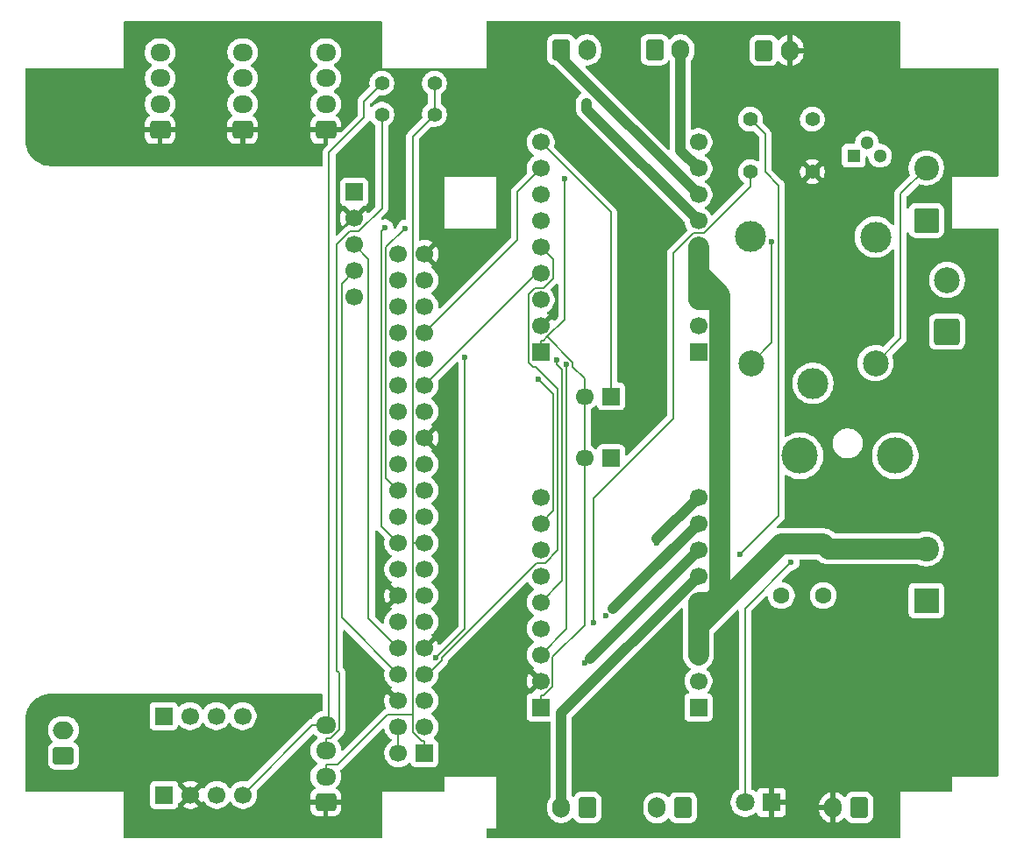
<source format=gbr>
%TF.GenerationSoftware,KiCad,Pcbnew,9.0.2*%
%TF.CreationDate,2025-11-23T17:01:27+09:00*%
%TF.ProjectId,Retriever1_mother,52657472-6965-4766-9572-315f6d6f7468,rev?*%
%TF.SameCoordinates,Original*%
%TF.FileFunction,Copper,L2,Bot*%
%TF.FilePolarity,Positive*%
%FSLAX46Y46*%
G04 Gerber Fmt 4.6, Leading zero omitted, Abs format (unit mm)*
G04 Created by KiCad (PCBNEW 9.0.2) date 2025-11-23 17:01:27*
%MOMM*%
%LPD*%
G01*
G04 APERTURE LIST*
G04 Aperture macros list*
%AMRoundRect*
0 Rectangle with rounded corners*
0 $1 Rounding radius*
0 $2 $3 $4 $5 $6 $7 $8 $9 X,Y pos of 4 corners*
0 Add a 4 corners polygon primitive as box body*
4,1,4,$2,$3,$4,$5,$6,$7,$8,$9,$2,$3,0*
0 Add four circle primitives for the rounded corners*
1,1,$1+$1,$2,$3*
1,1,$1+$1,$4,$5*
1,1,$1+$1,$6,$7*
1,1,$1+$1,$8,$9*
0 Add four rect primitives between the rounded corners*
20,1,$1+$1,$2,$3,$4,$5,0*
20,1,$1+$1,$4,$5,$6,$7,0*
20,1,$1+$1,$6,$7,$8,$9,0*
20,1,$1+$1,$8,$9,$2,$3,0*%
G04 Aperture macros list end*
%TA.AperFunction,ComponentPad*%
%ADD10C,1.400000*%
%TD*%
%TA.AperFunction,ComponentPad*%
%ADD11R,1.700000X1.700000*%
%TD*%
%TA.AperFunction,ComponentPad*%
%ADD12C,1.700000*%
%TD*%
%TA.AperFunction,ComponentPad*%
%ADD13RoundRect,0.250000X1.000000X-1.000000X1.000000X1.000000X-1.000000X1.000000X-1.000000X-1.000000X0*%
%TD*%
%TA.AperFunction,ComponentPad*%
%ADD14C,2.500000*%
%TD*%
%TA.AperFunction,ComponentPad*%
%ADD15RoundRect,0.250000X-0.600000X-0.750000X0.600000X-0.750000X0.600000X0.750000X-0.600000X0.750000X0*%
%TD*%
%TA.AperFunction,ComponentPad*%
%ADD16O,1.700000X2.000000*%
%TD*%
%TA.AperFunction,ComponentPad*%
%ADD17RoundRect,0.250001X0.949999X-0.949999X0.949999X0.949999X-0.949999X0.949999X-0.949999X-0.949999X0*%
%TD*%
%TA.AperFunction,ComponentPad*%
%ADD18C,2.400000*%
%TD*%
%TA.AperFunction,ComponentPad*%
%ADD19C,3.000000*%
%TD*%
%TA.AperFunction,ComponentPad*%
%ADD20RoundRect,0.250000X0.725000X-0.600000X0.725000X0.600000X-0.725000X0.600000X-0.725000X-0.600000X0*%
%TD*%
%TA.AperFunction,ComponentPad*%
%ADD21O,1.950000X1.700000*%
%TD*%
%TA.AperFunction,ComponentPad*%
%ADD22C,3.500000*%
%TD*%
%TA.AperFunction,ComponentPad*%
%ADD23R,1.800000X1.800000*%
%TD*%
%TA.AperFunction,ComponentPad*%
%ADD24C,1.800000*%
%TD*%
%TA.AperFunction,ComponentPad*%
%ADD25R,2.400000X2.400000*%
%TD*%
%TA.AperFunction,ComponentPad*%
%ADD26C,1.600000*%
%TD*%
%TA.AperFunction,ComponentPad*%
%ADD27RoundRect,0.250000X0.600000X0.750000X-0.600000X0.750000X-0.600000X-0.750000X0.600000X-0.750000X0*%
%TD*%
%TA.AperFunction,ComponentPad*%
%ADD28RoundRect,0.250000X0.750000X-0.600000X0.750000X0.600000X-0.750000X0.600000X-0.750000X-0.600000X0*%
%TD*%
%TA.AperFunction,ComponentPad*%
%ADD29O,2.000000X1.700000*%
%TD*%
%TA.AperFunction,ComponentPad*%
%ADD30C,1.300000*%
%TD*%
%TA.AperFunction,ComponentPad*%
%ADD31R,1.300000X1.300000*%
%TD*%
%TA.AperFunction,ViaPad*%
%ADD32C,0.500000*%
%TD*%
%TA.AperFunction,ViaPad*%
%ADD33C,0.600000*%
%TD*%
%TA.AperFunction,Conductor*%
%ADD34C,0.200000*%
%TD*%
%TA.AperFunction,Conductor*%
%ADD35C,2.000000*%
%TD*%
%TA.AperFunction,Conductor*%
%ADD36C,1.000000*%
%TD*%
G04 APERTURE END LIST*
D10*
%TO.P,R2,1*%
%TO.N,+3.3V*%
X75500000Y-47000000D03*
%TO.P,R2,2*%
%TO.N,SCL*%
X70420000Y-47000000D03*
%TD*%
D11*
%TO.P,J6,1,Pin_1*%
%TO.N,+3.3V*%
X49398000Y-115785400D03*
D12*
%TO.P,J6,2,Pin_2*%
%TO.N,GND*%
X51938000Y-115785400D03*
%TO.P,J6,3,Pin_3*%
%TO.N,SDA*%
X54478000Y-115785400D03*
%TO.P,J6,4,Pin_4*%
%TO.N,SCL*%
X57018000Y-115785400D03*
%TD*%
D13*
%TO.P,J17,1,Pin_1*%
%TO.N,+12V*%
X125000000Y-71000000D03*
D14*
%TO.P,J17,2,Pin_2*%
%TO.N,GNDPWR*%
X125000000Y-66000000D03*
%TD*%
D15*
%TO.P,J16,1,Pin_1*%
%TO.N,Net-(J16-Pin_1)*%
X107315000Y-43815000D03*
D16*
%TO.P,J16,2,Pin_2*%
%TO.N,GND*%
X109815000Y-43815000D03*
%TD*%
D17*
%TO.P,D1,1,K*%
%TO.N,+5V*%
X123000000Y-60240000D03*
D18*
%TO.P,D1,2,A*%
%TO.N,Net-(D1-A)*%
X123000000Y-55160000D03*
%TD*%
D19*
%TO.P,K1,1*%
%TO.N,/TB6612\u57FA\u76E4/VM*%
X112050000Y-76000000D03*
D14*
%TO.P,K1,2*%
%TO.N,Net-(D1-A)*%
X118100000Y-74050000D03*
D19*
%TO.P,K1,3*%
%TO.N,Net-(F1-Pad2)*%
X118100000Y-61850000D03*
%TO.P,K1,4*%
%TO.N,unconnected-(K1-Pad4)*%
X106050000Y-61800000D03*
D14*
%TO.P,K1,5*%
%TO.N,+5V*%
X106100000Y-74050000D03*
%TD*%
D11*
%TO.P,J19,1,Pin_1*%
%TO.N,/TB6612\u57FA\u76E4/STBY*%
X92540000Y-83250000D03*
D12*
%TO.P,J19,2,Pin_2*%
%TO.N,+5V*%
X90000000Y-83250000D03*
%TD*%
D11*
%TO.P,J1,1,3V3*%
%TO.N,+3.3V*%
X74540000Y-111750000D03*
D12*
%TO.P,J1,2,5V*%
%TO.N,+5V*%
X72000000Y-111750000D03*
%TO.P,J1,3,SDA_I2C1/GPIO02*%
%TO.N,SDA*%
X74540000Y-109210000D03*
%TO.P,J1,4,5V*%
%TO.N,+5V*%
X72000000Y-109210000D03*
%TO.P,J1,5,SCL_I2C1/GPIO03*%
%TO.N,SCL*%
X74540000Y-106670000D03*
%TO.P,J1,6,GND*%
%TO.N,GND*%
X72000000Y-106670000D03*
%TO.P,J1,7,GPCLK0/GPIO04*%
%TO.N,RR_1*%
X74540000Y-104130000D03*
%TO.P,J1,8,GPIO14/UART_TXD*%
%TO.N,UART1_TX*%
X72000000Y-104130000D03*
%TO.P,J1,9,GND*%
%TO.N,GND*%
X74540000Y-101590000D03*
%TO.P,J1,10,GPIO15/UART_RXD*%
%TO.N,UART1_RX*%
X72000000Y-101590000D03*
%TO.P,J1,11,GPIO17/SPI1_~{CE1}*%
%TO.N,SD_Swich*%
X74540000Y-99050000D03*
%TO.P,J1,12,GPIO18/SPI1_~{CE0}/PCM_CLK/PWM0*%
%TO.N,unconnected-(J1-GPIO18{slash}SPI1_~{CE0}{slash}PCM_CLK{slash}PWM0-Pad12)*%
X72000000Y-99050000D03*
%TO.P,J1,13,GPIO27/SDIO_DAT3*%
%TO.N,RL_2*%
X74540000Y-96510000D03*
%TO.P,J1,14,GND*%
%TO.N,GND*%
X72000000Y-96510000D03*
%TO.P,J1,15,GPIO22/SDIO_CLK*%
%TO.N,FL_1*%
X74540000Y-93970000D03*
%TO.P,J1,16,GPIO23/SDIO_CMD*%
%TO.N,FL_2*%
X72000000Y-93970000D03*
%TO.P,J1,17,3V3*%
%TO.N,+3.3V*%
X74540000Y-91430000D03*
%TO.P,J1,18,GPIO24/SDIO_DAT0*%
%TO.N,FR_1*%
X72000000Y-91430000D03*
%TO.P,J1,19,MOSI_SPI0/GPIO10*%
%TO.N,unconnected-(J1-MOSI_SPI0{slash}GPIO10-Pad19)*%
X74540000Y-88890000D03*
%TO.P,J1,20,GND*%
%TO.N,GND*%
X72000000Y-88890000D03*
%TO.P,J1,21,MISO_SPI0/GPIO09*%
%TO.N,unconnected-(J1-MISO_SPI0{slash}GPIO09-Pad21)*%
X74540000Y-86350000D03*
%TO.P,J1,22,GPIO25/SDIO_DAT1*%
%TO.N,FR_2*%
X72000000Y-86350000D03*
%TO.P,J1,23,SCLK_SPI0/GPIO11*%
%TO.N,unconnected-(J1-SCLK_SPI0{slash}GPIO11-Pad23)*%
X74540000Y-83810000D03*
%TO.P,J1,24,~{CE0}_SPI0/GPIO08*%
%TO.N,unconnected-(J1-~{CE0}_SPI0{slash}GPIO08-Pad24)*%
X72000000Y-83810000D03*
%TO.P,J1,25,GND*%
%TO.N,GND*%
X74540000Y-81270000D03*
%TO.P,J1,26,~{CE1}_SPI0/GPIO07*%
%TO.N,unconnected-(J1-~{CE1}_SPI0{slash}GPIO07-Pad26)*%
X72000000Y-81270000D03*
%TO.P,J1,27,ID_SD_I2C0/GPIO00*%
%TO.N,unconnected-(J1-ID_SD_I2C0{slash}GPIO00-Pad27)*%
X74540000Y-78730000D03*
%TO.P,J1,28,ID_SC_I2C0/GPIO01*%
%TO.N,unconnected-(J1-ID_SC_I2C0{slash}GPIO01-Pad28)*%
X72000000Y-78730000D03*
%TO.P,J1,29,GPCLK1/GPIO05*%
%TO.N,RR_2*%
X74540000Y-76190000D03*
%TO.P,J1,30,GND*%
%TO.N,GND*%
X72000000Y-76190000D03*
%TO.P,J1,31,GPCLK2/GPIO06*%
%TO.N,Ext_Sw*%
X74540000Y-73650000D03*
%TO.P,J1,32,GPIO12/PWM0*%
%TO.N,FL_PWM*%
X72000000Y-73650000D03*
%TO.P,J1,33,GPIO13/PWM1*%
%TO.N,FR_PWM*%
X74540000Y-71110000D03*
%TO.P,J1,34,GND*%
%TO.N,GND*%
X72000000Y-71110000D03*
%TO.P,J1,35,GPIO19/SPI1_MISO/PCM_FS*%
%TO.N,unconnected-(J1-GPIO19{slash}SPI1_MISO{slash}PCM_FS-Pad35)*%
X74540000Y-68570000D03*
%TO.P,J1,36,GPIO16/SPI1_~{CE2}*%
%TO.N,unconnected-(J1-GPIO16{slash}SPI1_~{CE2}-Pad36)*%
X72000000Y-68570000D03*
%TO.P,J1,37,GPIO26/SDIO_DAT2*%
%TO.N,RL_1*%
X74540000Y-66030000D03*
%TO.P,J1,38,GPIO20/SPI1_MOSI/PCM_DIN/PWM1*%
%TO.N,RL_PWM*%
X72000000Y-66030000D03*
%TO.P,J1,39,GND*%
%TO.N,GND*%
X74540000Y-63490000D03*
%TO.P,J1,40,GPIO21/SPI1_SCLK/PCM_DOUT*%
%TO.N,RR_PWM*%
X72000000Y-63490000D03*
%TD*%
D20*
%TO.P,J3,1,Pin_1*%
%TO.N,GND*%
X56975000Y-51500000D03*
D21*
%TO.P,J3,2,Pin_2*%
%TO.N,+3.3V*%
X56975000Y-49000000D03*
%TO.P,J3,3,Pin_3*%
%TO.N,SDA*%
X56975000Y-46500000D03*
%TO.P,J3,4,Pin_4*%
%TO.N,SCL*%
X56975000Y-44000000D03*
%TD*%
D22*
%TO.P,F1,1*%
%TO.N,+12V*%
X120000000Y-83000000D03*
%TO.P,F1,2*%
%TO.N,Net-(F1-Pad2)*%
X110800000Y-83000000D03*
%TD*%
D11*
%TO.P,J21,1,Pin_1*%
%TO.N,+5V*%
X67750000Y-57500000D03*
D12*
%TO.P,J21,2,Pin_2*%
%TO.N,GND*%
X67750000Y-60040000D03*
%TO.P,J21,3,Pin_3*%
%TO.N,UART1_RX*%
X67750000Y-62580000D03*
%TO.P,J21,4,Pin_4*%
%TO.N,UART1_TX*%
X67750000Y-65120000D03*
%TO.P,J21,5,Pin_5*%
%TO.N,unconnected-(J21-Pin_5-Pad5)*%
X67750000Y-67660000D03*
%TD*%
D23*
%TO.P,D2,1,K*%
%TO.N,GND*%
X108040000Y-116500000D03*
D24*
%TO.P,D2,2,A*%
%TO.N,Net-(D2-A)*%
X105500000Y-116500000D03*
%TD*%
D25*
%TO.P,C2,1*%
%TO.N,/TB6612\u57FA\u76E4/VM*%
X123000000Y-97000000D03*
D18*
%TO.P,C2,2*%
%TO.N,GNDPWR*%
X123000000Y-92000000D03*
%TD*%
D26*
%TO.P,C1,1*%
%TO.N,/TB6612\u57FA\u76E4/VM*%
X109000000Y-96500000D03*
%TO.P,C1,2*%
%TO.N,GNDPWR*%
X109000000Y-91500000D03*
%TD*%
D11*
%TO.P,J11,1,Pin_1*%
%TO.N,+5V*%
X85760000Y-73000000D03*
D12*
%TO.P,J11,2,Pin_2*%
%TO.N,GND*%
X85760000Y-70460000D03*
%TO.P,J11,3,Pin_3*%
%TO.N,RR_PWM*%
X85760000Y-67920000D03*
%TO.P,J11,4,Pin_4*%
%TO.N,RR_2*%
X85760000Y-65380000D03*
%TO.P,J11,5,Pin_5*%
%TO.N,RR_1*%
X85760000Y-62840000D03*
%TO.P,J11,6,Pin_6*%
%TO.N,FR_1*%
X85760000Y-60300000D03*
%TO.P,J11,7,Pin_7*%
%TO.N,FR_2*%
X85760000Y-57760000D03*
%TO.P,J11,8,Pin_8*%
%TO.N,FR_PWM*%
X85760000Y-55220000D03*
%TO.P,J11,9,Pin_9*%
%TO.N,/TB6612\u57FA\u76E41/STBY*%
X85760000Y-52680000D03*
%TD*%
D10*
%TO.P,R1,1*%
%TO.N,+3.3V*%
X75500000Y-50000000D03*
%TO.P,R1,2*%
%TO.N,SDA*%
X70420000Y-50000000D03*
%TD*%
D27*
%TO.P,J14,1,Pin_1*%
%TO.N,/TB6612\u57FA\u76E4/BO_2*%
X99500000Y-117025000D03*
D16*
%TO.P,J14,2,Pin_2*%
%TO.N,/TB6612\u57FA\u76E4/BO_1*%
X97000000Y-117025000D03*
%TD*%
D20*
%TO.P,J2,1,Pin_1*%
%TO.N,GND*%
X49000000Y-51500000D03*
D21*
%TO.P,J2,2,Pin_2*%
%TO.N,+3.3V*%
X49000000Y-49000000D03*
%TO.P,J2,3,Pin_3*%
%TO.N,SDA*%
X49000000Y-46500000D03*
%TO.P,J2,4,Pin_4*%
%TO.N,SCL*%
X49000000Y-44000000D03*
%TD*%
D15*
%TO.P,J13,1,Pin_1*%
%TO.N,/TB6612\u57FA\u76E41/AO_2*%
X87750000Y-43750000D03*
D16*
%TO.P,J13,2,Pin_2*%
%TO.N,/TB6612\u57FA\u76E41/AO_1*%
X90250000Y-43750000D03*
%TD*%
D28*
%TO.P,J18,1,Pin_1*%
%TO.N,+3.3V*%
X39674800Y-112014000D03*
D29*
%TO.P,J18,2,Pin_2*%
%TO.N,Ext_Sw*%
X39674800Y-109514000D03*
%TD*%
D27*
%TO.P,J22,1,Pin_1*%
%TO.N,+5V*%
X116500000Y-117000000D03*
D16*
%TO.P,J22,2,Pin_2*%
%TO.N,GND*%
X114000000Y-117000000D03*
%TD*%
D15*
%TO.P,J15,1,Pin_1*%
%TO.N,/TB6612\u57FA\u76E41/BO_2*%
X96750000Y-43750000D03*
D16*
%TO.P,J15,2,Pin_2*%
%TO.N,/TB6612\u57FA\u76E41/BO_1*%
X99250000Y-43750000D03*
%TD*%
D20*
%TO.P,J5,1,Pin_1*%
%TO.N,GND*%
X65000000Y-116500000D03*
D21*
%TO.P,J5,2,Pin_2*%
%TO.N,+3.3V*%
X65000000Y-114000000D03*
%TO.P,J5,3,Pin_3*%
%TO.N,SDA*%
X65000000Y-111500000D03*
%TO.P,J5,4,Pin_4*%
%TO.N,SCL*%
X65000000Y-109000000D03*
%TD*%
D11*
%TO.P,J7,1,Pin_1*%
%TO.N,unconnected-(J7-Pin_1-Pad1)*%
X49347200Y-108165400D03*
D12*
%TO.P,J7,2,Pin_2*%
%TO.N,unconnected-(J7-Pin_2-Pad2)*%
X51887200Y-108165400D03*
%TO.P,J7,3,Pin_3*%
%TO.N,unconnected-(J7-Pin_3-Pad3)*%
X54427200Y-108165400D03*
%TO.P,J7,4,Pin_4*%
%TO.N,unconnected-(J7-Pin_4-Pad4)*%
X56967200Y-108165400D03*
%TD*%
D30*
%TO.P,Q1,1,C*%
%TO.N,Net-(D1-A)*%
X118540000Y-54000000D03*
D31*
%TO.P,Q1,2,B*%
%TO.N,SD_Swich*%
X116000000Y-54000000D03*
D30*
%TO.P,Q1,3,E*%
%TO.N,Net-(J16-Pin_1)*%
X117270000Y-52730000D03*
%TD*%
D10*
%TO.P,R5,1*%
%TO.N,SD_Swich*%
X106000000Y-55540000D03*
%TO.P,R5,2*%
%TO.N,Net-(D2-A)*%
X106000000Y-50460000D03*
%TD*%
D27*
%TO.P,J12,1,Pin_1*%
%TO.N,/TB6612\u57FA\u76E4/AO_2*%
X90250000Y-117000000D03*
D16*
%TO.P,J12,2,Pin_2*%
%TO.N,/TB6612\u57FA\u76E4/AO_1*%
X87750000Y-117000000D03*
%TD*%
D26*
%TO.P,C3,1*%
%TO.N,/TB6612\u57FA\u76E4/VM*%
X113050000Y-96500000D03*
%TO.P,C3,2*%
%TO.N,GNDPWR*%
X113050000Y-91500000D03*
%TD*%
D11*
%TO.P,J8,1,Pin_1*%
%TO.N,/TB6612\u57FA\u76E4/VM*%
X101000000Y-107320000D03*
D12*
%TO.P,J8,2,Pin_2*%
X101000000Y-104780000D03*
%TO.P,J8,3,Pin_3*%
%TO.N,GNDPWR*%
X101000000Y-102240000D03*
%TO.P,J8,4,Pin_4*%
X101000000Y-99700000D03*
%TO.P,J8,5,Pin_5*%
X101000000Y-97160000D03*
%TO.P,J8,6,Pin_6*%
%TO.N,/TB6612\u57FA\u76E4/AO_1*%
X101000000Y-94620000D03*
%TO.P,J8,7,Pin_7*%
%TO.N,/TB6612\u57FA\u76E4/AO_2*%
X101000000Y-92080000D03*
%TO.P,J8,8,Pin_8*%
%TO.N,/TB6612\u57FA\u76E4/BO_1*%
X101000000Y-89540000D03*
%TO.P,J8,9,Pin_9*%
%TO.N,/TB6612\u57FA\u76E4/BO_2*%
X101000000Y-87000000D03*
%TD*%
D11*
%TO.P,J10,1,Pin_1*%
%TO.N,/TB6612\u57FA\u76E4/VM*%
X101000000Y-73000000D03*
D12*
%TO.P,J10,2,Pin_2*%
X101000000Y-70460000D03*
%TO.P,J10,3,Pin_3*%
%TO.N,GNDPWR*%
X101000000Y-67920000D03*
%TO.P,J10,4,Pin_4*%
X101000000Y-65380000D03*
%TO.P,J10,5,Pin_5*%
X101000000Y-62840000D03*
%TO.P,J10,6,Pin_6*%
%TO.N,/TB6612\u57FA\u76E41/AO_1*%
X101000000Y-60300000D03*
%TO.P,J10,7,Pin_7*%
%TO.N,/TB6612\u57FA\u76E41/AO_2*%
X101000000Y-57760000D03*
%TO.P,J10,8,Pin_8*%
%TO.N,/TB6612\u57FA\u76E41/BO_1*%
X101000000Y-55220000D03*
%TO.P,J10,9,Pin_9*%
%TO.N,/TB6612\u57FA\u76E41/BO_2*%
X101000000Y-52680000D03*
%TD*%
D20*
%TO.P,J4,1,Pin_1*%
%TO.N,GND*%
X65000000Y-51500000D03*
D21*
%TO.P,J4,2,Pin_2*%
%TO.N,+3.3V*%
X65000000Y-49000000D03*
%TO.P,J4,3,Pin_3*%
%TO.N,SDA*%
X65000000Y-46500000D03*
%TO.P,J4,4,Pin_4*%
%TO.N,SCL*%
X65000000Y-44000000D03*
%TD*%
D11*
%TO.P,J9,1,Pin_1*%
%TO.N,+5V*%
X85760000Y-107320000D03*
D12*
%TO.P,J9,2,Pin_2*%
%TO.N,GND*%
X85760000Y-104780000D03*
%TO.P,J9,3,Pin_3*%
%TO.N,RL_PWM*%
X85760000Y-102240000D03*
%TO.P,J9,4,Pin_4*%
%TO.N,RL_2*%
X85760000Y-99700000D03*
%TO.P,J9,5,Pin_5*%
%TO.N,RL_1*%
X85760000Y-97160000D03*
%TO.P,J9,6,Pin_6*%
%TO.N,FL_1*%
X85760000Y-94620000D03*
%TO.P,J9,7,Pin_7*%
%TO.N,FL_2*%
X85760000Y-92080000D03*
%TO.P,J9,8,Pin_8*%
%TO.N,FL_PWM*%
X85760000Y-89540000D03*
%TO.P,J9,9,Pin_9*%
%TO.N,/TB6612\u57FA\u76E4/STBY*%
X85760000Y-87000000D03*
%TD*%
D11*
%TO.P,J20,1,Pin_1*%
%TO.N,/TB6612\u57FA\u76E41/STBY*%
X92540000Y-77250000D03*
D12*
%TO.P,J20,2,Pin_2*%
%TO.N,+5V*%
X90000000Y-77250000D03*
%TD*%
D10*
%TO.P,R4,1*%
%TO.N,GND*%
X112000000Y-55540000D03*
%TO.P,R4,2*%
%TO.N,SD_Swich*%
X112000000Y-50460000D03*
%TD*%
D32*
%TO.N,GND*%
X81915000Y-48260000D03*
X126365000Y-107315000D03*
X77470000Y-66040000D03*
X78740000Y-53975000D03*
X81915000Y-43180000D03*
X118110000Y-107315000D03*
X43815000Y-52705000D03*
X77470000Y-83820000D03*
X77470000Y-77470000D03*
X121285000Y-87630000D03*
X108585000Y-100965000D03*
X116840000Y-43180000D03*
X80645000Y-104775000D03*
X60325000Y-52705000D03*
X91440000Y-53975000D03*
X69215000Y-114300000D03*
X110490000Y-107315000D03*
X53975000Y-111760000D03*
X128905000Y-48895000D03*
X129540000Y-80010000D03*
X77470000Y-63500000D03*
X69215000Y-106045000D03*
X67945000Y-102870000D03*
X92710000Y-80010000D03*
X80645000Y-111125000D03*
X43815000Y-47625000D03*
X104140000Y-48260000D03*
X37465000Y-114300000D03*
X96520000Y-60960000D03*
X120650000Y-76835000D03*
X37465000Y-108585000D03*
D33*
%TO.N,RL_1*%
X87337800Y-73727800D03*
%TO.N,+5V*%
X88048100Y-56226000D03*
X108091500Y-62318000D03*
%TO.N,RL_PWM*%
X88265900Y-74197700D03*
%TO.N,SD_Swich*%
X90822700Y-99096400D03*
%TO.N,FR_1*%
X70744500Y-60944200D03*
%TO.N,FR_2*%
X72652400Y-60995600D03*
%TO.N,FL_PWM*%
X85566700Y-75623000D03*
%TO.N,/TB6612\u57FA\u76E4/BO_1*%
X92075000Y-98425000D03*
X92730000Y-97810000D03*
%TO.N,/TB6612\u57FA\u76E4/AO_2*%
X90507500Y-102572500D03*
X90000000Y-103000000D03*
%TO.N,/TB6612\u57FA\u76E4/BO_2*%
X97000000Y-91440000D03*
X97000000Y-91000000D03*
D32*
%TO.N,/TB6612\u57FA\u76E41/AO_1*%
X90200000Y-49500000D03*
X90170000Y-48895000D03*
D33*
%TO.N,Net-(D2-A)*%
X104994800Y-92561700D03*
X109951200Y-93301300D03*
%TO.N,Ext_Sw*%
X75634300Y-102506000D03*
X78421300Y-73487200D03*
%TD*%
D34*
%TO.N,Net-(D1-A)*%
X120510700Y-71639300D02*
X120510700Y-57649300D01*
X118100000Y-74050000D02*
X120510700Y-71639300D01*
X120510700Y-57649300D02*
X123000000Y-55160000D01*
%TO.N,RL_1*%
X87337800Y-73727800D02*
X87337800Y-74120400D01*
X87845900Y-74628500D02*
X87845900Y-95074100D01*
X87845900Y-95074100D02*
X85760000Y-97160000D01*
X87337800Y-74120400D02*
X87845900Y-74628500D01*
%TO.N,+5V*%
X88048100Y-69848100D02*
X86407700Y-71488500D01*
X85760000Y-73000000D02*
X85760000Y-71848300D01*
X86047900Y-71848300D02*
X85760000Y-71848300D01*
X88867600Y-73948500D02*
X86407700Y-71488500D01*
X85760000Y-106168300D02*
X86048000Y-106168300D01*
X72000000Y-109210000D02*
X72000000Y-111750000D01*
X86911700Y-102456700D02*
X90000000Y-99368400D01*
X88867600Y-74408300D02*
X88867600Y-73948500D01*
X86911700Y-105304600D02*
X86911700Y-102456700D01*
X108091500Y-62318000D02*
X108091500Y-72058500D01*
X108091500Y-72058500D02*
X106100000Y-74050000D01*
X88048100Y-56226000D02*
X88048100Y-69848100D01*
X86048000Y-106168300D02*
X86911700Y-105304600D01*
X90000000Y-75540700D02*
X88867600Y-74408300D01*
X90000000Y-77250000D02*
X90000000Y-75540700D01*
X90000000Y-77250000D02*
X90000000Y-83250000D01*
X85760000Y-107320000D02*
X85760000Y-106168300D01*
X90000000Y-99368400D02*
X90000000Y-83250000D01*
X86407700Y-71488500D02*
X86047900Y-71848300D01*
%TO.N,FR_PWM*%
X83481800Y-57498200D02*
X83481800Y-62168200D01*
X85760000Y-55220000D02*
X83481800Y-57498200D01*
X83481800Y-62168200D02*
X74540000Y-71110000D01*
%TO.N,RR_2*%
X85350000Y-65380000D02*
X74540000Y-76190000D01*
X85760000Y-65380000D02*
X85350000Y-65380000D01*
%TO.N,RL_PWM*%
X88265900Y-99734100D02*
X85760000Y-102240000D01*
X88265900Y-74197700D02*
X88265900Y-99734100D01*
%TO.N,UART1_TX*%
X66533900Y-66336100D02*
X67750000Y-65120000D01*
X72000000Y-104130000D02*
X66533900Y-98663900D01*
X66533900Y-98663900D02*
X66533900Y-66336100D01*
%TO.N,SD_Swich*%
X98538000Y-79378700D02*
X98538000Y-63442600D01*
X90822700Y-99096400D02*
X90822700Y-87094000D01*
X101509600Y-61464000D02*
X106000000Y-56973600D01*
X90822700Y-87094000D02*
X98538000Y-79378700D01*
X100516600Y-61464000D02*
X101509600Y-61464000D01*
X98538000Y-63442600D02*
X100516600Y-61464000D01*
X106000000Y-56973600D02*
X106000000Y-55540000D01*
%TO.N,FR_1*%
X70368200Y-89798200D02*
X72000000Y-91430000D01*
X70368200Y-61320500D02*
X70368200Y-89798200D01*
X70744500Y-60944200D02*
X70368200Y-61320500D01*
%TO.N,FR_2*%
X72000000Y-86350000D02*
X70806700Y-85156700D01*
X70806700Y-62841300D02*
X72652400Y-60995600D01*
X70806700Y-85156700D02*
X70806700Y-62841300D01*
%TO.N,+3.3V*%
X75500000Y-50000000D02*
X73388300Y-52111700D01*
X73388300Y-109734600D02*
X74252000Y-110598300D01*
X66151700Y-112848300D02*
X65000000Y-112848300D01*
X73388300Y-108052200D02*
X70947800Y-108052200D01*
X74252000Y-110598300D02*
X74540000Y-110598300D01*
X74540000Y-111750000D02*
X74540000Y-110598300D01*
X70947800Y-108052200D02*
X66151700Y-112848300D01*
X75500000Y-47000000D02*
X75500000Y-50000000D01*
X73388300Y-52111700D02*
X73388300Y-91430000D01*
X73388300Y-108052200D02*
X73388300Y-109734600D01*
X74540000Y-91430000D02*
X73388300Y-91430000D01*
X73388300Y-91430000D02*
X73388300Y-108052200D01*
X65000000Y-114000000D02*
X65000000Y-112848300D01*
%TO.N,FL_PWM*%
X86972500Y-88327500D02*
X85760000Y-89540000D01*
X86972500Y-77028800D02*
X86972500Y-88327500D01*
X85566700Y-75623000D02*
X86972500Y-77028800D01*
%TO.N,UART1_RX*%
X69139800Y-63969800D02*
X67750000Y-62580000D01*
X72000000Y-101590000D02*
X69139800Y-98729800D01*
X69139800Y-98729800D02*
X69139800Y-63969800D01*
%TO.N,SDA*%
X65000000Y-111500000D02*
X65000000Y-110348300D01*
X66276700Y-103949100D02*
X66083700Y-103756100D01*
X66083700Y-103756100D02*
X66083700Y-62569800D01*
X65431900Y-110348300D02*
X66276700Y-109503500D01*
X66276700Y-109503500D02*
X66276700Y-103949100D01*
X66083700Y-62569800D02*
X67343500Y-61310000D01*
X65000000Y-110348300D02*
X65431900Y-110348300D01*
X67343500Y-61310000D02*
X68213900Y-61310000D01*
X70420000Y-59103900D02*
X70420000Y-50000000D01*
X68213900Y-61310000D02*
X70420000Y-59103900D01*
%TO.N,SCL*%
X65330500Y-53675100D02*
X68684100Y-50321500D01*
X63723300Y-109080100D02*
X63723300Y-109000000D01*
X68684100Y-50321500D02*
X68684100Y-48735900D01*
X64805000Y-109000000D02*
X65330500Y-108474500D01*
X65330500Y-108474500D02*
X65330500Y-53675100D01*
X68684100Y-48735900D02*
X70420000Y-47000000D01*
X64805000Y-109000000D02*
X63723300Y-109000000D01*
X65000000Y-109000000D02*
X64805000Y-109000000D01*
X57018000Y-115785400D02*
X63723300Y-109080100D01*
%TO.N,RR_1*%
X87403000Y-76557000D02*
X85290900Y-74444900D01*
X76236000Y-102755200D02*
X76236000Y-102514300D01*
X76236000Y-102514300D02*
X85400300Y-93350000D01*
X85290900Y-74444900D02*
X85042000Y-74444900D01*
X84601800Y-74004700D02*
X84601800Y-67391900D01*
X86023800Y-66768300D02*
X86938800Y-65853300D01*
X84601800Y-67391900D02*
X85225400Y-66768300D01*
X74861200Y-104130000D02*
X76236000Y-102755200D01*
X85225400Y-66768300D02*
X86023800Y-66768300D01*
X86938800Y-65853300D02*
X86938800Y-64018800D01*
X86938800Y-64018800D02*
X85760000Y-62840000D01*
X86184900Y-93350000D02*
X87403000Y-92131900D01*
X85400300Y-93350000D02*
X86184900Y-93350000D01*
X87403000Y-92131900D02*
X87403000Y-76557000D01*
X74540000Y-104130000D02*
X74861200Y-104130000D01*
X85042000Y-74444900D02*
X84601800Y-74004700D01*
D35*
%TO.N,GNDPWR*%
X109000000Y-91500000D02*
X113050000Y-91500000D01*
X101000000Y-67920000D02*
X101000000Y-62840000D01*
X123000000Y-92000000D02*
X113550000Y-92000000D01*
X102562000Y-67920000D02*
X103051000Y-67431000D01*
X102202000Y-97160000D02*
X101000000Y-97160000D01*
X103340000Y-97160000D02*
X102202000Y-97160000D01*
X101000000Y-102240000D02*
X101000000Y-99000000D01*
X101000000Y-99000000D02*
X101000000Y-97160000D01*
X103051000Y-67431000D02*
X103051000Y-96311100D01*
X102202000Y-97160000D02*
X101000000Y-97160000D01*
X103051000Y-96311100D02*
X102202000Y-97160000D01*
X113550000Y-92000000D02*
X113050000Y-91500000D01*
X101000000Y-67920000D02*
X102562000Y-67920000D01*
X101000000Y-65380000D02*
X103051000Y-67431000D01*
X109000000Y-91500000D02*
X103340000Y-97160000D01*
X101000000Y-99000000D02*
X101500000Y-99000000D01*
X101500000Y-99000000D02*
X103340000Y-97160000D01*
D36*
%TO.N,/TB6612\u57FA\u76E4/BO_1*%
X101000000Y-89540000D02*
X96540000Y-94000000D01*
X101000000Y-89540000D02*
X92730000Y-97810000D01*
%TO.N,/TB6612\u57FA\u76E4/AO_2*%
X101000000Y-92080000D02*
X90507500Y-102572500D01*
%TO.N,/TB6612\u57FA\u76E4/AO_1*%
X87750000Y-117000000D02*
X87750000Y-107870000D01*
X87750000Y-107870000D02*
X101000000Y-94620000D01*
%TO.N,/TB6612\u57FA\u76E4/BO_2*%
X101000000Y-87000000D02*
X97000000Y-91000000D01*
%TO.N,/TB6612\u57FA\u76E41/BO_1*%
X99250000Y-53470000D02*
X99250000Y-43750000D01*
X101000000Y-55220000D02*
X99250000Y-53470000D01*
%TO.N,/TB6612\u57FA\u76E41/AO_1*%
X90200000Y-49500000D02*
X90170000Y-49470000D01*
X101000000Y-60300000D02*
X90200000Y-49500000D01*
X90170000Y-49470000D02*
X90170000Y-48895000D01*
%TO.N,/TB6612\u57FA\u76E41/AO_2*%
X101000000Y-57760000D02*
X87750000Y-44510000D01*
X87750000Y-44510000D02*
X87750000Y-43750000D01*
D34*
%TO.N,/TB6612\u57FA\u76E41/STBY*%
X92540000Y-77250000D02*
X92540000Y-59460000D01*
X92540000Y-59460000D02*
X85760000Y-52680000D01*
%TO.N,Net-(D2-A)*%
X108723500Y-56849000D02*
X107425100Y-55550600D01*
X107425100Y-55550600D02*
X107425100Y-51885100D01*
X108723500Y-88833000D02*
X108723500Y-56849000D01*
X105500000Y-116500000D02*
X105500000Y-97752500D01*
X105500000Y-97752500D02*
X109951200Y-93301300D01*
X107425100Y-51885100D02*
X106000000Y-50460000D01*
X104994800Y-92561700D02*
X108723500Y-88833000D01*
%TO.N,Ext_Sw*%
X78421300Y-99719000D02*
X75634300Y-102506000D01*
X78421300Y-73487200D02*
X78421300Y-99719000D01*
%TD*%
%TA.AperFunction,Conductor*%
%TO.N,GND*%
G36*
X70443039Y-41020184D02*
G01*
X70488794Y-41072988D01*
X70500000Y-41124499D01*
X70500000Y-45500000D01*
X80500000Y-45500000D01*
X80500000Y-41124499D01*
X80519685Y-41057460D01*
X80572489Y-41011705D01*
X80624000Y-41000499D01*
X120376000Y-41000499D01*
X120443039Y-41020184D01*
X120488794Y-41072988D01*
X120500000Y-41124499D01*
X120500000Y-45500000D01*
X129875500Y-45500000D01*
X129942539Y-45519685D01*
X129988294Y-45572489D01*
X129999500Y-45624000D01*
X129999500Y-55876000D01*
X129979815Y-55943039D01*
X129927011Y-55988794D01*
X129875500Y-56000000D01*
X125500000Y-56000000D01*
X125500000Y-61000000D01*
X129875500Y-61000000D01*
X129942539Y-61019685D01*
X129988294Y-61072489D01*
X129999500Y-61124000D01*
X129999500Y-113876000D01*
X129979815Y-113943039D01*
X129927011Y-113988794D01*
X129875500Y-114000000D01*
X125500000Y-114000000D01*
X125500000Y-115376000D01*
X125480315Y-115443039D01*
X125427511Y-115488794D01*
X125376000Y-115500000D01*
X120500000Y-115500000D01*
X120500000Y-119875499D01*
X120480315Y-119942538D01*
X120427511Y-119988293D01*
X120376000Y-119999499D01*
X80624000Y-119999499D01*
X80556961Y-119979814D01*
X80511206Y-119927010D01*
X80500000Y-119875499D01*
X80500000Y-119124000D01*
X80519685Y-119056961D01*
X80572489Y-119011206D01*
X80624000Y-119000000D01*
X81500000Y-119000000D01*
X81500000Y-114000000D01*
X76500000Y-114000000D01*
X76500000Y-115376000D01*
X76480315Y-115443039D01*
X76427511Y-115488794D01*
X76376000Y-115500000D01*
X70500000Y-115500000D01*
X70500000Y-119875499D01*
X70480315Y-119942538D01*
X70427511Y-119988293D01*
X70376000Y-119999499D01*
X45624000Y-119999499D01*
X45556961Y-119979814D01*
X45511206Y-119927010D01*
X45500000Y-119875499D01*
X45500000Y-115500000D01*
X36124500Y-115500000D01*
X36057461Y-115480315D01*
X36011706Y-115427511D01*
X36000500Y-115376000D01*
X36000500Y-109407713D01*
X38174300Y-109407713D01*
X38174300Y-109620287D01*
X38207554Y-109830243D01*
X38272493Y-110030105D01*
X38273244Y-110032414D01*
X38369751Y-110221820D01*
X38494690Y-110393786D01*
X38633505Y-110532601D01*
X38666990Y-110593924D01*
X38662006Y-110663616D01*
X38620134Y-110719549D01*
X38610921Y-110725821D01*
X38456142Y-110821289D01*
X38332089Y-110945342D01*
X38239987Y-111094663D01*
X38239986Y-111094666D01*
X38184801Y-111261203D01*
X38184801Y-111261204D01*
X38184800Y-111261204D01*
X38174300Y-111363983D01*
X38174300Y-112664001D01*
X38174301Y-112664018D01*
X38184800Y-112766796D01*
X38184801Y-112766799D01*
X38239985Y-112933331D01*
X38239987Y-112933336D01*
X38262534Y-112969890D01*
X38332088Y-113082656D01*
X38456144Y-113206712D01*
X38605466Y-113298814D01*
X38772003Y-113353999D01*
X38874791Y-113364500D01*
X40474808Y-113364499D01*
X40577597Y-113353999D01*
X40744134Y-113298814D01*
X40893456Y-113206712D01*
X41017512Y-113082656D01*
X41109614Y-112933334D01*
X41164799Y-112766797D01*
X41175300Y-112664009D01*
X41175299Y-111363992D01*
X41164799Y-111261203D01*
X41109614Y-111094666D01*
X41017512Y-110945344D01*
X40893456Y-110821288D01*
X40744134Y-110729186D01*
X40744133Y-110729185D01*
X40738678Y-110725821D01*
X40691954Y-110673873D01*
X40680731Y-110604910D01*
X40708575Y-110540828D01*
X40716072Y-110532623D01*
X40854904Y-110393792D01*
X40872542Y-110369516D01*
X40979848Y-110221820D01*
X40979847Y-110221820D01*
X40979851Y-110221816D01*
X41076357Y-110032412D01*
X41142046Y-109830243D01*
X41175300Y-109620287D01*
X41175300Y-109407713D01*
X41142046Y-109197757D01*
X41076357Y-108995588D01*
X40979851Y-108806184D01*
X40979849Y-108806181D01*
X40979848Y-108806179D01*
X40854909Y-108634213D01*
X40704586Y-108483890D01*
X40532620Y-108358951D01*
X40343214Y-108262444D01*
X40343213Y-108262443D01*
X40343212Y-108262443D01*
X40141043Y-108196754D01*
X40141041Y-108196753D01*
X40141040Y-108196753D01*
X39979757Y-108171208D01*
X39931087Y-108163500D01*
X39418513Y-108163500D01*
X39369842Y-108171208D01*
X39208560Y-108196753D01*
X39006385Y-108262444D01*
X38816979Y-108358951D01*
X38645013Y-108483890D01*
X38494690Y-108634213D01*
X38369751Y-108806179D01*
X38273244Y-108995585D01*
X38207553Y-109197760D01*
X38188121Y-109320451D01*
X38174300Y-109407713D01*
X36000500Y-109407713D01*
X36000500Y-108503750D01*
X36000726Y-108496263D01*
X36001611Y-108481639D01*
X36018271Y-108206201D01*
X36020076Y-108191340D01*
X36022175Y-108179890D01*
X36071780Y-107909197D01*
X36075364Y-107894663D01*
X36160696Y-107620822D01*
X36165998Y-107606841D01*
X36283731Y-107345249D01*
X36290676Y-107332016D01*
X36329656Y-107267535D01*
X47996700Y-107267535D01*
X47996700Y-109063270D01*
X47996701Y-109063276D01*
X48003108Y-109122883D01*
X48053402Y-109257728D01*
X48053406Y-109257735D01*
X48139652Y-109372944D01*
X48139655Y-109372947D01*
X48254864Y-109459193D01*
X48254871Y-109459197D01*
X48389717Y-109509491D01*
X48389716Y-109509491D01*
X48396644Y-109510235D01*
X48449327Y-109515900D01*
X50245072Y-109515899D01*
X50304683Y-109509491D01*
X50439531Y-109459196D01*
X50554746Y-109372946D01*
X50640996Y-109257731D01*
X50690010Y-109126316D01*
X50731881Y-109070384D01*
X50797345Y-109045966D01*
X50865618Y-109060817D01*
X50893873Y-109081969D01*
X51007413Y-109195509D01*
X51179379Y-109320448D01*
X51179381Y-109320449D01*
X51179384Y-109320451D01*
X51368788Y-109416957D01*
X51570957Y-109482646D01*
X51780913Y-109515900D01*
X51780914Y-109515900D01*
X51993486Y-109515900D01*
X51993487Y-109515900D01*
X52203443Y-109482646D01*
X52405612Y-109416957D01*
X52595016Y-109320451D01*
X52681338Y-109257735D01*
X52766986Y-109195509D01*
X52766988Y-109195506D01*
X52766992Y-109195504D01*
X52917304Y-109045192D01*
X52917306Y-109045188D01*
X52917309Y-109045186D01*
X53042248Y-108873220D01*
X53042247Y-108873220D01*
X53042251Y-108873216D01*
X53046714Y-108864454D01*
X53094688Y-108813659D01*
X53162508Y-108796863D01*
X53228644Y-108819399D01*
X53267686Y-108864456D01*
X53272151Y-108873220D01*
X53397090Y-109045186D01*
X53547413Y-109195509D01*
X53719379Y-109320448D01*
X53719381Y-109320449D01*
X53719384Y-109320451D01*
X53908788Y-109416957D01*
X54110957Y-109482646D01*
X54320913Y-109515900D01*
X54320914Y-109515900D01*
X54533486Y-109515900D01*
X54533487Y-109515900D01*
X54743443Y-109482646D01*
X54945612Y-109416957D01*
X55135016Y-109320451D01*
X55221338Y-109257735D01*
X55306986Y-109195509D01*
X55306988Y-109195506D01*
X55306992Y-109195504D01*
X55457304Y-109045192D01*
X55457306Y-109045188D01*
X55457309Y-109045186D01*
X55582248Y-108873220D01*
X55582247Y-108873220D01*
X55582251Y-108873216D01*
X55586714Y-108864454D01*
X55634688Y-108813659D01*
X55702508Y-108796863D01*
X55768644Y-108819399D01*
X55807686Y-108864456D01*
X55812151Y-108873220D01*
X55937090Y-109045186D01*
X56087413Y-109195509D01*
X56259379Y-109320448D01*
X56259381Y-109320449D01*
X56259384Y-109320451D01*
X56448788Y-109416957D01*
X56650957Y-109482646D01*
X56860913Y-109515900D01*
X56860914Y-109515900D01*
X57073486Y-109515900D01*
X57073487Y-109515900D01*
X57283443Y-109482646D01*
X57485612Y-109416957D01*
X57675016Y-109320451D01*
X57761338Y-109257735D01*
X57846986Y-109195509D01*
X57846988Y-109195506D01*
X57846992Y-109195504D01*
X57997304Y-109045192D01*
X57997306Y-109045188D01*
X57997309Y-109045186D01*
X58122248Y-108873220D01*
X58122247Y-108873220D01*
X58122251Y-108873216D01*
X58218757Y-108683812D01*
X58284446Y-108481643D01*
X58317700Y-108271687D01*
X58317700Y-108059113D01*
X58284446Y-107849157D01*
X58218757Y-107646988D01*
X58122251Y-107457584D01*
X58122249Y-107457581D01*
X58122248Y-107457579D01*
X57997309Y-107285613D01*
X57846986Y-107135290D01*
X57675020Y-107010351D01*
X57485614Y-106913844D01*
X57485613Y-106913843D01*
X57485612Y-106913843D01*
X57283443Y-106848154D01*
X57283441Y-106848153D01*
X57283440Y-106848153D01*
X57122157Y-106822608D01*
X57073487Y-106814900D01*
X56860913Y-106814900D01*
X56812242Y-106822608D01*
X56650960Y-106848153D01*
X56448785Y-106913844D01*
X56259379Y-107010351D01*
X56087413Y-107135290D01*
X55937090Y-107285613D01*
X55812149Y-107457582D01*
X55807684Y-107466346D01*
X55759709Y-107517142D01*
X55691888Y-107533936D01*
X55625753Y-107511398D01*
X55586716Y-107466346D01*
X55582250Y-107457582D01*
X55457309Y-107285613D01*
X55306986Y-107135290D01*
X55135020Y-107010351D01*
X54945614Y-106913844D01*
X54945613Y-106913843D01*
X54945612Y-106913843D01*
X54743443Y-106848154D01*
X54743441Y-106848153D01*
X54743440Y-106848153D01*
X54582157Y-106822608D01*
X54533487Y-106814900D01*
X54320913Y-106814900D01*
X54272242Y-106822608D01*
X54110960Y-106848153D01*
X53908785Y-106913844D01*
X53719379Y-107010351D01*
X53547413Y-107135290D01*
X53397090Y-107285613D01*
X53272149Y-107457582D01*
X53267684Y-107466346D01*
X53219709Y-107517142D01*
X53151888Y-107533936D01*
X53085753Y-107511398D01*
X53046716Y-107466346D01*
X53042250Y-107457582D01*
X52917309Y-107285613D01*
X52766986Y-107135290D01*
X52595020Y-107010351D01*
X52405614Y-106913844D01*
X52405613Y-106913843D01*
X52405612Y-106913843D01*
X52203443Y-106848154D01*
X52203441Y-106848153D01*
X52203440Y-106848153D01*
X52042157Y-106822608D01*
X51993487Y-106814900D01*
X51780913Y-106814900D01*
X51732242Y-106822608D01*
X51570960Y-106848153D01*
X51368785Y-106913844D01*
X51179379Y-107010351D01*
X51007415Y-107135289D01*
X50893873Y-107248831D01*
X50832550Y-107282315D01*
X50762858Y-107277331D01*
X50706925Y-107235459D01*
X50690010Y-107204482D01*
X50640997Y-107073071D01*
X50640993Y-107073064D01*
X50554747Y-106957855D01*
X50554744Y-106957852D01*
X50439535Y-106871606D01*
X50439528Y-106871602D01*
X50304682Y-106821308D01*
X50304683Y-106821308D01*
X50245083Y-106814901D01*
X50245081Y-106814900D01*
X50245073Y-106814900D01*
X50245064Y-106814900D01*
X48449329Y-106814900D01*
X48449323Y-106814901D01*
X48389716Y-106821308D01*
X48254871Y-106871602D01*
X48254864Y-106871606D01*
X48139655Y-106957852D01*
X48139652Y-106957855D01*
X48053406Y-107073064D01*
X48053402Y-107073071D01*
X48003108Y-107207917D01*
X47996701Y-107267516D01*
X47996700Y-107267535D01*
X36329656Y-107267535D01*
X36439080Y-107086526D01*
X36447567Y-107074230D01*
X36624481Y-106848417D01*
X36634396Y-106837226D01*
X36837226Y-106634395D01*
X36848417Y-106624480D01*
X37074231Y-106447567D01*
X37086527Y-106439080D01*
X37332005Y-106290682D01*
X37345264Y-106283724D01*
X37606842Y-106165998D01*
X37620823Y-106160696D01*
X37894669Y-106075362D01*
X37909198Y-106071780D01*
X38191344Y-106020075D01*
X38206201Y-106018271D01*
X38496288Y-106000724D01*
X38503761Y-106000499D01*
X64565890Y-106000499D01*
X64565892Y-106000499D01*
X64573908Y-105998351D01*
X64643756Y-106000014D01*
X64701619Y-106039176D01*
X64729123Y-106103405D01*
X64730000Y-106118126D01*
X64730000Y-107549725D01*
X64710315Y-107616764D01*
X64657511Y-107662519D01*
X64625399Y-107672198D01*
X64558759Y-107682753D01*
X64356585Y-107748444D01*
X64167179Y-107844951D01*
X63995213Y-107969890D01*
X63844890Y-108120213D01*
X63719949Y-108292182D01*
X63693656Y-108343785D01*
X63645681Y-108394580D01*
X63615266Y-108407264D01*
X63491514Y-108440423D01*
X63491509Y-108440426D01*
X63354590Y-108519475D01*
X63354582Y-108519481D01*
X63242781Y-108631282D01*
X63242777Y-108631287D01*
X63163724Y-108768212D01*
X63160613Y-108775724D01*
X63159192Y-108775135D01*
X63132093Y-108822070D01*
X57502522Y-114451641D01*
X57441199Y-114485126D01*
X57376523Y-114481891D01*
X57334245Y-114468154D01*
X57194272Y-114445984D01*
X57124287Y-114434900D01*
X56911713Y-114434900D01*
X56863042Y-114442608D01*
X56701760Y-114468153D01*
X56499585Y-114533844D01*
X56310179Y-114630351D01*
X56138213Y-114755290D01*
X55987890Y-114905613D01*
X55862949Y-115077582D01*
X55858484Y-115086346D01*
X55810509Y-115137142D01*
X55742688Y-115153936D01*
X55676553Y-115131398D01*
X55637516Y-115086346D01*
X55633050Y-115077582D01*
X55508109Y-114905613D01*
X55357786Y-114755290D01*
X55185820Y-114630351D01*
X54996414Y-114533844D01*
X54996413Y-114533843D01*
X54996412Y-114533843D01*
X54794243Y-114468154D01*
X54794241Y-114468153D01*
X54794240Y-114468153D01*
X54632957Y-114442608D01*
X54584287Y-114434900D01*
X54371713Y-114434900D01*
X54323042Y-114442608D01*
X54161760Y-114468153D01*
X53959585Y-114533844D01*
X53770179Y-114630351D01*
X53598213Y-114755290D01*
X53447890Y-114905613D01*
X53322949Y-115077582D01*
X53318202Y-115086899D01*
X53270227Y-115137693D01*
X53202405Y-115154487D01*
X53136271Y-115131948D01*
X53097234Y-115086895D01*
X53092626Y-115077852D01*
X53053270Y-115023682D01*
X53053269Y-115023682D01*
X52420962Y-115655990D01*
X52403925Y-115592407D01*
X52338099Y-115478393D01*
X52245007Y-115385301D01*
X52130993Y-115319475D01*
X52067409Y-115302437D01*
X52699716Y-114670128D01*
X52645550Y-114630775D01*
X52456217Y-114534304D01*
X52254129Y-114468642D01*
X52044246Y-114435400D01*
X51831754Y-114435400D01*
X51621872Y-114468642D01*
X51621869Y-114468642D01*
X51419782Y-114534304D01*
X51230439Y-114630780D01*
X51176282Y-114670127D01*
X51176282Y-114670128D01*
X51808591Y-115302437D01*
X51745007Y-115319475D01*
X51630993Y-115385301D01*
X51537901Y-115478393D01*
X51472075Y-115592407D01*
X51455037Y-115655991D01*
X50784818Y-114985772D01*
X50751333Y-114924449D01*
X50751330Y-114924436D01*
X50748499Y-114911415D01*
X50748499Y-114887528D01*
X50742091Y-114827917D01*
X50697298Y-114707820D01*
X50691798Y-114693073D01*
X50691793Y-114693064D01*
X50605547Y-114577855D01*
X50605544Y-114577852D01*
X50490335Y-114491606D01*
X50490328Y-114491602D01*
X50355482Y-114441308D01*
X50355483Y-114441308D01*
X50295883Y-114434901D01*
X50295881Y-114434900D01*
X50295873Y-114434900D01*
X50295864Y-114434900D01*
X48500129Y-114434900D01*
X48500123Y-114434901D01*
X48440516Y-114441308D01*
X48305671Y-114491602D01*
X48305664Y-114491606D01*
X48190455Y-114577852D01*
X48190452Y-114577855D01*
X48104206Y-114693064D01*
X48104202Y-114693071D01*
X48053908Y-114827917D01*
X48047501Y-114887516D01*
X48047500Y-114887535D01*
X48047500Y-116683270D01*
X48047501Y-116683276D01*
X48053908Y-116742883D01*
X48104202Y-116877728D01*
X48104206Y-116877735D01*
X48190452Y-116992944D01*
X48190455Y-116992947D01*
X48305664Y-117079193D01*
X48305671Y-117079197D01*
X48440517Y-117129491D01*
X48440516Y-117129491D01*
X48447444Y-117130235D01*
X48500127Y-117135900D01*
X50295872Y-117135899D01*
X50355483Y-117129491D01*
X50490331Y-117079196D01*
X50605546Y-116992946D01*
X50691796Y-116877731D01*
X50742091Y-116742883D01*
X50748500Y-116683273D01*
X50748499Y-116659379D01*
X50751330Y-116646363D01*
X50761940Y-116626925D01*
X50768179Y-116605675D01*
X50784803Y-116585043D01*
X50784808Y-116585036D01*
X50784811Y-116585034D01*
X50784818Y-116585026D01*
X51455037Y-115914808D01*
X51472075Y-115978393D01*
X51537901Y-116092407D01*
X51630993Y-116185499D01*
X51745007Y-116251325D01*
X51808590Y-116268362D01*
X51176282Y-116900669D01*
X51176282Y-116900670D01*
X51230449Y-116940024D01*
X51419782Y-117036495D01*
X51621870Y-117102157D01*
X51831754Y-117135400D01*
X52044246Y-117135400D01*
X52254127Y-117102157D01*
X52254130Y-117102157D01*
X52456217Y-117036495D01*
X52645554Y-116940022D01*
X52699716Y-116900670D01*
X52699717Y-116900670D01*
X52067408Y-116268362D01*
X52130993Y-116251325D01*
X52245007Y-116185499D01*
X52338099Y-116092407D01*
X52403925Y-115978393D01*
X52420962Y-115914808D01*
X53053270Y-116547117D01*
X53053270Y-116547116D01*
X53092622Y-116492955D01*
X53097232Y-116483907D01*
X53145205Y-116433109D01*
X53213025Y-116416312D01*
X53279161Y-116438847D01*
X53318204Y-116483904D01*
X53322949Y-116493217D01*
X53447890Y-116665186D01*
X53598213Y-116815509D01*
X53770179Y-116940448D01*
X53770181Y-116940449D01*
X53770184Y-116940451D01*
X53959588Y-117036957D01*
X54161757Y-117102646D01*
X54371713Y-117135900D01*
X54371714Y-117135900D01*
X54584286Y-117135900D01*
X54584287Y-117135900D01*
X54794243Y-117102646D01*
X54996412Y-117036957D01*
X55185816Y-116940451D01*
X55240572Y-116900669D01*
X55357786Y-116815509D01*
X55357788Y-116815506D01*
X55357792Y-116815504D01*
X55508104Y-116665192D01*
X55508106Y-116665188D01*
X55508109Y-116665186D01*
X55633048Y-116493220D01*
X55633050Y-116493217D01*
X55633051Y-116493216D01*
X55637514Y-116484454D01*
X55685488Y-116433659D01*
X55753308Y-116416863D01*
X55819444Y-116439399D01*
X55858486Y-116484456D01*
X55862951Y-116493220D01*
X55987890Y-116665186D01*
X56138213Y-116815509D01*
X56310179Y-116940448D01*
X56310181Y-116940449D01*
X56310184Y-116940451D01*
X56499588Y-117036957D01*
X56701757Y-117102646D01*
X56911713Y-117135900D01*
X56911714Y-117135900D01*
X57124286Y-117135900D01*
X57124287Y-117135900D01*
X57334243Y-117102646D01*
X57536412Y-117036957D01*
X57725816Y-116940451D01*
X57780572Y-116900669D01*
X57897786Y-116815509D01*
X57897788Y-116815506D01*
X57897792Y-116815504D01*
X58048104Y-116665192D01*
X58061784Y-116646363D01*
X58076759Y-116625753D01*
X58173048Y-116493220D01*
X58173050Y-116493217D01*
X58173051Y-116493216D01*
X58269557Y-116303812D01*
X58335246Y-116101643D01*
X58368500Y-115891687D01*
X58368500Y-115679113D01*
X58335246Y-115469157D01*
X58321506Y-115426873D01*
X58319512Y-115357035D01*
X58351755Y-115300878D01*
X63721188Y-109931446D01*
X63782511Y-109897961D01*
X63852203Y-109902945D01*
X63896550Y-109931446D01*
X63995209Y-110030105D01*
X63995214Y-110030109D01*
X64159793Y-110149682D01*
X64202459Y-110205011D01*
X64208438Y-110274625D01*
X64175833Y-110336420D01*
X64159793Y-110350318D01*
X63995214Y-110469890D01*
X63995209Y-110469894D01*
X63844890Y-110620213D01*
X63719951Y-110792179D01*
X63623444Y-110981585D01*
X63557753Y-111183760D01*
X63524500Y-111393713D01*
X63524500Y-111606286D01*
X63557753Y-111816239D01*
X63623444Y-112018414D01*
X63719951Y-112207820D01*
X63844890Y-112379786D01*
X63995209Y-112530105D01*
X63995214Y-112530109D01*
X64159793Y-112649682D01*
X64202459Y-112705011D01*
X64208438Y-112774625D01*
X64175833Y-112836420D01*
X64159793Y-112850318D01*
X63995214Y-112969890D01*
X63995209Y-112969894D01*
X63844890Y-113120213D01*
X63719951Y-113292179D01*
X63623444Y-113481585D01*
X63557753Y-113683760D01*
X63527305Y-113876000D01*
X63524500Y-113893713D01*
X63524500Y-114106287D01*
X63557754Y-114316243D01*
X63619206Y-114505373D01*
X63623444Y-114518414D01*
X63719951Y-114707820D01*
X63844890Y-114879786D01*
X63984068Y-115018964D01*
X64017553Y-115080287D01*
X64012569Y-115149979D01*
X63970697Y-115205912D01*
X63961484Y-115212183D01*
X63806659Y-115307680D01*
X63806655Y-115307683D01*
X63682684Y-115431654D01*
X63590643Y-115580875D01*
X63590641Y-115580880D01*
X63535494Y-115747302D01*
X63535493Y-115747309D01*
X63525000Y-115850013D01*
X63525000Y-116250000D01*
X64595854Y-116250000D01*
X64557370Y-116316657D01*
X64525000Y-116437465D01*
X64525000Y-116562535D01*
X64557370Y-116683343D01*
X64595854Y-116750000D01*
X63525001Y-116750000D01*
X63525001Y-117149986D01*
X63535494Y-117252697D01*
X63590641Y-117419119D01*
X63590643Y-117419124D01*
X63682684Y-117568345D01*
X63806654Y-117692315D01*
X63955875Y-117784356D01*
X63955880Y-117784358D01*
X64122302Y-117839505D01*
X64122309Y-117839506D01*
X64225019Y-117849999D01*
X64749999Y-117849999D01*
X64750000Y-117849998D01*
X64750000Y-116904145D01*
X64816657Y-116942630D01*
X64937465Y-116975000D01*
X65062535Y-116975000D01*
X65183343Y-116942630D01*
X65250000Y-116904145D01*
X65250000Y-117849999D01*
X65774972Y-117849999D01*
X65774986Y-117849998D01*
X65877697Y-117839505D01*
X66044119Y-117784358D01*
X66044124Y-117784356D01*
X66193345Y-117692315D01*
X66317315Y-117568345D01*
X66409356Y-117419124D01*
X66409358Y-117419119D01*
X66464505Y-117252697D01*
X66464506Y-117252690D01*
X66474999Y-117149986D01*
X66475000Y-117149973D01*
X66475000Y-116750000D01*
X65404146Y-116750000D01*
X65442630Y-116683343D01*
X65475000Y-116562535D01*
X65475000Y-116437465D01*
X65442630Y-116316657D01*
X65404146Y-116250000D01*
X66474999Y-116250000D01*
X66474999Y-115850028D01*
X66474998Y-115850013D01*
X66464505Y-115747302D01*
X66409358Y-115580880D01*
X66409356Y-115580875D01*
X66317315Y-115431654D01*
X66193345Y-115307684D01*
X66038515Y-115212184D01*
X65991791Y-115160236D01*
X65980568Y-115091273D01*
X66008412Y-115027191D01*
X66015909Y-115018986D01*
X66155104Y-114879792D01*
X66280051Y-114707816D01*
X66376557Y-114518412D01*
X66442246Y-114316243D01*
X66475500Y-114106287D01*
X66475500Y-113893713D01*
X66442246Y-113683757D01*
X66388512Y-113518384D01*
X66386518Y-113448545D01*
X66422598Y-113388712D01*
X66444441Y-113372683D01*
X66520416Y-113328820D01*
X66632220Y-113217016D01*
X66632220Y-113217014D01*
X66642424Y-113206811D01*
X66642427Y-113206806D01*
X70461482Y-109387752D01*
X70522803Y-109354269D01*
X70592495Y-109359253D01*
X70648428Y-109401125D01*
X70671634Y-109456037D01*
X70682753Y-109526239D01*
X70748444Y-109728414D01*
X70844951Y-109917820D01*
X70969890Y-110089786D01*
X71120213Y-110240109D01*
X71292182Y-110365050D01*
X71300946Y-110369516D01*
X71351742Y-110417491D01*
X71368536Y-110485312D01*
X71345998Y-110551447D01*
X71300946Y-110590484D01*
X71292182Y-110594949D01*
X71120213Y-110719890D01*
X70969890Y-110870213D01*
X70844951Y-111042179D01*
X70748444Y-111231585D01*
X70682753Y-111433760D01*
X70649500Y-111643713D01*
X70649500Y-111856286D01*
X70675178Y-112018414D01*
X70682754Y-112066243D01*
X70728755Y-112207820D01*
X70748444Y-112268414D01*
X70844951Y-112457820D01*
X70969890Y-112629786D01*
X71120213Y-112780109D01*
X71292179Y-112905048D01*
X71292181Y-112905049D01*
X71292184Y-112905051D01*
X71481588Y-113001557D01*
X71683757Y-113067246D01*
X71893713Y-113100500D01*
X71893714Y-113100500D01*
X72106286Y-113100500D01*
X72106287Y-113100500D01*
X72316243Y-113067246D01*
X72518412Y-113001557D01*
X72707816Y-112905051D01*
X72879792Y-112780104D01*
X72993329Y-112666566D01*
X73054648Y-112633084D01*
X73124340Y-112638068D01*
X73180274Y-112679939D01*
X73197189Y-112710917D01*
X73246202Y-112842328D01*
X73246206Y-112842335D01*
X73332452Y-112957544D01*
X73332455Y-112957547D01*
X73447664Y-113043793D01*
X73447671Y-113043797D01*
X73582517Y-113094091D01*
X73582516Y-113094091D01*
X73589444Y-113094835D01*
X73642127Y-113100500D01*
X75437872Y-113100499D01*
X75497483Y-113094091D01*
X75632331Y-113043796D01*
X75747546Y-112957546D01*
X75833796Y-112842331D01*
X75884091Y-112707483D01*
X75890500Y-112647873D01*
X75890499Y-110852128D01*
X75884091Y-110792517D01*
X75883965Y-110792180D01*
X75833797Y-110657671D01*
X75833793Y-110657664D01*
X75747547Y-110542455D01*
X75747544Y-110542452D01*
X75632335Y-110456206D01*
X75632328Y-110456202D01*
X75500917Y-110407189D01*
X75444983Y-110365318D01*
X75420566Y-110299853D01*
X75435418Y-110231580D01*
X75456563Y-110203332D01*
X75570104Y-110089792D01*
X75695051Y-109917816D01*
X75791557Y-109728412D01*
X75857246Y-109526243D01*
X75890500Y-109316287D01*
X75890500Y-109103713D01*
X75857246Y-108893757D01*
X75791557Y-108691588D01*
X75695051Y-108502184D01*
X75695049Y-108502181D01*
X75695048Y-108502179D01*
X75570109Y-108330213D01*
X75419786Y-108179890D01*
X75247820Y-108054951D01*
X75247115Y-108054591D01*
X75239054Y-108050485D01*
X75188259Y-108002512D01*
X75171463Y-107934692D01*
X75193999Y-107868556D01*
X75239054Y-107829515D01*
X75247816Y-107825051D01*
X75269789Y-107809086D01*
X75419786Y-107700109D01*
X75419788Y-107700106D01*
X75419792Y-107700104D01*
X75570104Y-107549792D01*
X75570106Y-107549788D01*
X75570109Y-107549786D01*
X75695048Y-107377820D01*
X75695047Y-107377820D01*
X75695051Y-107377816D01*
X75791557Y-107188412D01*
X75857246Y-106986243D01*
X75890500Y-106776287D01*
X75890500Y-106563713D01*
X75857246Y-106353757D01*
X75791557Y-106151588D01*
X75695051Y-105962184D01*
X75695049Y-105962181D01*
X75695048Y-105962179D01*
X75570109Y-105790213D01*
X75419786Y-105639890D01*
X75247820Y-105514951D01*
X75247115Y-105514591D01*
X75239054Y-105510485D01*
X75188259Y-105462512D01*
X75171463Y-105394692D01*
X75193999Y-105328556D01*
X75239054Y-105289515D01*
X75247816Y-105285051D01*
X75327801Y-105226939D01*
X75419786Y-105160109D01*
X75419788Y-105160106D01*
X75419792Y-105160104D01*
X75570104Y-105009792D01*
X75570106Y-105009788D01*
X75570109Y-105009786D01*
X75695048Y-104837820D01*
X75695047Y-104837820D01*
X75695051Y-104837816D01*
X75791557Y-104648412D01*
X75857246Y-104446243D01*
X75890500Y-104236287D01*
X75890500Y-104023713D01*
X75890296Y-104022425D01*
X75890359Y-104021931D01*
X75890118Y-104018860D01*
X75890763Y-104018809D01*
X75899250Y-103953132D01*
X75925085Y-103915349D01*
X76716520Y-103123916D01*
X76795577Y-102986985D01*
X76836501Y-102834257D01*
X76836501Y-102814395D01*
X76856186Y-102747356D01*
X76872815Y-102726719D01*
X84371789Y-95227744D01*
X84433110Y-95194261D01*
X84502802Y-95199245D01*
X84558735Y-95241117D01*
X84569953Y-95259132D01*
X84604951Y-95327820D01*
X84729890Y-95499786D01*
X84880213Y-95650109D01*
X85052182Y-95775050D01*
X85060946Y-95779516D01*
X85111742Y-95827491D01*
X85128536Y-95895312D01*
X85105998Y-95961447D01*
X85060946Y-96000484D01*
X85052182Y-96004949D01*
X84880213Y-96129890D01*
X84729890Y-96280213D01*
X84604951Y-96452179D01*
X84508444Y-96641585D01*
X84442753Y-96843760D01*
X84409500Y-97053713D01*
X84409500Y-97266286D01*
X84422317Y-97347213D01*
X84442754Y-97476243D01*
X84504766Y-97667096D01*
X84508444Y-97678414D01*
X84604951Y-97867820D01*
X84729890Y-98039786D01*
X84880213Y-98190109D01*
X85052182Y-98315050D01*
X85060946Y-98319516D01*
X85111742Y-98367491D01*
X85128536Y-98435312D01*
X85105998Y-98501447D01*
X85060946Y-98540484D01*
X85052182Y-98544949D01*
X84880213Y-98669890D01*
X84729890Y-98820213D01*
X84604951Y-98992179D01*
X84508444Y-99181585D01*
X84442753Y-99383760D01*
X84413507Y-99568412D01*
X84409500Y-99593713D01*
X84409500Y-99806287D01*
X84442754Y-100016243D01*
X84505642Y-100209792D01*
X84508444Y-100218414D01*
X84604951Y-100407820D01*
X84729890Y-100579786D01*
X84880213Y-100730109D01*
X85052182Y-100855050D01*
X85060946Y-100859516D01*
X85111742Y-100907491D01*
X85128536Y-100975312D01*
X85105998Y-101041447D01*
X85060946Y-101080484D01*
X85052182Y-101084949D01*
X84880213Y-101209890D01*
X84729890Y-101360213D01*
X84604951Y-101532179D01*
X84508444Y-101721585D01*
X84442753Y-101923760D01*
X84409500Y-102133713D01*
X84409500Y-102346286D01*
X84432215Y-102489707D01*
X84442754Y-102556243D01*
X84507918Y-102756797D01*
X84508444Y-102758414D01*
X84604951Y-102947820D01*
X84729890Y-103119786D01*
X84880213Y-103270109D01*
X85052179Y-103395048D01*
X85052181Y-103395049D01*
X85052184Y-103395051D01*
X85061493Y-103399794D01*
X85112290Y-103447766D01*
X85129087Y-103515587D01*
X85106552Y-103581722D01*
X85061505Y-103620760D01*
X85052446Y-103625376D01*
X85052440Y-103625380D01*
X84998282Y-103664727D01*
X84998282Y-103664728D01*
X85630591Y-104297037D01*
X85567007Y-104314075D01*
X85452993Y-104379901D01*
X85359901Y-104472993D01*
X85294075Y-104587007D01*
X85277037Y-104650591D01*
X84644728Y-104018282D01*
X84644727Y-104018282D01*
X84605380Y-104072439D01*
X84508904Y-104261782D01*
X84443242Y-104463869D01*
X84443242Y-104463872D01*
X84410000Y-104673753D01*
X84410000Y-104886246D01*
X84443242Y-105096127D01*
X84443242Y-105096130D01*
X84508904Y-105298217D01*
X84605375Y-105487550D01*
X84644728Y-105541716D01*
X85277037Y-104909408D01*
X85294075Y-104972993D01*
X85359901Y-105087007D01*
X85452993Y-105180099D01*
X85567007Y-105245925D01*
X85630589Y-105262962D01*
X84960370Y-105933181D01*
X84899047Y-105966666D01*
X84872698Y-105969500D01*
X84862134Y-105969500D01*
X84862123Y-105969501D01*
X84802516Y-105975908D01*
X84667671Y-106026202D01*
X84667664Y-106026206D01*
X84552455Y-106112452D01*
X84552452Y-106112455D01*
X84466206Y-106227664D01*
X84466202Y-106227671D01*
X84415908Y-106362517D01*
X84411283Y-106405542D01*
X84409501Y-106422123D01*
X84409500Y-106422135D01*
X84409500Y-108217870D01*
X84409501Y-108217876D01*
X84415908Y-108277483D01*
X84466202Y-108412328D01*
X84466206Y-108412335D01*
X84552452Y-108527544D01*
X84552455Y-108527547D01*
X84667664Y-108613793D01*
X84667671Y-108613797D01*
X84802517Y-108664091D01*
X84802516Y-108664091D01*
X84809444Y-108664835D01*
X84862127Y-108670500D01*
X86625500Y-108670499D01*
X86692539Y-108690184D01*
X86738294Y-108742987D01*
X86749500Y-108794499D01*
X86749500Y-115889800D01*
X86729815Y-115956839D01*
X86720506Y-115969365D01*
X86594951Y-116142179D01*
X86498444Y-116331585D01*
X86432753Y-116533760D01*
X86410590Y-116673694D01*
X86399500Y-116743713D01*
X86399500Y-117256287D01*
X86403460Y-117281287D01*
X86432735Y-117466127D01*
X86432754Y-117466243D01*
X86489891Y-117642093D01*
X86498444Y-117668414D01*
X86594951Y-117857820D01*
X86719890Y-118029786D01*
X86870213Y-118180109D01*
X87042179Y-118305048D01*
X87042181Y-118305049D01*
X87042184Y-118305051D01*
X87231588Y-118401557D01*
X87433757Y-118467246D01*
X87643713Y-118500500D01*
X87643714Y-118500500D01*
X87856286Y-118500500D01*
X87856287Y-118500500D01*
X88066243Y-118467246D01*
X88268412Y-118401557D01*
X88457816Y-118305051D01*
X88595374Y-118205110D01*
X88629784Y-118180110D01*
X88629784Y-118180109D01*
X88629792Y-118180104D01*
X88768604Y-118041291D01*
X88829923Y-118007809D01*
X88899615Y-118012793D01*
X88955549Y-118054664D01*
X88961821Y-118063878D01*
X88965185Y-118069333D01*
X88965186Y-118069334D01*
X89057288Y-118218656D01*
X89181344Y-118342712D01*
X89330666Y-118434814D01*
X89497203Y-118489999D01*
X89599991Y-118500500D01*
X90900008Y-118500499D01*
X91002797Y-118489999D01*
X91169334Y-118434814D01*
X91318656Y-118342712D01*
X91442712Y-118218656D01*
X91534814Y-118069334D01*
X91589999Y-117902797D01*
X91600500Y-117800009D01*
X91600499Y-116768713D01*
X95649500Y-116768713D01*
X95649500Y-117281286D01*
X95682427Y-117489182D01*
X95682754Y-117491243D01*
X95731768Y-117642093D01*
X95748444Y-117693414D01*
X95844951Y-117882820D01*
X95969890Y-118054786D01*
X96120213Y-118205109D01*
X96292179Y-118330048D01*
X96292181Y-118330049D01*
X96292184Y-118330051D01*
X96481588Y-118426557D01*
X96683757Y-118492246D01*
X96893713Y-118525500D01*
X96893714Y-118525500D01*
X97106286Y-118525500D01*
X97106287Y-118525500D01*
X97316243Y-118492246D01*
X97518412Y-118426557D01*
X97707816Y-118330051D01*
X97879792Y-118205104D01*
X98018604Y-118066291D01*
X98079923Y-118032809D01*
X98149615Y-118037793D01*
X98205549Y-118079664D01*
X98211821Y-118088878D01*
X98215185Y-118094333D01*
X98215186Y-118094334D01*
X98307288Y-118243656D01*
X98431344Y-118367712D01*
X98580666Y-118459814D01*
X98747203Y-118514999D01*
X98849991Y-118525500D01*
X100150008Y-118525499D01*
X100252797Y-118514999D01*
X100419334Y-118459814D01*
X100568656Y-118367712D01*
X100692712Y-118243656D01*
X100784814Y-118094334D01*
X100839999Y-117927797D01*
X100850500Y-117825009D01*
X100850499Y-116224992D01*
X100850366Y-116223694D01*
X100839999Y-116122203D01*
X100839998Y-116122200D01*
X100831714Y-116097200D01*
X100784814Y-115955666D01*
X100692712Y-115806344D01*
X100568656Y-115682288D01*
X100419334Y-115590186D01*
X100252797Y-115535001D01*
X100252795Y-115535000D01*
X100150010Y-115524500D01*
X98849998Y-115524500D01*
X98849981Y-115524501D01*
X98747203Y-115535000D01*
X98747200Y-115535001D01*
X98580668Y-115590185D01*
X98580663Y-115590187D01*
X98431342Y-115682289D01*
X98307289Y-115806342D01*
X98211821Y-115961121D01*
X98159873Y-116007845D01*
X98090910Y-116019068D01*
X98026828Y-115991224D01*
X98018601Y-115983705D01*
X97879786Y-115844890D01*
X97707820Y-115719951D01*
X97518414Y-115623444D01*
X97518413Y-115623443D01*
X97518412Y-115623443D01*
X97316243Y-115557754D01*
X97316241Y-115557753D01*
X97316240Y-115557753D01*
X97154957Y-115532208D01*
X97106287Y-115524500D01*
X96893713Y-115524500D01*
X96845042Y-115532208D01*
X96683760Y-115557753D01*
X96481585Y-115623444D01*
X96292179Y-115719951D01*
X96120213Y-115844890D01*
X95969890Y-115995213D01*
X95844951Y-116167179D01*
X95748444Y-116356585D01*
X95682753Y-116558760D01*
X95649500Y-116768713D01*
X91600499Y-116768713D01*
X91600499Y-116199992D01*
X91589999Y-116097203D01*
X91534814Y-115930666D01*
X91442712Y-115781344D01*
X91318656Y-115657288D01*
X91205740Y-115587641D01*
X91169336Y-115565187D01*
X91169331Y-115565185D01*
X91167862Y-115564698D01*
X91002797Y-115510001D01*
X91002795Y-115510000D01*
X90900010Y-115499500D01*
X89599998Y-115499500D01*
X89599981Y-115499501D01*
X89497203Y-115510000D01*
X89497200Y-115510001D01*
X89330668Y-115565185D01*
X89330663Y-115565187D01*
X89181342Y-115657289D01*
X89057289Y-115781342D01*
X89057288Y-115781344D01*
X88989229Y-115891687D01*
X88980039Y-115906586D01*
X88928091Y-115953310D01*
X88859129Y-115964533D01*
X88795046Y-115936689D01*
X88756190Y-115878621D01*
X88750500Y-115841489D01*
X88750500Y-108335782D01*
X88770185Y-108268743D01*
X88786819Y-108248101D01*
X99287819Y-97747101D01*
X99349142Y-97713616D01*
X99418834Y-97718600D01*
X99474767Y-97760472D01*
X99499184Y-97825936D01*
X99499500Y-97834782D01*
X99499500Y-102358097D01*
X99536446Y-102591368D01*
X99609433Y-102815996D01*
X99696557Y-102986985D01*
X99716657Y-103026433D01*
X99855483Y-103217510D01*
X100022490Y-103384517D01*
X100184723Y-103502387D01*
X100227388Y-103557716D01*
X100233367Y-103627329D01*
X100200761Y-103689124D01*
X100184723Y-103703022D01*
X100120209Y-103749894D01*
X99969890Y-103900213D01*
X99844951Y-104072179D01*
X99748444Y-104261585D01*
X99682753Y-104463760D01*
X99649500Y-104673713D01*
X99649500Y-104886286D01*
X99682735Y-105096127D01*
X99682754Y-105096243D01*
X99724766Y-105225543D01*
X99748444Y-105298414D01*
X99844951Y-105487820D01*
X99969890Y-105659786D01*
X100083430Y-105773326D01*
X100116915Y-105834649D01*
X100111931Y-105904341D01*
X100070059Y-105960274D01*
X100039083Y-105977189D01*
X99907669Y-106026203D01*
X99907664Y-106026206D01*
X99792455Y-106112452D01*
X99792452Y-106112455D01*
X99706206Y-106227664D01*
X99706202Y-106227671D01*
X99655908Y-106362517D01*
X99651283Y-106405542D01*
X99649501Y-106422123D01*
X99649500Y-106422135D01*
X99649500Y-108217870D01*
X99649501Y-108217876D01*
X99655908Y-108277483D01*
X99706202Y-108412328D01*
X99706206Y-108412335D01*
X99792452Y-108527544D01*
X99792455Y-108527547D01*
X99907664Y-108613793D01*
X99907671Y-108613797D01*
X100042517Y-108664091D01*
X100042516Y-108664091D01*
X100049444Y-108664835D01*
X100102127Y-108670500D01*
X101897872Y-108670499D01*
X101957483Y-108664091D01*
X102092331Y-108613796D01*
X102207546Y-108527546D01*
X102293796Y-108412331D01*
X102344091Y-108277483D01*
X102350500Y-108217873D01*
X102350499Y-106422128D01*
X102344091Y-106362517D01*
X102293796Y-106227669D01*
X102293795Y-106227668D01*
X102293793Y-106227664D01*
X102207547Y-106112455D01*
X102207544Y-106112452D01*
X102092335Y-106026206D01*
X102092328Y-106026202D01*
X101960917Y-105977189D01*
X101904983Y-105935318D01*
X101880566Y-105869853D01*
X101895418Y-105801580D01*
X101916563Y-105773332D01*
X102030104Y-105659792D01*
X102155051Y-105487816D01*
X102251557Y-105298412D01*
X102317246Y-105096243D01*
X102350500Y-104886287D01*
X102350500Y-104673713D01*
X102317246Y-104463757D01*
X102251557Y-104261588D01*
X102155051Y-104072184D01*
X102155049Y-104072181D01*
X102155048Y-104072179D01*
X102030109Y-103900213D01*
X101879790Y-103749894D01*
X101879785Y-103749890D01*
X101815277Y-103703022D01*
X101772611Y-103647692D01*
X101766632Y-103578079D01*
X101799238Y-103516284D01*
X101815273Y-103502389D01*
X101977510Y-103384517D01*
X102144517Y-103217510D01*
X102283343Y-103026433D01*
X102390568Y-102815992D01*
X102463553Y-102591368D01*
X102479654Y-102489711D01*
X102500500Y-102358097D01*
X102500500Y-100172889D01*
X102520185Y-100105850D01*
X102536819Y-100085208D01*
X104543067Y-98078960D01*
X104543077Y-98078948D01*
X104687822Y-97934204D01*
X104749142Y-97900722D01*
X104818834Y-97905706D01*
X104874767Y-97947578D01*
X104899184Y-98013042D01*
X104899500Y-98021888D01*
X104899500Y-115158164D01*
X104879815Y-115225203D01*
X104831796Y-115268648D01*
X104765976Y-115302185D01*
X104587641Y-115431752D01*
X104587636Y-115431756D01*
X104431756Y-115587636D01*
X104431752Y-115587641D01*
X104302187Y-115765974D01*
X104202104Y-115962393D01*
X104202103Y-115962396D01*
X104133985Y-116172047D01*
X104122106Y-116247050D01*
X104099500Y-116389778D01*
X104099500Y-116610222D01*
X104108206Y-116665190D01*
X104133985Y-116827952D01*
X104202103Y-117037603D01*
X104202104Y-117037606D01*
X104248923Y-117129491D01*
X104281279Y-117192993D01*
X104302187Y-117234025D01*
X104431752Y-117412358D01*
X104431756Y-117412363D01*
X104587636Y-117568243D01*
X104587641Y-117568247D01*
X104725240Y-117668217D01*
X104765978Y-117697815D01*
X104882501Y-117757187D01*
X104962393Y-117797895D01*
X104962396Y-117797896D01*
X105045865Y-117825016D01*
X105172049Y-117866015D01*
X105389778Y-117900500D01*
X105389779Y-117900500D01*
X105610221Y-117900500D01*
X105610222Y-117900500D01*
X105827951Y-117866015D01*
X106037606Y-117797895D01*
X106234022Y-117697815D01*
X106412365Y-117568242D01*
X106462924Y-117517682D01*
X106524245Y-117484198D01*
X106593936Y-117489182D01*
X106649870Y-117531053D01*
X106666786Y-117562030D01*
X106696646Y-117642087D01*
X106696649Y-117642093D01*
X106782809Y-117757187D01*
X106782812Y-117757190D01*
X106897906Y-117843350D01*
X106897913Y-117843354D01*
X107032620Y-117893596D01*
X107032627Y-117893598D01*
X107092155Y-117899999D01*
X107092172Y-117900000D01*
X107790000Y-117900000D01*
X107790000Y-116875277D01*
X107866306Y-116919333D01*
X107980756Y-116950000D01*
X108099244Y-116950000D01*
X108213694Y-116919333D01*
X108290000Y-116875277D01*
X108290000Y-117900000D01*
X108987828Y-117900000D01*
X108987844Y-117899999D01*
X109047372Y-117893598D01*
X109047379Y-117893596D01*
X109182086Y-117843354D01*
X109182093Y-117843350D01*
X109297187Y-117757190D01*
X109297190Y-117757187D01*
X109383350Y-117642093D01*
X109383354Y-117642086D01*
X109433596Y-117507379D01*
X109433598Y-117507372D01*
X109439999Y-117447844D01*
X109440000Y-117447827D01*
X109440000Y-116750000D01*
X108415278Y-116750000D01*
X108418885Y-116743753D01*
X112650000Y-116743753D01*
X112650000Y-116750000D01*
X113566988Y-116750000D01*
X113534075Y-116807007D01*
X113500000Y-116934174D01*
X113500000Y-117065826D01*
X113534075Y-117192993D01*
X113566988Y-117250000D01*
X112650000Y-117250000D01*
X112650000Y-117256246D01*
X112683242Y-117466127D01*
X112683242Y-117466130D01*
X112748904Y-117668217D01*
X112845379Y-117857557D01*
X112970272Y-118029459D01*
X112970276Y-118029464D01*
X113120535Y-118179723D01*
X113120540Y-118179727D01*
X113292442Y-118304620D01*
X113481782Y-118401095D01*
X113683871Y-118466757D01*
X113750000Y-118477231D01*
X113750000Y-117433012D01*
X113807007Y-117465925D01*
X113934174Y-117500000D01*
X114065826Y-117500000D01*
X114192993Y-117465925D01*
X114250000Y-117433012D01*
X114250000Y-118477230D01*
X114316126Y-118466757D01*
X114316129Y-118466757D01*
X114518217Y-118401095D01*
X114707557Y-118304620D01*
X114879458Y-118179728D01*
X115018330Y-118040856D01*
X115079653Y-118007371D01*
X115149345Y-118012355D01*
X115205279Y-118054226D01*
X115211551Y-118063440D01*
X115215185Y-118069331D01*
X115215186Y-118069334D01*
X115307288Y-118218656D01*
X115431344Y-118342712D01*
X115580666Y-118434814D01*
X115747203Y-118489999D01*
X115849991Y-118500500D01*
X117150008Y-118500499D01*
X117252797Y-118489999D01*
X117419334Y-118434814D01*
X117568656Y-118342712D01*
X117692712Y-118218656D01*
X117784814Y-118069334D01*
X117839999Y-117902797D01*
X117850500Y-117800009D01*
X117850499Y-116199992D01*
X117839999Y-116097203D01*
X117784814Y-115930666D01*
X117692712Y-115781344D01*
X117568656Y-115657288D01*
X117455740Y-115587641D01*
X117419336Y-115565187D01*
X117419331Y-115565185D01*
X117417862Y-115564698D01*
X117252797Y-115510001D01*
X117252795Y-115510000D01*
X117150010Y-115499500D01*
X115849998Y-115499500D01*
X115849981Y-115499501D01*
X115747203Y-115510000D01*
X115747200Y-115510001D01*
X115580668Y-115565185D01*
X115580663Y-115565187D01*
X115431342Y-115657289D01*
X115307289Y-115781342D01*
X115211551Y-115936559D01*
X115159603Y-115983283D01*
X115090640Y-115994506D01*
X115026558Y-115966662D01*
X115018331Y-115959143D01*
X114879464Y-115820276D01*
X114879459Y-115820272D01*
X114707557Y-115695379D01*
X114518215Y-115598903D01*
X114316124Y-115533241D01*
X114250000Y-115522768D01*
X114250000Y-116566988D01*
X114192993Y-116534075D01*
X114065826Y-116500000D01*
X113934174Y-116500000D01*
X113807007Y-116534075D01*
X113750000Y-116566988D01*
X113750000Y-115522768D01*
X113749999Y-115522768D01*
X113683875Y-115533241D01*
X113481784Y-115598903D01*
X113292442Y-115695379D01*
X113120540Y-115820272D01*
X113120535Y-115820276D01*
X112970276Y-115970535D01*
X112970272Y-115970540D01*
X112845379Y-116142442D01*
X112748904Y-116331782D01*
X112683242Y-116533869D01*
X112683242Y-116533872D01*
X112650000Y-116743753D01*
X108418885Y-116743753D01*
X108459333Y-116673694D01*
X108490000Y-116559244D01*
X108490000Y-116440756D01*
X108459333Y-116326306D01*
X108415278Y-116250000D01*
X109440000Y-116250000D01*
X109440000Y-115552172D01*
X109439999Y-115552155D01*
X109433598Y-115492627D01*
X109433596Y-115492620D01*
X109383354Y-115357913D01*
X109383350Y-115357906D01*
X109297190Y-115242812D01*
X109297187Y-115242809D01*
X109182093Y-115156649D01*
X109182086Y-115156645D01*
X109047379Y-115106403D01*
X109047372Y-115106401D01*
X108987844Y-115100000D01*
X108290000Y-115100000D01*
X108290000Y-116124722D01*
X108213694Y-116080667D01*
X108099244Y-116050000D01*
X107980756Y-116050000D01*
X107866306Y-116080667D01*
X107790000Y-116124722D01*
X107790000Y-115100000D01*
X107092155Y-115100000D01*
X107032627Y-115106401D01*
X107032620Y-115106403D01*
X106897913Y-115156645D01*
X106897906Y-115156649D01*
X106782812Y-115242809D01*
X106782809Y-115242812D01*
X106696649Y-115357906D01*
X106696643Y-115357918D01*
X106666785Y-115437969D01*
X106624914Y-115493903D01*
X106559449Y-115518319D01*
X106491176Y-115503467D01*
X106462923Y-115482316D01*
X106412363Y-115431756D01*
X106412358Y-115431752D01*
X106234023Y-115302185D01*
X106168204Y-115268648D01*
X106117409Y-115220674D01*
X106100500Y-115158164D01*
X106100500Y-98052597D01*
X106120185Y-97985558D01*
X106136819Y-97964916D01*
X106765656Y-97336079D01*
X107500056Y-96601678D01*
X107561377Y-96568195D01*
X107631069Y-96573179D01*
X107687002Y-96615051D01*
X107710208Y-96669962D01*
X107731523Y-96804535D01*
X107794781Y-96999223D01*
X107887715Y-97181613D01*
X108008028Y-97347213D01*
X108152786Y-97491971D01*
X108307749Y-97604556D01*
X108318390Y-97612287D01*
X108421111Y-97664626D01*
X108500776Y-97705218D01*
X108500778Y-97705218D01*
X108500781Y-97705220D01*
X108554050Y-97722528D01*
X108695465Y-97768477D01*
X108734705Y-97774692D01*
X108897648Y-97800500D01*
X108897649Y-97800500D01*
X109102351Y-97800500D01*
X109102352Y-97800500D01*
X109304534Y-97768477D01*
X109499219Y-97705220D01*
X109681610Y-97612287D01*
X109811151Y-97518171D01*
X109847213Y-97491971D01*
X109847215Y-97491968D01*
X109847219Y-97491966D01*
X109991966Y-97347219D01*
X109991968Y-97347215D01*
X109991971Y-97347213D01*
X110086175Y-97217550D01*
X110112287Y-97181610D01*
X110205220Y-96999219D01*
X110268477Y-96804534D01*
X110300500Y-96602352D01*
X110300500Y-96397648D01*
X111749500Y-96397648D01*
X111749500Y-96602351D01*
X111781522Y-96804534D01*
X111844781Y-96999223D01*
X111937715Y-97181613D01*
X112058028Y-97347213D01*
X112202786Y-97491971D01*
X112357749Y-97604556D01*
X112368390Y-97612287D01*
X112471111Y-97664626D01*
X112550776Y-97705218D01*
X112550778Y-97705218D01*
X112550781Y-97705220D01*
X112604050Y-97722528D01*
X112745465Y-97768477D01*
X112784705Y-97774692D01*
X112947648Y-97800500D01*
X112947649Y-97800500D01*
X113152351Y-97800500D01*
X113152352Y-97800500D01*
X113354534Y-97768477D01*
X113549219Y-97705220D01*
X113731610Y-97612287D01*
X113861151Y-97518171D01*
X113897213Y-97491971D01*
X113897215Y-97491968D01*
X113897219Y-97491966D01*
X114041966Y-97347219D01*
X114041968Y-97347215D01*
X114041971Y-97347213D01*
X114136175Y-97217550D01*
X114162287Y-97181610D01*
X114255220Y-96999219D01*
X114318477Y-96804534D01*
X114350500Y-96602352D01*
X114350500Y-96397648D01*
X114331899Y-96280208D01*
X114318477Y-96195465D01*
X114255218Y-96000776D01*
X114208171Y-95908443D01*
X114162287Y-95818390D01*
X114130799Y-95775050D01*
X114114151Y-95752135D01*
X121299500Y-95752135D01*
X121299500Y-98247870D01*
X121299501Y-98247876D01*
X121305908Y-98307483D01*
X121356202Y-98442328D01*
X121356206Y-98442335D01*
X121442452Y-98557544D01*
X121442455Y-98557547D01*
X121557664Y-98643793D01*
X121557671Y-98643797D01*
X121692517Y-98694091D01*
X121692516Y-98694091D01*
X121699444Y-98694835D01*
X121752127Y-98700500D01*
X124247872Y-98700499D01*
X124307483Y-98694091D01*
X124442331Y-98643796D01*
X124557546Y-98557546D01*
X124643796Y-98442331D01*
X124694091Y-98307483D01*
X124700500Y-98247873D01*
X124700499Y-95752128D01*
X124694091Y-95692517D01*
X124679272Y-95652786D01*
X124643797Y-95557671D01*
X124643793Y-95557664D01*
X124557547Y-95442455D01*
X124557544Y-95442452D01*
X124442335Y-95356206D01*
X124442328Y-95356202D01*
X124307482Y-95305908D01*
X124307483Y-95305908D01*
X124247883Y-95299501D01*
X124247881Y-95299500D01*
X124247873Y-95299500D01*
X124247864Y-95299500D01*
X121752129Y-95299500D01*
X121752123Y-95299501D01*
X121692516Y-95305908D01*
X121557671Y-95356202D01*
X121557664Y-95356206D01*
X121442455Y-95442452D01*
X121442452Y-95442455D01*
X121356206Y-95557664D01*
X121356202Y-95557671D01*
X121305908Y-95692517D01*
X121299913Y-95748282D01*
X121299501Y-95752123D01*
X121299500Y-95752135D01*
X114114151Y-95752135D01*
X114041971Y-95652786D01*
X113897213Y-95508028D01*
X113731613Y-95387715D01*
X113731612Y-95387714D01*
X113731610Y-95387713D01*
X113658548Y-95350486D01*
X113549223Y-95294781D01*
X113354534Y-95231522D01*
X113179995Y-95203878D01*
X113152352Y-95199500D01*
X112947648Y-95199500D01*
X112923329Y-95203351D01*
X112745465Y-95231522D01*
X112550776Y-95294781D01*
X112368386Y-95387715D01*
X112202786Y-95508028D01*
X112058028Y-95652786D01*
X111937715Y-95818386D01*
X111844781Y-96000776D01*
X111781522Y-96195465D01*
X111749500Y-96397648D01*
X110300500Y-96397648D01*
X110281899Y-96280208D01*
X110268477Y-96195465D01*
X110205218Y-96000776D01*
X110158171Y-95908443D01*
X110112287Y-95818390D01*
X110080799Y-95775050D01*
X109991971Y-95652786D01*
X109847213Y-95508028D01*
X109681613Y-95387715D01*
X109681612Y-95387714D01*
X109681610Y-95387713D01*
X109608548Y-95350486D01*
X109499223Y-95294781D01*
X109304535Y-95231523D01*
X109169962Y-95210208D01*
X109106828Y-95180278D01*
X109069897Y-95120967D01*
X109070895Y-95051104D01*
X109101678Y-95000056D01*
X109965862Y-94135872D01*
X110027183Y-94102389D01*
X110029350Y-94101938D01*
X110087285Y-94090413D01*
X110184697Y-94071037D01*
X110330379Y-94010694D01*
X110461489Y-93923089D01*
X110572989Y-93811589D01*
X110660594Y-93680479D01*
X110720937Y-93534797D01*
X110751700Y-93380142D01*
X110751700Y-93222458D01*
X110751700Y-93222455D01*
X110737027Y-93148692D01*
X110743254Y-93079100D01*
X110786117Y-93023923D01*
X110852006Y-93000678D01*
X110858644Y-93000500D01*
X112377110Y-93000500D01*
X112444149Y-93020185D01*
X112464791Y-93036819D01*
X112572491Y-93144519D01*
X112572496Y-93144523D01*
X112687736Y-93228249D01*
X112763567Y-93283343D01*
X112894389Y-93350000D01*
X112974003Y-93390566D01*
X112974005Y-93390566D01*
X112974008Y-93390568D01*
X113055194Y-93416947D01*
X113198631Y-93463553D01*
X113431903Y-93500500D01*
X113431908Y-93500500D01*
X113668092Y-93500500D01*
X122164716Y-93500500D01*
X122226714Y-93517112D01*
X122246274Y-93528405D01*
X122452219Y-93613710D01*
X122667537Y-93671404D01*
X122888543Y-93700500D01*
X122888550Y-93700500D01*
X123111450Y-93700500D01*
X123111457Y-93700500D01*
X123332463Y-93671404D01*
X123547781Y-93613710D01*
X123753726Y-93528405D01*
X123946774Y-93416948D01*
X124123624Y-93281247D01*
X124281247Y-93123624D01*
X124416948Y-92946774D01*
X124528405Y-92753726D01*
X124613710Y-92547781D01*
X124671404Y-92332463D01*
X124700500Y-92111457D01*
X124700500Y-91888543D01*
X124671404Y-91667537D01*
X124613710Y-91452219D01*
X124528405Y-91246274D01*
X124416948Y-91053226D01*
X124281247Y-90876376D01*
X124281242Y-90876370D01*
X124123629Y-90718757D01*
X124123622Y-90718751D01*
X123946782Y-90583058D01*
X123946780Y-90583057D01*
X123946774Y-90583052D01*
X123753726Y-90471595D01*
X123753722Y-90471593D01*
X123547790Y-90386293D01*
X123547783Y-90386291D01*
X123547781Y-90386290D01*
X123332463Y-90328596D01*
X123332457Y-90328595D01*
X123332452Y-90328594D01*
X123111466Y-90299501D01*
X123111463Y-90299500D01*
X123111457Y-90299500D01*
X122888543Y-90299500D01*
X122888537Y-90299500D01*
X122888533Y-90299501D01*
X122667547Y-90328594D01*
X122667540Y-90328595D01*
X122667537Y-90328596D01*
X122542069Y-90362215D01*
X122452219Y-90386290D01*
X122452209Y-90386293D01*
X122246280Y-90471592D01*
X122246278Y-90471593D01*
X122246275Y-90471594D01*
X122246274Y-90471595D01*
X122226714Y-90482887D01*
X122164716Y-90499500D01*
X114222889Y-90499500D01*
X114155850Y-90479815D01*
X114135208Y-90463181D01*
X114027511Y-90355484D01*
X113996647Y-90333060D01*
X113836434Y-90216657D01*
X113625996Y-90109433D01*
X113401368Y-90036446D01*
X113168097Y-89999500D01*
X113168092Y-89999500D01*
X109118092Y-89999500D01*
X108881908Y-89999500D01*
X108881903Y-89999500D01*
X108693650Y-90029316D01*
X108624356Y-90020361D01*
X108570904Y-89975365D01*
X108550265Y-89908613D01*
X108568990Y-89841300D01*
X108586567Y-89819166D01*
X109092213Y-89313521D01*
X109092216Y-89313520D01*
X109204020Y-89201716D01*
X109254139Y-89114904D01*
X109283077Y-89064785D01*
X109324000Y-88912057D01*
X109324000Y-88753943D01*
X109324000Y-84955566D01*
X109343685Y-84888527D01*
X109396489Y-84842772D01*
X109465647Y-84832828D01*
X109523485Y-84857189D01*
X109547006Y-84875238D01*
X109802493Y-85022743D01*
X110075048Y-85135639D01*
X110360007Y-85211993D01*
X110652494Y-85250500D01*
X110652501Y-85250500D01*
X110947499Y-85250500D01*
X110947506Y-85250500D01*
X111239993Y-85211993D01*
X111524952Y-85135639D01*
X111797507Y-85022743D01*
X112052994Y-84875238D01*
X112287042Y-84695646D01*
X112495646Y-84487042D01*
X112675238Y-84252994D01*
X112822743Y-83997507D01*
X112935639Y-83724952D01*
X113011993Y-83439993D01*
X113050500Y-83147506D01*
X113050500Y-82852494D01*
X113011993Y-82560007D01*
X112935639Y-82275048D01*
X112822743Y-82002493D01*
X112800681Y-81964281D01*
X112675238Y-81747006D01*
X112628301Y-81685837D01*
X113949500Y-81685837D01*
X113949500Y-81914162D01*
X113985215Y-82139660D01*
X114055770Y-82356803D01*
X114149114Y-82540000D01*
X114159421Y-82560228D01*
X114293621Y-82744937D01*
X114455063Y-82906379D01*
X114639772Y-83040579D01*
X114735884Y-83089550D01*
X114843196Y-83144229D01*
X114843198Y-83144229D01*
X114843201Y-83144231D01*
X114943946Y-83176965D01*
X115060339Y-83214784D01*
X115285838Y-83250500D01*
X115285843Y-83250500D01*
X115514162Y-83250500D01*
X115739660Y-83214784D01*
X115956799Y-83144231D01*
X116160228Y-83040579D01*
X116344937Y-82906379D01*
X116398830Y-82852486D01*
X117749500Y-82852486D01*
X117749500Y-83147513D01*
X117768469Y-83291588D01*
X117788007Y-83439993D01*
X117788008Y-83439995D01*
X117864361Y-83724951D01*
X117864364Y-83724961D01*
X117977254Y-83997500D01*
X117977258Y-83997510D01*
X118124761Y-84252993D01*
X118304352Y-84487040D01*
X118304358Y-84487047D01*
X118512952Y-84695641D01*
X118512959Y-84695647D01*
X118747006Y-84875238D01*
X119002489Y-85022741D01*
X119002490Y-85022741D01*
X119002493Y-85022743D01*
X119275048Y-85135639D01*
X119560007Y-85211993D01*
X119852494Y-85250500D01*
X119852501Y-85250500D01*
X120147499Y-85250500D01*
X120147506Y-85250500D01*
X120439993Y-85211993D01*
X120724952Y-85135639D01*
X120997507Y-85022743D01*
X121252994Y-84875238D01*
X121487042Y-84695646D01*
X121695646Y-84487042D01*
X121875238Y-84252994D01*
X122022743Y-83997507D01*
X122135639Y-83724952D01*
X122211993Y-83439993D01*
X122250500Y-83147506D01*
X122250500Y-82852494D01*
X122211993Y-82560007D01*
X122135639Y-82275048D01*
X122022743Y-82002493D01*
X122000681Y-81964281D01*
X121875238Y-81747006D01*
X121695647Y-81512959D01*
X121695641Y-81512952D01*
X121487047Y-81304358D01*
X121487040Y-81304352D01*
X121252993Y-81124761D01*
X120997510Y-80977258D01*
X120997500Y-80977254D01*
X120724961Y-80864364D01*
X120724954Y-80864362D01*
X120724952Y-80864361D01*
X120439993Y-80788007D01*
X120391113Y-80781571D01*
X120147513Y-80749500D01*
X120147506Y-80749500D01*
X119852494Y-80749500D01*
X119852486Y-80749500D01*
X119574085Y-80786153D01*
X119560007Y-80788007D01*
X119309756Y-80855061D01*
X119275048Y-80864361D01*
X119275038Y-80864364D01*
X119002499Y-80977254D01*
X119002489Y-80977258D01*
X118747006Y-81124761D01*
X118512959Y-81304352D01*
X118512952Y-81304358D01*
X118304358Y-81512952D01*
X118304352Y-81512959D01*
X118124761Y-81747006D01*
X117977258Y-82002489D01*
X117977254Y-82002499D01*
X117864364Y-82275038D01*
X117864361Y-82275048D01*
X117859681Y-82292516D01*
X117788008Y-82560004D01*
X117788006Y-82560015D01*
X117749500Y-82852486D01*
X116398830Y-82852486D01*
X116506379Y-82744937D01*
X116640579Y-82560228D01*
X116744231Y-82356799D01*
X116814784Y-82139660D01*
X116850500Y-81914162D01*
X116850500Y-81685837D01*
X116814784Y-81460339D01*
X116761348Y-81295881D01*
X116744231Y-81243201D01*
X116744229Y-81243198D01*
X116744229Y-81243196D01*
X116645733Y-81049888D01*
X116640579Y-81039772D01*
X116506379Y-80855063D01*
X116344937Y-80693621D01*
X116160228Y-80559421D01*
X115956803Y-80455770D01*
X115739660Y-80385215D01*
X115514162Y-80349500D01*
X115514157Y-80349500D01*
X115285843Y-80349500D01*
X115285838Y-80349500D01*
X115060339Y-80385215D01*
X114843196Y-80455770D01*
X114639771Y-80559421D01*
X114455061Y-80693622D01*
X114293622Y-80855061D01*
X114159421Y-81039771D01*
X114055770Y-81243196D01*
X113985215Y-81460339D01*
X113949500Y-81685837D01*
X112628301Y-81685837D01*
X112495647Y-81512959D01*
X112495641Y-81512952D01*
X112287047Y-81304358D01*
X112287040Y-81304352D01*
X112052993Y-81124761D01*
X111797510Y-80977258D01*
X111797500Y-80977254D01*
X111524961Y-80864364D01*
X111524954Y-80864362D01*
X111524952Y-80864361D01*
X111239993Y-80788007D01*
X111191113Y-80781571D01*
X110947513Y-80749500D01*
X110947506Y-80749500D01*
X110652494Y-80749500D01*
X110652486Y-80749500D01*
X110374085Y-80786153D01*
X110360007Y-80788007D01*
X110109756Y-80855061D01*
X110075048Y-80864361D01*
X110075038Y-80864364D01*
X109802499Y-80977254D01*
X109802489Y-80977258D01*
X109547006Y-81124761D01*
X109523486Y-81142809D01*
X109458316Y-81168003D01*
X109389872Y-81153964D01*
X109339882Y-81105150D01*
X109324000Y-81044433D01*
X109324000Y-75868872D01*
X110049500Y-75868872D01*
X110049500Y-76131127D01*
X110071245Y-76296286D01*
X110083730Y-76391116D01*
X110151602Y-76644418D01*
X110151605Y-76644428D01*
X110251953Y-76886690D01*
X110251958Y-76886700D01*
X110383075Y-77113803D01*
X110542718Y-77321851D01*
X110542726Y-77321860D01*
X110728140Y-77507274D01*
X110728148Y-77507281D01*
X110936196Y-77666924D01*
X111163299Y-77798041D01*
X111163309Y-77798046D01*
X111289252Y-77850213D01*
X111405581Y-77898398D01*
X111658884Y-77966270D01*
X111918880Y-78000500D01*
X111918887Y-78000500D01*
X112181113Y-78000500D01*
X112181120Y-78000500D01*
X112441116Y-77966270D01*
X112694419Y-77898398D01*
X112936697Y-77798043D01*
X113163803Y-77666924D01*
X113371851Y-77507282D01*
X113371855Y-77507277D01*
X113371860Y-77507274D01*
X113557274Y-77321860D01*
X113557277Y-77321855D01*
X113557282Y-77321851D01*
X113716924Y-77113803D01*
X113848043Y-76886697D01*
X113948398Y-76644419D01*
X114016270Y-76391116D01*
X114050500Y-76131120D01*
X114050500Y-75868880D01*
X114016270Y-75608884D01*
X113948398Y-75355581D01*
X113907289Y-75256335D01*
X113848046Y-75113309D01*
X113848041Y-75113299D01*
X113716924Y-74886196D01*
X113557281Y-74678148D01*
X113557274Y-74678140D01*
X113371860Y-74492726D01*
X113371851Y-74492718D01*
X113163803Y-74333075D01*
X112936700Y-74201958D01*
X112936690Y-74201953D01*
X112694428Y-74101605D01*
X112694421Y-74101603D01*
X112694419Y-74101602D01*
X112441116Y-74033730D01*
X112383339Y-74026123D01*
X112181127Y-73999500D01*
X112181120Y-73999500D01*
X111918880Y-73999500D01*
X111918872Y-73999500D01*
X111687772Y-74029926D01*
X111658884Y-74033730D01*
X111534849Y-74066965D01*
X111405581Y-74101602D01*
X111405571Y-74101605D01*
X111163309Y-74201953D01*
X111163299Y-74201958D01*
X110936196Y-74333075D01*
X110728148Y-74492718D01*
X110542718Y-74678148D01*
X110383075Y-74886196D01*
X110251958Y-75113299D01*
X110251953Y-75113309D01*
X110151605Y-75355571D01*
X110151602Y-75355581D01*
X110097982Y-75555697D01*
X110083730Y-75608885D01*
X110049500Y-75868872D01*
X109324000Y-75868872D01*
X109324000Y-61718872D01*
X116099500Y-61718872D01*
X116099500Y-61981127D01*
X116124794Y-62173242D01*
X116133730Y-62241116D01*
X116201602Y-62494418D01*
X116201605Y-62494428D01*
X116301953Y-62736690D01*
X116301958Y-62736700D01*
X116433075Y-62963803D01*
X116592718Y-63171851D01*
X116592726Y-63171860D01*
X116778140Y-63357274D01*
X116778148Y-63357281D01*
X116778149Y-63357282D01*
X116826554Y-63394424D01*
X116986196Y-63516924D01*
X117213299Y-63648041D01*
X117213309Y-63648046D01*
X117455571Y-63748394D01*
X117455581Y-63748398D01*
X117708884Y-63816270D01*
X117968880Y-63850500D01*
X117968887Y-63850500D01*
X118231113Y-63850500D01*
X118231120Y-63850500D01*
X118491116Y-63816270D01*
X118744419Y-63748398D01*
X118986697Y-63648043D01*
X119213803Y-63516924D01*
X119421851Y-63357282D01*
X119421855Y-63357277D01*
X119421860Y-63357274D01*
X119607274Y-63171860D01*
X119607277Y-63171855D01*
X119607282Y-63171851D01*
X119687825Y-63066885D01*
X119744253Y-63025684D01*
X119813999Y-63021529D01*
X119874919Y-63055742D01*
X119907671Y-63117459D01*
X119910200Y-63142373D01*
X119910200Y-71339202D01*
X119890515Y-71406241D01*
X119873881Y-71426883D01*
X118897860Y-72402903D01*
X118836537Y-72436388D01*
X118766845Y-72431404D01*
X118762743Y-72429789D01*
X118663887Y-72388842D01*
X118663885Y-72388841D01*
X118663884Y-72388841D01*
X118598035Y-72371197D01*
X118442238Y-72329452D01*
X118404215Y-72324446D01*
X118214741Y-72299500D01*
X118214734Y-72299500D01*
X117985266Y-72299500D01*
X117985258Y-72299500D01*
X117768715Y-72328009D01*
X117757762Y-72329452D01*
X117664076Y-72354554D01*
X117536112Y-72388842D01*
X117324123Y-72476650D01*
X117324109Y-72476657D01*
X117125382Y-72591392D01*
X116943338Y-72731081D01*
X116781081Y-72893338D01*
X116641392Y-73075382D01*
X116526657Y-73274109D01*
X116526650Y-73274123D01*
X116438842Y-73486112D01*
X116379453Y-73707759D01*
X116379451Y-73707770D01*
X116349500Y-73935258D01*
X116349500Y-74164741D01*
X116370498Y-74324230D01*
X116379452Y-74392238D01*
X116408556Y-74500857D01*
X116438842Y-74613887D01*
X116526650Y-74825876D01*
X116526657Y-74825890D01*
X116641392Y-75024617D01*
X116781081Y-75206661D01*
X116781089Y-75206670D01*
X116943330Y-75368911D01*
X116943338Y-75368918D01*
X116943339Y-75368919D01*
X116970174Y-75389510D01*
X117125382Y-75508607D01*
X117125385Y-75508608D01*
X117125388Y-75508611D01*
X117324112Y-75623344D01*
X117324117Y-75623346D01*
X117324123Y-75623349D01*
X117415480Y-75661190D01*
X117536113Y-75711158D01*
X117757762Y-75770548D01*
X117985266Y-75800500D01*
X117985273Y-75800500D01*
X118214727Y-75800500D01*
X118214734Y-75800500D01*
X118442238Y-75770548D01*
X118663887Y-75711158D01*
X118875888Y-75623344D01*
X119074612Y-75508611D01*
X119256661Y-75368919D01*
X119256665Y-75368914D01*
X119256670Y-75368911D01*
X119418911Y-75206670D01*
X119418914Y-75206665D01*
X119418919Y-75206661D01*
X119558611Y-75024612D01*
X119673344Y-74825888D01*
X119761158Y-74613887D01*
X119820548Y-74392238D01*
X119850500Y-74164734D01*
X119850500Y-73935266D01*
X119820548Y-73707762D01*
X119761158Y-73486113D01*
X119720215Y-73387271D01*
X119712747Y-73317803D01*
X119744022Y-73255323D01*
X119747096Y-73252138D01*
X119944804Y-73054430D01*
X120991220Y-72008016D01*
X121070277Y-71871084D01*
X121111201Y-71718357D01*
X121111201Y-71560242D01*
X121111201Y-71552647D01*
X121111200Y-71552629D01*
X121111200Y-69949983D01*
X123249500Y-69949983D01*
X123249500Y-72050001D01*
X123249501Y-72050018D01*
X123260000Y-72152796D01*
X123260001Y-72152799D01*
X123315185Y-72319331D01*
X123315186Y-72319334D01*
X123407288Y-72468656D01*
X123531344Y-72592712D01*
X123680666Y-72684814D01*
X123847203Y-72739999D01*
X123949991Y-72750500D01*
X126050008Y-72750499D01*
X126152797Y-72739999D01*
X126319334Y-72684814D01*
X126468656Y-72592712D01*
X126592712Y-72468656D01*
X126684814Y-72319334D01*
X126739999Y-72152797D01*
X126750500Y-72050009D01*
X126750499Y-69949992D01*
X126739999Y-69847203D01*
X126684814Y-69680666D01*
X126592712Y-69531344D01*
X126468656Y-69407288D01*
X126375888Y-69350069D01*
X126319336Y-69315187D01*
X126319331Y-69315185D01*
X126289717Y-69305372D01*
X126152797Y-69260001D01*
X126152795Y-69260000D01*
X126050010Y-69249500D01*
X123949998Y-69249500D01*
X123949981Y-69249501D01*
X123847203Y-69260000D01*
X123847200Y-69260001D01*
X123680668Y-69315185D01*
X123680663Y-69315187D01*
X123531342Y-69407289D01*
X123407289Y-69531342D01*
X123315187Y-69680663D01*
X123315185Y-69680668D01*
X123300478Y-69725051D01*
X123260001Y-69847203D01*
X123260001Y-69847204D01*
X123260000Y-69847204D01*
X123249500Y-69949983D01*
X121111200Y-69949983D01*
X121111200Y-65885258D01*
X123249500Y-65885258D01*
X123249500Y-66114741D01*
X123274446Y-66304215D01*
X123279452Y-66342238D01*
X123299963Y-66418786D01*
X123338842Y-66563887D01*
X123426650Y-66775876D01*
X123426657Y-66775890D01*
X123474085Y-66858038D01*
X123539925Y-66972077D01*
X123541392Y-66974617D01*
X123681081Y-67156661D01*
X123681089Y-67156670D01*
X123843330Y-67318911D01*
X123843338Y-67318918D01*
X124025382Y-67458607D01*
X124025385Y-67458608D01*
X124025388Y-67458611D01*
X124224112Y-67573344D01*
X124224117Y-67573346D01*
X124224123Y-67573349D01*
X124297535Y-67603757D01*
X124436113Y-67661158D01*
X124657762Y-67720548D01*
X124885266Y-67750500D01*
X124885273Y-67750500D01*
X125114727Y-67750500D01*
X125114734Y-67750500D01*
X125342238Y-67720548D01*
X125563887Y-67661158D01*
X125775888Y-67573344D01*
X125974612Y-67458611D01*
X126156661Y-67318919D01*
X126156665Y-67318914D01*
X126156670Y-67318911D01*
X126318911Y-67156670D01*
X126318914Y-67156665D01*
X126318919Y-67156661D01*
X126458611Y-66974612D01*
X126573344Y-66775888D01*
X126661158Y-66563887D01*
X126720548Y-66342238D01*
X126750500Y-66114734D01*
X126750500Y-65885266D01*
X126720548Y-65657762D01*
X126661158Y-65436113D01*
X126611190Y-65315480D01*
X126573349Y-65224123D01*
X126573346Y-65224117D01*
X126573344Y-65224112D01*
X126458611Y-65025388D01*
X126458608Y-65025385D01*
X126458607Y-65025382D01*
X126318918Y-64843338D01*
X126318911Y-64843330D01*
X126156670Y-64681089D01*
X126156661Y-64681081D01*
X125974617Y-64541392D01*
X125775890Y-64426657D01*
X125775876Y-64426650D01*
X125563887Y-64338842D01*
X125342238Y-64279452D01*
X125304215Y-64274446D01*
X125114741Y-64249500D01*
X125114734Y-64249500D01*
X124885266Y-64249500D01*
X124885258Y-64249500D01*
X124668715Y-64278009D01*
X124657762Y-64279452D01*
X124620863Y-64289339D01*
X124436112Y-64338842D01*
X124224123Y-64426650D01*
X124224109Y-64426657D01*
X124025382Y-64541392D01*
X123843338Y-64681081D01*
X123681081Y-64843338D01*
X123541392Y-65025382D01*
X123426657Y-65224109D01*
X123426650Y-65224123D01*
X123338842Y-65436112D01*
X123279453Y-65657759D01*
X123279451Y-65657770D01*
X123249500Y-65885258D01*
X121111200Y-65885258D01*
X121111200Y-61511278D01*
X121130885Y-61444239D01*
X121183689Y-61398484D01*
X121252847Y-61388540D01*
X121316403Y-61417565D01*
X121352906Y-61472275D01*
X121365185Y-61509333D01*
X121365187Y-61509337D01*
X121457286Y-61658651D01*
X121457289Y-61658655D01*
X121581344Y-61782710D01*
X121581348Y-61782713D01*
X121730662Y-61874812D01*
X121730664Y-61874813D01*
X121730666Y-61874814D01*
X121897203Y-61929999D01*
X121999992Y-61940500D01*
X121999997Y-61940500D01*
X124000003Y-61940500D01*
X124000008Y-61940500D01*
X124102797Y-61929999D01*
X124269334Y-61874814D01*
X124418655Y-61782711D01*
X124542711Y-61658655D01*
X124634814Y-61509334D01*
X124689999Y-61342797D01*
X124700500Y-61240008D01*
X124700500Y-59239992D01*
X124689999Y-59137203D01*
X124634814Y-58970666D01*
X124633614Y-58968721D01*
X124542713Y-58821348D01*
X124542710Y-58821344D01*
X124418655Y-58697289D01*
X124418651Y-58697286D01*
X124269337Y-58605187D01*
X124269335Y-58605186D01*
X124186065Y-58577593D01*
X124102797Y-58550001D01*
X124102795Y-58550000D01*
X124000015Y-58539500D01*
X124000008Y-58539500D01*
X121999992Y-58539500D01*
X121999984Y-58539500D01*
X121897204Y-58550000D01*
X121897203Y-58550001D01*
X121730664Y-58605186D01*
X121730662Y-58605187D01*
X121581348Y-58697286D01*
X121581344Y-58697289D01*
X121457289Y-58821344D01*
X121457286Y-58821348D01*
X121365187Y-58970662D01*
X121365186Y-58970664D01*
X121352906Y-59007725D01*
X121313133Y-59065170D01*
X121248618Y-59091993D01*
X121179842Y-59079678D01*
X121128642Y-59032135D01*
X121111200Y-58968721D01*
X121111200Y-57949396D01*
X121130885Y-57882357D01*
X121147514Y-57861719D01*
X122240406Y-56768827D01*
X122301729Y-56735343D01*
X122371421Y-56740327D01*
X122375532Y-56741944D01*
X122452219Y-56773710D01*
X122667537Y-56831404D01*
X122888543Y-56860500D01*
X122888550Y-56860500D01*
X123111450Y-56860500D01*
X123111457Y-56860500D01*
X123332463Y-56831404D01*
X123547781Y-56773710D01*
X123753726Y-56688405D01*
X123946774Y-56576948D01*
X124123624Y-56441247D01*
X124281247Y-56283624D01*
X124416948Y-56106774D01*
X124528405Y-55913726D01*
X124613710Y-55707781D01*
X124671404Y-55492463D01*
X124700500Y-55271457D01*
X124700500Y-55048543D01*
X124671404Y-54827537D01*
X124613710Y-54612219D01*
X124528405Y-54406274D01*
X124416948Y-54213226D01*
X124373901Y-54157126D01*
X124281248Y-54036377D01*
X124281242Y-54036370D01*
X124123629Y-53878757D01*
X124123622Y-53878751D01*
X123946782Y-53743058D01*
X123946780Y-53743057D01*
X123946774Y-53743052D01*
X123753726Y-53631595D01*
X123753722Y-53631593D01*
X123547790Y-53546293D01*
X123547783Y-53546291D01*
X123547781Y-53546290D01*
X123332463Y-53488596D01*
X123332457Y-53488595D01*
X123332452Y-53488594D01*
X123111466Y-53459501D01*
X123111463Y-53459500D01*
X123111457Y-53459500D01*
X122888543Y-53459500D01*
X122888537Y-53459500D01*
X122888533Y-53459501D01*
X122667547Y-53488594D01*
X122667540Y-53488595D01*
X122667537Y-53488596D01*
X122452219Y-53546290D01*
X122452209Y-53546293D01*
X122246277Y-53631593D01*
X122246273Y-53631595D01*
X122053226Y-53743052D01*
X122053217Y-53743058D01*
X121876377Y-53878751D01*
X121876370Y-53878757D01*
X121718757Y-54036370D01*
X121718751Y-54036377D01*
X121583058Y-54213217D01*
X121583052Y-54213226D01*
X121471595Y-54406273D01*
X121471593Y-54406277D01*
X121386293Y-54612209D01*
X121386290Y-54612219D01*
X121347249Y-54757925D01*
X121328597Y-54827534D01*
X121328594Y-54827547D01*
X121299501Y-55048533D01*
X121299500Y-55048549D01*
X121299500Y-55271450D01*
X121299501Y-55271466D01*
X121328594Y-55492452D01*
X121328595Y-55492457D01*
X121328596Y-55492463D01*
X121366651Y-55634486D01*
X121386290Y-55707781D01*
X121418051Y-55784459D01*
X121425520Y-55853928D01*
X121394245Y-55916407D01*
X121391171Y-55919592D01*
X120141986Y-57168778D01*
X120030181Y-57280582D01*
X120030179Y-57280585D01*
X119980061Y-57367394D01*
X119980059Y-57367396D01*
X119951125Y-57417509D01*
X119951124Y-57417510D01*
X119935244Y-57476772D01*
X119910199Y-57570243D01*
X119910199Y-57570245D01*
X119910199Y-57738346D01*
X119910200Y-57738359D01*
X119910200Y-60557626D01*
X119890515Y-60624665D01*
X119837711Y-60670420D01*
X119768553Y-60680364D01*
X119704997Y-60651339D01*
X119687825Y-60633113D01*
X119607281Y-60528148D01*
X119607274Y-60528140D01*
X119421860Y-60342726D01*
X119421851Y-60342718D01*
X119213803Y-60183075D01*
X118986700Y-60051958D01*
X118986690Y-60051953D01*
X118744428Y-59951605D01*
X118744421Y-59951603D01*
X118744419Y-59951602D01*
X118491116Y-59883730D01*
X118433339Y-59876123D01*
X118231127Y-59849500D01*
X118231120Y-59849500D01*
X117968880Y-59849500D01*
X117968872Y-59849500D01*
X117737772Y-59879926D01*
X117708884Y-59883730D01*
X117522195Y-59933753D01*
X117455581Y-59951602D01*
X117455571Y-59951605D01*
X117213309Y-60051953D01*
X117213299Y-60051958D01*
X116986196Y-60183075D01*
X116778148Y-60342718D01*
X116592718Y-60528148D01*
X116433075Y-60736196D01*
X116301958Y-60963299D01*
X116301953Y-60963309D01*
X116201605Y-61205571D01*
X116201602Y-61205581D01*
X116134758Y-61455050D01*
X116133730Y-61458885D01*
X116099500Y-61718872D01*
X109324000Y-61718872D01*
X109324000Y-56938059D01*
X109324001Y-56938046D01*
X109324001Y-56769945D01*
X109324001Y-56769943D01*
X109283077Y-56617215D01*
X109283075Y-56617212D01*
X109283075Y-56617210D01*
X109283074Y-56617209D01*
X109251559Y-56562624D01*
X109251558Y-56562623D01*
X109243047Y-56547882D01*
X111345669Y-56547882D01*
X111345670Y-56547883D01*
X111371059Y-56566329D01*
X111539362Y-56652085D01*
X111718997Y-56710451D01*
X111905553Y-56740000D01*
X112094447Y-56740000D01*
X112281002Y-56710451D01*
X112460637Y-56652085D01*
X112628937Y-56566331D01*
X112654328Y-56547883D01*
X112654328Y-56547882D01*
X112000001Y-55893554D01*
X112000000Y-55893554D01*
X111345669Y-56547882D01*
X109243047Y-56547882D01*
X109239950Y-56542517D01*
X109204020Y-56480284D01*
X109092216Y-56368480D01*
X109092215Y-56368479D01*
X109087885Y-56364149D01*
X109087874Y-56364139D01*
X108169287Y-55445552D01*
X110800000Y-55445552D01*
X110800000Y-55634447D01*
X110829548Y-55821002D01*
X110887914Y-56000637D01*
X110973666Y-56168933D01*
X110992116Y-56194328D01*
X111646446Y-55540000D01*
X111646446Y-55539999D01*
X111600369Y-55493922D01*
X111650000Y-55493922D01*
X111650000Y-55586078D01*
X111673852Y-55675095D01*
X111719930Y-55754905D01*
X111785095Y-55820070D01*
X111864905Y-55866148D01*
X111953922Y-55890000D01*
X112046078Y-55890000D01*
X112135095Y-55866148D01*
X112214905Y-55820070D01*
X112280070Y-55754905D01*
X112326148Y-55675095D01*
X112350000Y-55586078D01*
X112350000Y-55539999D01*
X112353554Y-55539999D01*
X112353554Y-55540000D01*
X113007882Y-56194328D01*
X113007883Y-56194328D01*
X113026331Y-56168937D01*
X113112085Y-56000637D01*
X113170451Y-55821002D01*
X113200000Y-55634447D01*
X113200000Y-55445552D01*
X113170451Y-55258997D01*
X113112085Y-55079362D01*
X113026329Y-54911059D01*
X113007883Y-54885670D01*
X113007882Y-54885669D01*
X112353554Y-55539999D01*
X112350000Y-55539999D01*
X112350000Y-55493922D01*
X112326148Y-55404905D01*
X112280070Y-55325095D01*
X112214905Y-55259930D01*
X112135095Y-55213852D01*
X112046078Y-55190000D01*
X111953922Y-55190000D01*
X111864905Y-55213852D01*
X111785095Y-55259930D01*
X111719930Y-55325095D01*
X111673852Y-55404905D01*
X111650000Y-55493922D01*
X111600369Y-55493922D01*
X110992116Y-54885669D01*
X110992116Y-54885670D01*
X110973669Y-54911060D01*
X110887914Y-55079362D01*
X110829548Y-55258997D01*
X110800000Y-55445552D01*
X108169287Y-55445552D01*
X108061919Y-55338184D01*
X108028434Y-55276861D01*
X108025600Y-55250503D01*
X108025600Y-54532116D01*
X111345669Y-54532116D01*
X112000000Y-55186446D01*
X112000001Y-55186446D01*
X112654328Y-54532116D01*
X112628933Y-54513666D01*
X112460637Y-54427914D01*
X112281002Y-54369548D01*
X112094447Y-54340000D01*
X111905553Y-54340000D01*
X111718997Y-54369548D01*
X111539362Y-54427914D01*
X111371060Y-54513669D01*
X111345670Y-54532116D01*
X111345669Y-54532116D01*
X108025600Y-54532116D01*
X108025600Y-53302135D01*
X114849500Y-53302135D01*
X114849500Y-54697870D01*
X114849501Y-54697876D01*
X114855908Y-54757483D01*
X114906202Y-54892328D01*
X114906206Y-54892335D01*
X114992452Y-55007544D01*
X114992455Y-55007547D01*
X115107664Y-55093793D01*
X115107671Y-55093797D01*
X115242517Y-55144091D01*
X115242516Y-55144091D01*
X115249444Y-55144835D01*
X115302127Y-55150500D01*
X116697872Y-55150499D01*
X116757483Y-55144091D01*
X116892331Y-55093796D01*
X117007546Y-55007546D01*
X117093796Y-54892331D01*
X117144091Y-54757483D01*
X117150500Y-54697873D01*
X117150499Y-54157124D01*
X117170183Y-54090087D01*
X117222987Y-54044332D01*
X117292146Y-54034388D01*
X117355702Y-54063413D01*
X117393476Y-54122191D01*
X117396972Y-54137728D01*
X117417829Y-54269410D01*
X117473787Y-54441636D01*
X117473788Y-54441639D01*
X117529664Y-54551300D01*
X117548241Y-54587759D01*
X117556006Y-54602997D01*
X117662441Y-54749494D01*
X117662445Y-54749499D01*
X117790500Y-54877554D01*
X117790505Y-54877558D01*
X117888714Y-54948910D01*
X117937006Y-54983996D01*
X118042484Y-55037740D01*
X118098360Y-55066211D01*
X118098363Y-55066212D01*
X118138239Y-55079168D01*
X118270591Y-55122171D01*
X118353429Y-55135291D01*
X118449449Y-55150500D01*
X118449454Y-55150500D01*
X118630551Y-55150500D01*
X118717259Y-55136765D01*
X118809409Y-55122171D01*
X118981639Y-55066211D01*
X119142994Y-54983996D01*
X119289501Y-54877553D01*
X119417553Y-54749501D01*
X119523996Y-54602994D01*
X119606211Y-54441639D01*
X119662171Y-54269409D01*
X119679955Y-54157126D01*
X119690500Y-54090551D01*
X119690500Y-53909448D01*
X119674019Y-53805397D01*
X119662171Y-53730591D01*
X119618455Y-53596045D01*
X119606212Y-53558363D01*
X119606211Y-53558360D01*
X119555838Y-53459500D01*
X119523996Y-53397006D01*
X119455055Y-53302116D01*
X119417558Y-53250505D01*
X119417554Y-53250500D01*
X119289499Y-53122445D01*
X119289494Y-53122441D01*
X119142997Y-53016006D01*
X119142996Y-53016005D01*
X119142994Y-53016004D01*
X119091300Y-52989664D01*
X118981639Y-52933788D01*
X118981636Y-52933787D01*
X118809410Y-52877829D01*
X118630551Y-52849500D01*
X118630546Y-52849500D01*
X118544500Y-52849500D01*
X118477461Y-52829815D01*
X118431706Y-52777011D01*
X118420500Y-52725500D01*
X118420500Y-52639448D01*
X118404019Y-52535397D01*
X118392171Y-52460591D01*
X118336211Y-52288361D01*
X118336211Y-52288360D01*
X118291575Y-52200759D01*
X118253996Y-52127006D01*
X118185438Y-52032643D01*
X118147558Y-51980505D01*
X118147554Y-51980500D01*
X118019499Y-51852445D01*
X118019494Y-51852441D01*
X117872997Y-51746006D01*
X117872996Y-51746005D01*
X117872994Y-51746004D01*
X117809557Y-51713681D01*
X117711639Y-51663788D01*
X117711636Y-51663787D01*
X117539410Y-51607829D01*
X117360551Y-51579500D01*
X117360546Y-51579500D01*
X117179454Y-51579500D01*
X117179449Y-51579500D01*
X117000589Y-51607829D01*
X116828363Y-51663787D01*
X116828360Y-51663788D01*
X116667002Y-51746006D01*
X116520505Y-51852441D01*
X116520500Y-51852445D01*
X116392445Y-51980500D01*
X116392441Y-51980505D01*
X116286006Y-52127002D01*
X116203788Y-52288360D01*
X116203787Y-52288363D01*
X116147829Y-52460589D01*
X116119500Y-52639448D01*
X116119500Y-52725500D01*
X116099815Y-52792539D01*
X116047011Y-52838294D01*
X115995500Y-52849500D01*
X115302129Y-52849500D01*
X115302123Y-52849501D01*
X115242516Y-52855908D01*
X115107671Y-52906202D01*
X115107664Y-52906206D01*
X114992455Y-52992452D01*
X114992452Y-52992455D01*
X114906206Y-53107664D01*
X114906202Y-53107671D01*
X114855908Y-53242517D01*
X114849501Y-53302116D01*
X114849500Y-53302135D01*
X108025600Y-53302135D01*
X108025600Y-51974160D01*
X108025601Y-51974147D01*
X108025601Y-51806044D01*
X108025601Y-51806043D01*
X107984677Y-51653316D01*
X107984673Y-51653309D01*
X107905624Y-51516390D01*
X107905618Y-51516382D01*
X107560176Y-51170940D01*
X107210065Y-50820830D01*
X107176581Y-50759508D01*
X107175274Y-50713752D01*
X107179003Y-50690212D01*
X107191585Y-50610769D01*
X107200500Y-50554486D01*
X107200500Y-50365513D01*
X110799500Y-50365513D01*
X110799500Y-50554486D01*
X110829059Y-50741118D01*
X110887454Y-50920836D01*
X110957022Y-51057370D01*
X110973240Y-51089199D01*
X111084310Y-51242073D01*
X111217927Y-51375690D01*
X111370801Y-51486760D01*
X111445751Y-51524949D01*
X111539163Y-51572545D01*
X111539165Y-51572545D01*
X111539168Y-51572547D01*
X111635497Y-51603846D01*
X111718881Y-51630940D01*
X111905514Y-51660500D01*
X111905519Y-51660500D01*
X112094486Y-51660500D01*
X112281118Y-51630940D01*
X112311753Y-51620986D01*
X112460832Y-51572547D01*
X112629199Y-51486760D01*
X112782073Y-51375690D01*
X112915690Y-51242073D01*
X113026760Y-51089199D01*
X113112547Y-50920832D01*
X113170940Y-50741118D01*
X113188666Y-50629199D01*
X113200500Y-50554486D01*
X113200500Y-50365513D01*
X113170940Y-50178881D01*
X113112545Y-49999163D01*
X113026759Y-49830800D01*
X112915690Y-49677927D01*
X112782073Y-49544310D01*
X112629199Y-49433240D01*
X112460836Y-49347454D01*
X112281118Y-49289059D01*
X112094486Y-49259500D01*
X112094481Y-49259500D01*
X111905519Y-49259500D01*
X111905514Y-49259500D01*
X111718881Y-49289059D01*
X111539163Y-49347454D01*
X111370800Y-49433240D01*
X111283579Y-49496610D01*
X111217927Y-49544310D01*
X111217925Y-49544312D01*
X111217924Y-49544312D01*
X111084312Y-49677924D01*
X111084312Y-49677925D01*
X111084310Y-49677927D01*
X111036610Y-49743579D01*
X110973240Y-49830800D01*
X110887454Y-49999163D01*
X110829059Y-50178881D01*
X110799500Y-50365513D01*
X107200500Y-50365513D01*
X107170940Y-50178881D01*
X107112545Y-49999163D01*
X107026759Y-49830800D01*
X106915690Y-49677927D01*
X106782073Y-49544310D01*
X106629199Y-49433240D01*
X106460836Y-49347454D01*
X106281118Y-49289059D01*
X106094486Y-49259500D01*
X106094481Y-49259500D01*
X105905519Y-49259500D01*
X105905514Y-49259500D01*
X105718881Y-49289059D01*
X105539163Y-49347454D01*
X105370800Y-49433240D01*
X105283579Y-49496610D01*
X105217927Y-49544310D01*
X105217925Y-49544312D01*
X105217924Y-49544312D01*
X105084312Y-49677924D01*
X105084312Y-49677925D01*
X105084310Y-49677927D01*
X105036610Y-49743579D01*
X104973240Y-49830800D01*
X104887454Y-49999163D01*
X104829059Y-50178881D01*
X104799500Y-50365513D01*
X104799500Y-50554486D01*
X104829059Y-50741118D01*
X104887454Y-50920836D01*
X104957022Y-51057370D01*
X104973240Y-51089199D01*
X105084310Y-51242073D01*
X105217927Y-51375690D01*
X105370801Y-51486760D01*
X105445751Y-51524949D01*
X105539163Y-51572545D01*
X105539165Y-51572545D01*
X105539168Y-51572547D01*
X105635497Y-51603846D01*
X105718881Y-51630940D01*
X105905514Y-51660500D01*
X105905519Y-51660500D01*
X106094486Y-51660500D01*
X106211017Y-51642042D01*
X106253753Y-51635274D01*
X106323045Y-51644228D01*
X106360831Y-51670066D01*
X106788281Y-52097516D01*
X106821766Y-52158839D01*
X106824600Y-52185197D01*
X106824600Y-54411843D01*
X106804915Y-54478882D01*
X106752111Y-54524637D01*
X106682953Y-54534581D01*
X106634010Y-54514716D01*
X106633355Y-54515786D01*
X106629207Y-54513244D01*
X106460836Y-54427454D01*
X106281118Y-54369059D01*
X106094486Y-54339500D01*
X106094481Y-54339500D01*
X105905519Y-54339500D01*
X105905514Y-54339500D01*
X105718881Y-54369059D01*
X105539163Y-54427454D01*
X105370800Y-54513240D01*
X105316873Y-54552421D01*
X105217927Y-54624310D01*
X105217925Y-54624312D01*
X105217924Y-54624312D01*
X105084312Y-54757924D01*
X105084312Y-54757925D01*
X105084310Y-54757927D01*
X105040001Y-54818913D01*
X104973240Y-54910800D01*
X104887454Y-55079163D01*
X104829059Y-55258881D01*
X104799500Y-55445513D01*
X104799500Y-55634486D01*
X104829059Y-55821118D01*
X104887454Y-56000836D01*
X104963203Y-56149500D01*
X104973240Y-56169199D01*
X105084310Y-56322073D01*
X105217927Y-56455690D01*
X105348386Y-56550474D01*
X105351725Y-56554804D01*
X105356703Y-56557078D01*
X105372835Y-56582180D01*
X105391051Y-56605803D01*
X105392303Y-56612474D01*
X105394477Y-56615856D01*
X105399500Y-56650791D01*
X105399500Y-56673502D01*
X105379815Y-56740541D01*
X105363181Y-56761183D01*
X102403030Y-59721333D01*
X102341707Y-59754818D01*
X102272015Y-59749834D01*
X102216082Y-59707962D01*
X102204864Y-59689947D01*
X102179364Y-59639901D01*
X102155051Y-59592184D01*
X102123710Y-59549046D01*
X102030109Y-59420213D01*
X101879786Y-59269890D01*
X101707820Y-59144951D01*
X101707115Y-59144591D01*
X101699054Y-59140485D01*
X101648259Y-59092512D01*
X101631463Y-59024692D01*
X101653999Y-58958556D01*
X101699054Y-58919515D01*
X101707816Y-58915051D01*
X101768668Y-58870840D01*
X101879786Y-58790109D01*
X101879788Y-58790106D01*
X101879792Y-58790104D01*
X102030104Y-58639792D01*
X102030106Y-58639788D01*
X102030109Y-58639786D01*
X102155048Y-58467820D01*
X102155047Y-58467820D01*
X102155051Y-58467816D01*
X102251557Y-58278412D01*
X102317246Y-58076243D01*
X102350500Y-57866287D01*
X102350500Y-57653713D01*
X102317246Y-57443757D01*
X102251557Y-57241588D01*
X102155051Y-57052184D01*
X102155049Y-57052181D01*
X102155048Y-57052179D01*
X102030109Y-56880213D01*
X101879786Y-56729890D01*
X101707820Y-56604951D01*
X101702279Y-56602128D01*
X101699054Y-56600485D01*
X101648259Y-56552512D01*
X101631463Y-56484692D01*
X101653999Y-56418556D01*
X101699054Y-56379515D01*
X101707816Y-56375051D01*
X101780733Y-56322074D01*
X101879786Y-56250109D01*
X101879788Y-56250106D01*
X101879792Y-56250104D01*
X102030104Y-56099792D01*
X102030106Y-56099788D01*
X102030109Y-56099786D01*
X102155048Y-55927820D01*
X102155047Y-55927820D01*
X102155051Y-55927816D01*
X102251557Y-55738412D01*
X102317246Y-55536243D01*
X102350500Y-55326287D01*
X102350500Y-55113713D01*
X102317246Y-54903757D01*
X102251557Y-54701588D01*
X102155051Y-54512184D01*
X102155049Y-54512181D01*
X102155048Y-54512179D01*
X102030109Y-54340213D01*
X101879786Y-54189890D01*
X101707820Y-54064951D01*
X101704801Y-54063413D01*
X101699054Y-54060485D01*
X101648259Y-54012512D01*
X101631463Y-53944692D01*
X101653999Y-53878556D01*
X101699054Y-53839515D01*
X101707816Y-53835051D01*
X101729789Y-53819086D01*
X101879786Y-53710109D01*
X101879788Y-53710106D01*
X101879792Y-53710104D01*
X102030104Y-53559792D01*
X102030106Y-53559788D01*
X102030109Y-53559786D01*
X102155048Y-53387820D01*
X102155047Y-53387820D01*
X102155051Y-53387816D01*
X102251557Y-53198412D01*
X102317246Y-52996243D01*
X102350500Y-52786287D01*
X102350500Y-52573713D01*
X102317246Y-52363757D01*
X102251557Y-52161588D01*
X102155051Y-51972184D01*
X102155049Y-51972181D01*
X102155048Y-51972179D01*
X102030109Y-51800213D01*
X101879786Y-51649890D01*
X101707820Y-51524951D01*
X101518414Y-51428444D01*
X101518413Y-51428443D01*
X101518412Y-51428443D01*
X101316243Y-51362754D01*
X101316241Y-51362753D01*
X101316240Y-51362753D01*
X101154957Y-51337208D01*
X101106287Y-51329500D01*
X100893713Y-51329500D01*
X100845042Y-51337208D01*
X100683760Y-51362753D01*
X100481585Y-51428444D01*
X100430795Y-51454323D01*
X100362125Y-51467219D01*
X100297385Y-51440942D01*
X100257128Y-51383836D01*
X100250500Y-51343838D01*
X100250500Y-44860199D01*
X100270185Y-44793160D01*
X100279471Y-44780664D01*
X100405048Y-44607820D01*
X100405047Y-44607820D01*
X100405051Y-44607816D01*
X100501557Y-44418412D01*
X100567246Y-44216243D01*
X100600500Y-44006287D01*
X100600500Y-43493713D01*
X100567246Y-43283757D01*
X100501557Y-43081588D01*
X100467620Y-43014983D01*
X105964500Y-43014983D01*
X105964500Y-44615001D01*
X105964501Y-44615018D01*
X105975000Y-44717796D01*
X105975001Y-44717799D01*
X106009031Y-44820493D01*
X106030186Y-44884334D01*
X106122288Y-45033656D01*
X106246344Y-45157712D01*
X106395666Y-45249814D01*
X106562203Y-45304999D01*
X106664991Y-45315500D01*
X107965008Y-45315499D01*
X108067797Y-45304999D01*
X108234334Y-45249814D01*
X108383656Y-45157712D01*
X108507712Y-45033656D01*
X108599814Y-44884334D01*
X108599814Y-44884331D01*
X108603448Y-44878441D01*
X108655395Y-44831716D01*
X108724358Y-44820493D01*
X108788440Y-44848336D01*
X108796668Y-44855856D01*
X108935535Y-44994723D01*
X108935540Y-44994727D01*
X109107442Y-45119620D01*
X109296782Y-45216095D01*
X109498871Y-45281757D01*
X109565000Y-45292231D01*
X109565000Y-44248012D01*
X109622007Y-44280925D01*
X109749174Y-44315000D01*
X109880826Y-44315000D01*
X110007993Y-44280925D01*
X110065000Y-44248012D01*
X110065000Y-45292230D01*
X110131126Y-45281757D01*
X110131129Y-45281757D01*
X110333217Y-45216095D01*
X110522557Y-45119620D01*
X110694459Y-44994727D01*
X110694464Y-44994723D01*
X110844723Y-44844464D01*
X110844727Y-44844459D01*
X110969620Y-44672557D01*
X111066095Y-44483217D01*
X111131757Y-44281130D01*
X111131757Y-44281127D01*
X111165000Y-44071246D01*
X111165000Y-44065000D01*
X110248012Y-44065000D01*
X110280925Y-44007993D01*
X110315000Y-43880826D01*
X110315000Y-43749174D01*
X110280925Y-43622007D01*
X110248012Y-43565000D01*
X111165000Y-43565000D01*
X111165000Y-43558753D01*
X111131757Y-43348872D01*
X111131757Y-43348869D01*
X111066095Y-43146782D01*
X110969620Y-42957442D01*
X110844727Y-42785540D01*
X110844723Y-42785535D01*
X110694464Y-42635276D01*
X110694459Y-42635272D01*
X110522557Y-42510379D01*
X110333215Y-42413903D01*
X110131124Y-42348241D01*
X110065000Y-42337768D01*
X110065000Y-43381988D01*
X110007993Y-43349075D01*
X109880826Y-43315000D01*
X109749174Y-43315000D01*
X109622007Y-43349075D01*
X109565000Y-43381988D01*
X109565000Y-42337768D01*
X109564999Y-42337768D01*
X109498875Y-42348241D01*
X109296784Y-42413903D01*
X109107442Y-42510379D01*
X108935541Y-42635271D01*
X108796668Y-42774144D01*
X108735345Y-42807628D01*
X108665653Y-42802644D01*
X108609720Y-42760772D01*
X108603448Y-42751558D01*
X108584114Y-42720213D01*
X108507712Y-42596344D01*
X108383656Y-42472288D01*
X108234334Y-42380186D01*
X108067797Y-42325001D01*
X108067795Y-42325000D01*
X107965010Y-42314500D01*
X106664998Y-42314500D01*
X106664981Y-42314501D01*
X106562203Y-42325000D01*
X106562200Y-42325001D01*
X106395668Y-42380185D01*
X106395663Y-42380187D01*
X106246342Y-42472289D01*
X106122289Y-42596342D01*
X106030187Y-42745663D01*
X106030185Y-42745668D01*
X106025180Y-42760772D01*
X105975001Y-42912203D01*
X105975001Y-42912204D01*
X105975000Y-42912204D01*
X105964500Y-43014983D01*
X100467620Y-43014983D01*
X100405051Y-42892184D01*
X100405049Y-42892181D01*
X100405048Y-42892179D01*
X100280109Y-42720213D01*
X100129786Y-42569890D01*
X99957820Y-42444951D01*
X99768414Y-42348444D01*
X99768413Y-42348443D01*
X99768412Y-42348443D01*
X99566243Y-42282754D01*
X99566241Y-42282753D01*
X99566240Y-42282753D01*
X99404957Y-42257208D01*
X99356287Y-42249500D01*
X99143713Y-42249500D01*
X99095042Y-42257208D01*
X98933760Y-42282753D01*
X98731585Y-42348444D01*
X98542179Y-42444951D01*
X98370215Y-42569889D01*
X98231398Y-42708706D01*
X98170075Y-42742190D01*
X98100383Y-42737206D01*
X98044450Y-42695334D01*
X98038178Y-42686120D01*
X97942712Y-42531344D01*
X97818657Y-42407289D01*
X97818656Y-42407288D01*
X97722925Y-42348241D01*
X97669336Y-42315187D01*
X97669331Y-42315185D01*
X97667264Y-42314500D01*
X97502797Y-42260001D01*
X97502795Y-42260000D01*
X97400010Y-42249500D01*
X96099998Y-42249500D01*
X96099981Y-42249501D01*
X95997203Y-42260000D01*
X95997200Y-42260001D01*
X95830668Y-42315185D01*
X95830663Y-42315187D01*
X95681342Y-42407289D01*
X95557289Y-42531342D01*
X95465187Y-42680663D01*
X95465185Y-42680668D01*
X95441695Y-42751558D01*
X95410001Y-42847203D01*
X95410001Y-42847204D01*
X95410000Y-42847204D01*
X95399500Y-42949983D01*
X95399500Y-44550001D01*
X95399501Y-44550018D01*
X95410000Y-44652796D01*
X95410001Y-44652799D01*
X95465185Y-44819331D01*
X95465187Y-44819336D01*
X95480683Y-44844459D01*
X95557288Y-44968656D01*
X95681344Y-45092712D01*
X95830666Y-45184814D01*
X95997203Y-45239999D01*
X96099991Y-45250500D01*
X97400008Y-45250499D01*
X97502797Y-45239999D01*
X97669334Y-45184814D01*
X97818656Y-45092712D01*
X97942712Y-44968656D01*
X98019961Y-44843413D01*
X98071909Y-44796689D01*
X98140871Y-44785466D01*
X98204953Y-44813309D01*
X98243810Y-44871378D01*
X98249500Y-44908510D01*
X98249500Y-53295217D01*
X98229815Y-53362256D01*
X98177011Y-53408011D01*
X98107853Y-53417955D01*
X98044297Y-53388930D01*
X98037819Y-53382898D01*
X90117101Y-45462181D01*
X90083616Y-45400858D01*
X90088600Y-45331166D01*
X90130472Y-45275233D01*
X90195936Y-45250816D01*
X90204782Y-45250500D01*
X90356286Y-45250500D01*
X90356287Y-45250500D01*
X90566243Y-45217246D01*
X90768412Y-45151557D01*
X90957816Y-45055051D01*
X90992146Y-45030109D01*
X91129786Y-44930109D01*
X91129788Y-44930106D01*
X91129792Y-44930104D01*
X91280104Y-44779792D01*
X91280106Y-44779788D01*
X91280109Y-44779786D01*
X91405048Y-44607820D01*
X91405047Y-44607820D01*
X91405051Y-44607816D01*
X91501557Y-44418412D01*
X91567246Y-44216243D01*
X91600500Y-44006287D01*
X91600500Y-43493713D01*
X91567246Y-43283757D01*
X91501557Y-43081588D01*
X91405051Y-42892184D01*
X91405049Y-42892181D01*
X91405048Y-42892179D01*
X91280109Y-42720213D01*
X91129786Y-42569890D01*
X90957820Y-42444951D01*
X90768414Y-42348444D01*
X90768413Y-42348443D01*
X90768412Y-42348443D01*
X90566243Y-42282754D01*
X90566241Y-42282753D01*
X90566240Y-42282753D01*
X90404957Y-42257208D01*
X90356287Y-42249500D01*
X90143713Y-42249500D01*
X90095042Y-42257208D01*
X89933760Y-42282753D01*
X89731585Y-42348444D01*
X89542179Y-42444951D01*
X89370215Y-42569889D01*
X89231398Y-42708706D01*
X89170075Y-42742190D01*
X89100383Y-42737206D01*
X89044450Y-42695334D01*
X89038178Y-42686120D01*
X88942712Y-42531344D01*
X88818657Y-42407289D01*
X88818656Y-42407288D01*
X88722925Y-42348241D01*
X88669336Y-42315187D01*
X88669331Y-42315185D01*
X88667264Y-42314500D01*
X88502797Y-42260001D01*
X88502795Y-42260000D01*
X88400010Y-42249500D01*
X87099998Y-42249500D01*
X87099981Y-42249501D01*
X86997203Y-42260000D01*
X86997200Y-42260001D01*
X86830668Y-42315185D01*
X86830663Y-42315187D01*
X86681342Y-42407289D01*
X86557289Y-42531342D01*
X86465187Y-42680663D01*
X86465185Y-42680668D01*
X86441695Y-42751558D01*
X86410001Y-42847203D01*
X86410001Y-42847204D01*
X86410000Y-42847204D01*
X86399500Y-42949983D01*
X86399500Y-44550001D01*
X86399501Y-44550018D01*
X86410000Y-44652796D01*
X86410001Y-44652799D01*
X86465185Y-44819331D01*
X86465187Y-44819336D01*
X86480683Y-44844459D01*
X86557288Y-44968656D01*
X86681344Y-45092712D01*
X86830666Y-45184814D01*
X86997203Y-45239999D01*
X87028914Y-45243238D01*
X87051694Y-45252532D01*
X87075736Y-45257762D01*
X87089182Y-45267827D01*
X87093605Y-45269632D01*
X87103991Y-45278912D01*
X87112218Y-45287139D01*
X87112219Y-45287139D01*
X87119286Y-45294206D01*
X89671588Y-47846508D01*
X89705073Y-47907831D01*
X89700089Y-47977523D01*
X89658217Y-48033456D01*
X89652798Y-48037291D01*
X89532218Y-48117860D01*
X89532214Y-48117863D01*
X89392863Y-48257214D01*
X89392860Y-48257218D01*
X89283371Y-48421079D01*
X89283364Y-48421092D01*
X89207950Y-48603160D01*
X89207947Y-48603170D01*
X89169500Y-48796456D01*
X89169500Y-49568542D01*
X89177647Y-49609501D01*
X89184149Y-49642184D01*
X89207949Y-49761836D01*
X89210592Y-49768216D01*
X89214681Y-49778089D01*
X89214683Y-49778095D01*
X89283364Y-49943907D01*
X89283371Y-49943920D01*
X89392859Y-50107780D01*
X89392860Y-50107781D01*
X89392861Y-50107782D01*
X89496997Y-50211918D01*
X89562218Y-50277139D01*
X89562220Y-50277140D01*
X89569290Y-50284210D01*
X99613576Y-60328496D01*
X99647061Y-60389819D01*
X99649350Y-60405344D01*
X99682753Y-60616239D01*
X99682754Y-60616243D01*
X99748443Y-60818412D01*
X99841562Y-61001169D01*
X99844951Y-61007819D01*
X99899935Y-61083499D01*
X99923415Y-61149305D01*
X99907589Y-61217359D01*
X99887298Y-61244065D01*
X98169286Y-62962078D01*
X98057482Y-63073881D01*
X98057478Y-63073887D01*
X98009930Y-63156243D01*
X97978424Y-63210812D01*
X97978423Y-63210813D01*
X97962594Y-63269888D01*
X97937499Y-63363543D01*
X97937499Y-63363545D01*
X97937499Y-63531646D01*
X97937500Y-63531659D01*
X97937500Y-79078602D01*
X97917815Y-79145641D01*
X97901181Y-79166283D01*
X94102180Y-82965284D01*
X94040857Y-82998769D01*
X93971165Y-82993785D01*
X93915232Y-82951913D01*
X93890815Y-82886449D01*
X93890499Y-82877603D01*
X93890499Y-82352129D01*
X93890498Y-82352123D01*
X93884091Y-82292516D01*
X93833797Y-82157671D01*
X93833793Y-82157664D01*
X93747547Y-82042455D01*
X93747544Y-82042452D01*
X93632335Y-81956206D01*
X93632328Y-81956202D01*
X93497482Y-81905908D01*
X93497483Y-81905908D01*
X93437883Y-81899501D01*
X93437881Y-81899500D01*
X93437873Y-81899500D01*
X93437864Y-81899500D01*
X91642129Y-81899500D01*
X91642123Y-81899501D01*
X91582516Y-81905908D01*
X91447671Y-81956202D01*
X91447664Y-81956206D01*
X91332455Y-82042452D01*
X91332452Y-82042455D01*
X91246206Y-82157664D01*
X91246203Y-82157669D01*
X91197189Y-82289083D01*
X91155317Y-82345016D01*
X91089853Y-82369433D01*
X91021580Y-82354581D01*
X90993326Y-82333430D01*
X90879786Y-82219890D01*
X90707815Y-82094948D01*
X90707814Y-82094947D01*
X90668205Y-82074765D01*
X90617409Y-82026791D01*
X90600500Y-81964281D01*
X90600500Y-78535718D01*
X90620185Y-78468679D01*
X90668207Y-78425233D01*
X90707815Y-78405052D01*
X90707815Y-78405051D01*
X90707816Y-78405051D01*
X90846335Y-78304412D01*
X90879784Y-78280110D01*
X90879784Y-78280109D01*
X90879792Y-78280104D01*
X90993329Y-78166566D01*
X91054648Y-78133084D01*
X91124340Y-78138068D01*
X91180274Y-78179939D01*
X91197189Y-78210917D01*
X91246202Y-78342328D01*
X91246206Y-78342335D01*
X91332452Y-78457544D01*
X91332455Y-78457547D01*
X91447664Y-78543793D01*
X91447671Y-78543797D01*
X91582517Y-78594091D01*
X91582516Y-78594091D01*
X91589444Y-78594835D01*
X91642127Y-78600500D01*
X93437872Y-78600499D01*
X93497483Y-78594091D01*
X93632331Y-78543796D01*
X93747546Y-78457546D01*
X93833796Y-78342331D01*
X93884091Y-78207483D01*
X93890500Y-78147873D01*
X93890499Y-76352128D01*
X93884091Y-76292517D01*
X93882810Y-76289083D01*
X93833797Y-76157671D01*
X93833793Y-76157664D01*
X93747547Y-76042455D01*
X93747544Y-76042452D01*
X93632335Y-75956206D01*
X93632328Y-75956202D01*
X93497482Y-75905908D01*
X93497483Y-75905908D01*
X93437883Y-75899501D01*
X93437881Y-75899500D01*
X93437873Y-75899500D01*
X93437865Y-75899500D01*
X93264500Y-75899500D01*
X93197461Y-75879815D01*
X93151706Y-75827011D01*
X93140500Y-75775500D01*
X93140500Y-59549059D01*
X93140501Y-59549046D01*
X93140501Y-59380945D01*
X93140501Y-59380943D01*
X93099577Y-59228215D01*
X93047031Y-59137203D01*
X93020520Y-59091284D01*
X92908716Y-58979480D01*
X92908713Y-58979478D01*
X87093757Y-53164522D01*
X87060272Y-53103199D01*
X87063507Y-53038523D01*
X87077246Y-52996243D01*
X87110500Y-52786287D01*
X87110500Y-52573713D01*
X87077246Y-52363757D01*
X87011557Y-52161588D01*
X86915051Y-51972184D01*
X86915049Y-51972181D01*
X86915048Y-51972179D01*
X86790109Y-51800213D01*
X86639786Y-51649890D01*
X86467820Y-51524951D01*
X86278414Y-51428444D01*
X86278413Y-51428443D01*
X86278412Y-51428443D01*
X86076243Y-51362754D01*
X86076241Y-51362753D01*
X86076240Y-51362753D01*
X85914957Y-51337208D01*
X85866287Y-51329500D01*
X85653713Y-51329500D01*
X85605042Y-51337208D01*
X85443760Y-51362753D01*
X85241585Y-51428444D01*
X85052179Y-51524951D01*
X84880213Y-51649890D01*
X84729890Y-51800213D01*
X84604951Y-51972179D01*
X84508444Y-52161585D01*
X84442753Y-52363760D01*
X84409500Y-52573713D01*
X84409500Y-52786286D01*
X84442753Y-52996239D01*
X84442753Y-52996241D01*
X84442754Y-52996243D01*
X84507197Y-53194578D01*
X84508444Y-53198414D01*
X84604951Y-53387820D01*
X84729890Y-53559786D01*
X84880213Y-53710109D01*
X85052182Y-53835050D01*
X85060946Y-53839516D01*
X85111742Y-53887491D01*
X85128536Y-53955312D01*
X85105998Y-54021447D01*
X85060946Y-54060484D01*
X85052182Y-54064949D01*
X84880213Y-54189890D01*
X84729890Y-54340213D01*
X84604951Y-54512179D01*
X84508444Y-54701585D01*
X84442753Y-54903760D01*
X84409500Y-55113713D01*
X84409500Y-55326286D01*
X84442754Y-55536244D01*
X84442754Y-55536247D01*
X84456491Y-55578523D01*
X84458486Y-55648364D01*
X84426241Y-55704522D01*
X83116079Y-57014684D01*
X83116072Y-57014691D01*
X83113086Y-57017678D01*
X83113084Y-57017680D01*
X83001280Y-57129484D01*
X82978593Y-57168780D01*
X82972571Y-57179208D01*
X82972570Y-57179211D01*
X82936557Y-57241588D01*
X82922223Y-57266415D01*
X82881299Y-57419143D01*
X82881299Y-57419145D01*
X82881299Y-57587246D01*
X82881300Y-57587259D01*
X82881300Y-61868102D01*
X82861615Y-61935141D01*
X82844981Y-61955783D01*
X76102181Y-68698583D01*
X76040858Y-68732068D01*
X75971166Y-68727084D01*
X75915233Y-68685212D01*
X75890816Y-68619748D01*
X75890500Y-68610902D01*
X75890500Y-68463713D01*
X75857246Y-68253760D01*
X75857246Y-68253757D01*
X75791557Y-68051588D01*
X75695051Y-67862184D01*
X75695049Y-67862181D01*
X75695048Y-67862179D01*
X75570109Y-67690213D01*
X75419786Y-67539890D01*
X75247820Y-67414951D01*
X75247115Y-67414591D01*
X75239054Y-67410485D01*
X75188259Y-67362512D01*
X75171463Y-67294692D01*
X75193999Y-67228556D01*
X75239054Y-67189515D01*
X75247816Y-67185051D01*
X75327801Y-67126939D01*
X75419786Y-67060109D01*
X75419788Y-67060106D01*
X75419792Y-67060104D01*
X75570104Y-66909792D01*
X75570106Y-66909788D01*
X75570109Y-66909786D01*
X75695048Y-66737820D01*
X75695047Y-66737820D01*
X75695051Y-66737816D01*
X75791557Y-66548412D01*
X75857246Y-66346243D01*
X75890500Y-66136287D01*
X75890500Y-65923713D01*
X75857246Y-65713757D01*
X75791557Y-65511588D01*
X75695051Y-65322184D01*
X75695049Y-65322181D01*
X75695048Y-65322179D01*
X75570109Y-65150213D01*
X75419786Y-64999890D01*
X75247817Y-64874949D01*
X75238504Y-64870204D01*
X75187707Y-64822230D01*
X75170912Y-64754409D01*
X75193449Y-64688274D01*
X75238507Y-64649232D01*
X75247555Y-64644622D01*
X75301716Y-64605270D01*
X75301717Y-64605270D01*
X74669409Y-63972962D01*
X74732993Y-63955925D01*
X74847007Y-63890099D01*
X74940099Y-63797007D01*
X75005925Y-63682993D01*
X75022962Y-63619409D01*
X75655270Y-64251717D01*
X75655270Y-64251716D01*
X75694622Y-64197554D01*
X75791095Y-64008217D01*
X75856757Y-63806130D01*
X75856757Y-63806127D01*
X75890000Y-63596246D01*
X75890000Y-63383753D01*
X75856757Y-63173872D01*
X75856757Y-63173869D01*
X75791095Y-62971782D01*
X75694624Y-62782449D01*
X75655270Y-62728282D01*
X75655269Y-62728282D01*
X75022962Y-63360590D01*
X75005925Y-63297007D01*
X74940099Y-63182993D01*
X74847007Y-63089901D01*
X74732993Y-63024075D01*
X74669407Y-63007036D01*
X75301716Y-62374728D01*
X75247550Y-62335375D01*
X75058217Y-62238904D01*
X74856129Y-62173242D01*
X74646246Y-62140000D01*
X74433754Y-62140000D01*
X74223872Y-62173242D01*
X74223869Y-62173242D01*
X74151118Y-62196881D01*
X74081277Y-62198876D01*
X74021444Y-62162795D01*
X73990616Y-62100094D01*
X73988800Y-62078950D01*
X73988800Y-61000000D01*
X76500000Y-61000000D01*
X81500000Y-61000000D01*
X81500000Y-56000000D01*
X76500000Y-56000000D01*
X76500000Y-61000000D01*
X73988800Y-61000000D01*
X73988800Y-52411796D01*
X74008485Y-52344757D01*
X74025114Y-52324119D01*
X75139169Y-51210064D01*
X75200490Y-51176581D01*
X75246246Y-51175274D01*
X75405514Y-51200500D01*
X75405519Y-51200500D01*
X75594486Y-51200500D01*
X75781118Y-51170940D01*
X75811753Y-51160986D01*
X75960832Y-51112547D01*
X76129199Y-51026760D01*
X76282073Y-50915690D01*
X76415690Y-50782073D01*
X76526760Y-50629199D01*
X76612547Y-50460832D01*
X76670940Y-50281118D01*
X76671570Y-50277139D01*
X76700500Y-50094486D01*
X76700500Y-49905513D01*
X76670940Y-49718881D01*
X76614218Y-49544312D01*
X76612547Y-49539168D01*
X76612545Y-49539165D01*
X76612545Y-49539163D01*
X76526759Y-49370800D01*
X76509797Y-49347454D01*
X76415690Y-49217927D01*
X76282073Y-49084310D01*
X76215575Y-49035996D01*
X76151614Y-48989525D01*
X76108948Y-48934194D01*
X76100500Y-48889207D01*
X76100500Y-48110791D01*
X76120185Y-48043752D01*
X76151612Y-48010475D01*
X76282073Y-47915690D01*
X76415690Y-47782073D01*
X76526760Y-47629199D01*
X76612547Y-47460832D01*
X76670940Y-47281118D01*
X76700500Y-47094486D01*
X76700500Y-46905513D01*
X76670940Y-46718881D01*
X76612545Y-46539163D01*
X76526759Y-46370800D01*
X76415690Y-46217927D01*
X76282073Y-46084310D01*
X76129199Y-45973240D01*
X75960836Y-45887454D01*
X75781118Y-45829059D01*
X75594486Y-45799500D01*
X75594481Y-45799500D01*
X75405519Y-45799500D01*
X75405514Y-45799500D01*
X75218881Y-45829059D01*
X75039163Y-45887454D01*
X74870800Y-45973240D01*
X74783579Y-46036610D01*
X74717927Y-46084310D01*
X74717925Y-46084312D01*
X74717924Y-46084312D01*
X74584312Y-46217924D01*
X74584312Y-46217925D01*
X74584310Y-46217927D01*
X74536610Y-46283579D01*
X74473240Y-46370800D01*
X74387454Y-46539163D01*
X74329059Y-46718881D01*
X74299500Y-46905513D01*
X74299500Y-47094486D01*
X74329059Y-47281118D01*
X74387454Y-47460836D01*
X74422749Y-47530105D01*
X74473240Y-47629199D01*
X74584310Y-47782073D01*
X74717927Y-47915690D01*
X74848386Y-48010474D01*
X74891051Y-48065803D01*
X74899500Y-48110791D01*
X74899500Y-48889207D01*
X74879815Y-48956246D01*
X74848386Y-48989525D01*
X74717925Y-49084311D01*
X74584312Y-49217924D01*
X74584312Y-49217925D01*
X74584310Y-49217927D01*
X74536610Y-49283579D01*
X74473240Y-49370800D01*
X74387454Y-49539163D01*
X74329059Y-49718881D01*
X74299500Y-49905513D01*
X74299500Y-50094486D01*
X74324725Y-50253751D01*
X74315770Y-50323045D01*
X74289933Y-50360830D01*
X73023015Y-51627748D01*
X73023009Y-51627754D01*
X73019586Y-51631178D01*
X73019584Y-51631180D01*
X72907780Y-51742984D01*
X72878691Y-51793368D01*
X72828723Y-51879915D01*
X72787799Y-52032643D01*
X72787799Y-52032645D01*
X72787799Y-52200746D01*
X72787800Y-52200759D01*
X72787800Y-60071100D01*
X72768115Y-60138139D01*
X72715311Y-60183894D01*
X72663800Y-60195100D01*
X72573555Y-60195100D01*
X72418910Y-60225861D01*
X72418898Y-60225864D01*
X72273227Y-60286202D01*
X72273214Y-60286209D01*
X72142111Y-60373810D01*
X72142107Y-60373813D01*
X72030613Y-60485307D01*
X72030610Y-60485311D01*
X71943009Y-60616414D01*
X71943002Y-60616427D01*
X71882664Y-60762098D01*
X71882661Y-60762108D01*
X71851761Y-60917450D01*
X71842995Y-60934206D01*
X71838976Y-60952685D01*
X71820233Y-60977721D01*
X71819376Y-60979361D01*
X71817825Y-60980939D01*
X71756681Y-61042083D01*
X71695358Y-61075568D01*
X71625666Y-61070584D01*
X71569733Y-61028712D01*
X71545316Y-60963248D01*
X71545000Y-60954402D01*
X71545000Y-60865355D01*
X71544999Y-60865353D01*
X71514237Y-60710703D01*
X71505123Y-60688700D01*
X71453897Y-60565027D01*
X71453890Y-60565014D01*
X71366289Y-60433911D01*
X71366286Y-60433907D01*
X71254792Y-60322413D01*
X71254788Y-60322410D01*
X71123685Y-60234809D01*
X71123672Y-60234802D01*
X70978001Y-60174464D01*
X70977989Y-60174461D01*
X70823345Y-60143700D01*
X70823342Y-60143700D01*
X70665658Y-60143700D01*
X70665653Y-60143700D01*
X70522038Y-60172267D01*
X70452447Y-60166040D01*
X70397269Y-60123177D01*
X70374025Y-60057287D01*
X70390093Y-59989290D01*
X70410164Y-59962971D01*
X70900520Y-59472616D01*
X70979577Y-59335684D01*
X71020501Y-59182957D01*
X71020501Y-59024842D01*
X71020501Y-59017247D01*
X71020500Y-59017229D01*
X71020500Y-51110791D01*
X71040185Y-51043752D01*
X71071612Y-51010475D01*
X71202073Y-50915690D01*
X71335690Y-50782073D01*
X71446760Y-50629199D01*
X71532547Y-50460832D01*
X71590940Y-50281118D01*
X71591570Y-50277139D01*
X71620500Y-50094486D01*
X71620500Y-49905513D01*
X71590940Y-49718881D01*
X71534218Y-49544312D01*
X71532547Y-49539168D01*
X71532545Y-49539165D01*
X71532545Y-49539163D01*
X71446759Y-49370800D01*
X71429797Y-49347454D01*
X71335690Y-49217927D01*
X71202073Y-49084310D01*
X71049199Y-48973240D01*
X71020500Y-48958617D01*
X70880836Y-48887454D01*
X70701118Y-48829059D01*
X70514486Y-48799500D01*
X70514481Y-48799500D01*
X70325519Y-48799500D01*
X70325514Y-48799500D01*
X70138881Y-48829059D01*
X69959163Y-48887454D01*
X69790800Y-48973240D01*
X69704425Y-49035996D01*
X69637927Y-49084310D01*
X69637925Y-49084312D01*
X69637924Y-49084312D01*
X69504311Y-49217925D01*
X69502889Y-49219591D01*
X69502189Y-49220047D01*
X69500865Y-49221372D01*
X69500586Y-49221093D01*
X69444382Y-49257783D01*
X69374514Y-49258281D01*
X69315468Y-49220926D01*
X69285991Y-49157579D01*
X69284600Y-49139058D01*
X69284600Y-49035996D01*
X69304285Y-48968957D01*
X69320915Y-48948319D01*
X70059169Y-48210064D01*
X70120490Y-48176581D01*
X70166246Y-48175274D01*
X70325514Y-48200500D01*
X70325519Y-48200500D01*
X70514486Y-48200500D01*
X70701118Y-48170940D01*
X70731753Y-48160986D01*
X70880832Y-48112547D01*
X71049199Y-48026760D01*
X71202073Y-47915690D01*
X71335690Y-47782073D01*
X71446760Y-47629199D01*
X71532547Y-47460832D01*
X71590940Y-47281118D01*
X71620500Y-47094486D01*
X71620500Y-46905513D01*
X71590940Y-46718881D01*
X71532545Y-46539163D01*
X71446759Y-46370800D01*
X71335690Y-46217927D01*
X71202073Y-46084310D01*
X71049199Y-45973240D01*
X70880836Y-45887454D01*
X70701118Y-45829059D01*
X70514486Y-45799500D01*
X70514481Y-45799500D01*
X70325519Y-45799500D01*
X70325514Y-45799500D01*
X70138881Y-45829059D01*
X69959163Y-45887454D01*
X69790800Y-45973240D01*
X69703579Y-46036610D01*
X69637927Y-46084310D01*
X69637925Y-46084312D01*
X69637924Y-46084312D01*
X69504312Y-46217924D01*
X69504312Y-46217925D01*
X69504310Y-46217927D01*
X69456610Y-46283579D01*
X69393240Y-46370800D01*
X69307454Y-46539163D01*
X69249059Y-46718881D01*
X69219500Y-46905513D01*
X69219500Y-47094486D01*
X69244725Y-47253751D01*
X69235770Y-47323045D01*
X69209933Y-47360830D01*
X68315386Y-48255378D01*
X68203581Y-48367182D01*
X68203579Y-48367184D01*
X68181705Y-48405071D01*
X68172460Y-48421086D01*
X68124523Y-48504115D01*
X68083599Y-48656843D01*
X68083599Y-48656845D01*
X68083599Y-48824946D01*
X68083600Y-48824959D01*
X68083600Y-50021402D01*
X68063915Y-50088441D01*
X68047281Y-50109083D01*
X66442683Y-51713681D01*
X66381360Y-51747166D01*
X66355002Y-51750000D01*
X65404146Y-51750000D01*
X65442630Y-51683343D01*
X65475000Y-51562535D01*
X65475000Y-51437465D01*
X65442630Y-51316657D01*
X65404146Y-51250000D01*
X66474999Y-51250000D01*
X66474999Y-50850028D01*
X66474998Y-50850013D01*
X66464505Y-50747302D01*
X66409358Y-50580880D01*
X66409356Y-50580875D01*
X66317315Y-50431654D01*
X66193345Y-50307684D01*
X66038515Y-50212184D01*
X65991791Y-50160236D01*
X65980568Y-50091273D01*
X66008412Y-50027191D01*
X66015909Y-50018986D01*
X66155104Y-49879792D01*
X66280051Y-49707816D01*
X66376557Y-49518412D01*
X66442246Y-49316243D01*
X66475500Y-49106287D01*
X66475500Y-48893713D01*
X66442246Y-48683757D01*
X66376557Y-48481588D01*
X66280051Y-48292184D01*
X66280049Y-48292181D01*
X66280048Y-48292179D01*
X66155109Y-48120213D01*
X66004792Y-47969896D01*
X65919366Y-47907831D01*
X65840204Y-47850316D01*
X65797540Y-47794989D01*
X65791561Y-47725376D01*
X65824166Y-47663580D01*
X65840199Y-47649686D01*
X66004792Y-47530104D01*
X66155104Y-47379792D01*
X66155106Y-47379788D01*
X66155109Y-47379786D01*
X66280048Y-47207820D01*
X66280047Y-47207820D01*
X66280051Y-47207816D01*
X66376557Y-47018412D01*
X66442246Y-46816243D01*
X66475500Y-46606287D01*
X66475500Y-46393713D01*
X66442246Y-46183757D01*
X66376557Y-45981588D01*
X66280051Y-45792184D01*
X66280049Y-45792181D01*
X66280048Y-45792179D01*
X66155109Y-45620213D01*
X66004792Y-45469896D01*
X65994173Y-45462181D01*
X65840204Y-45350316D01*
X65797540Y-45294989D01*
X65791561Y-45225376D01*
X65824166Y-45163580D01*
X65840199Y-45149686D01*
X66004792Y-45030104D01*
X66155104Y-44879792D01*
X66155106Y-44879788D01*
X66155109Y-44879786D01*
X66280048Y-44707820D01*
X66280047Y-44707820D01*
X66280051Y-44707816D01*
X66376557Y-44518412D01*
X66442246Y-44316243D01*
X66475500Y-44106287D01*
X66475500Y-43893713D01*
X66442246Y-43683757D01*
X66376557Y-43481588D01*
X66280051Y-43292184D01*
X66280049Y-43292181D01*
X66280048Y-43292179D01*
X66155109Y-43120213D01*
X66004786Y-42969890D01*
X65832820Y-42844951D01*
X65643414Y-42748444D01*
X65643413Y-42748443D01*
X65643412Y-42748443D01*
X65441243Y-42682754D01*
X65441241Y-42682753D01*
X65441240Y-42682753D01*
X65279957Y-42657208D01*
X65231287Y-42649500D01*
X64768713Y-42649500D01*
X64720042Y-42657208D01*
X64558760Y-42682753D01*
X64356585Y-42748444D01*
X64167179Y-42844951D01*
X63995213Y-42969890D01*
X63844890Y-43120213D01*
X63719951Y-43292179D01*
X63623444Y-43481585D01*
X63557753Y-43683760D01*
X63524500Y-43893713D01*
X63524500Y-44106286D01*
X63552192Y-44281130D01*
X63557754Y-44316243D01*
X63612007Y-44483217D01*
X63623444Y-44518414D01*
X63719951Y-44707820D01*
X63844890Y-44879786D01*
X63995209Y-45030105D01*
X63995214Y-45030109D01*
X64159793Y-45149682D01*
X64202459Y-45205011D01*
X64208438Y-45274625D01*
X64175833Y-45336420D01*
X64159793Y-45350318D01*
X63995214Y-45469890D01*
X63995209Y-45469894D01*
X63844890Y-45620213D01*
X63719951Y-45792179D01*
X63623444Y-45981585D01*
X63557753Y-46183760D01*
X63524500Y-46393713D01*
X63524500Y-46606286D01*
X63557753Y-46816239D01*
X63623444Y-47018414D01*
X63719951Y-47207820D01*
X63844890Y-47379786D01*
X63995209Y-47530105D01*
X63995214Y-47530109D01*
X64159793Y-47649682D01*
X64202459Y-47705011D01*
X64208438Y-47774625D01*
X64175833Y-47836420D01*
X64159793Y-47850318D01*
X63995214Y-47969890D01*
X63995209Y-47969894D01*
X63844890Y-48120213D01*
X63719951Y-48292179D01*
X63623444Y-48481585D01*
X63623443Y-48481587D01*
X63623443Y-48481588D01*
X63590598Y-48582672D01*
X63557753Y-48683760D01*
X63534740Y-48829059D01*
X63524500Y-48893713D01*
X63524500Y-49106287D01*
X63532624Y-49157579D01*
X63557753Y-49316239D01*
X63623444Y-49518414D01*
X63719951Y-49707820D01*
X63844890Y-49879786D01*
X63984068Y-50018964D01*
X64017553Y-50080287D01*
X64012569Y-50149979D01*
X63970697Y-50205912D01*
X63961484Y-50212183D01*
X63806659Y-50307680D01*
X63806655Y-50307683D01*
X63682684Y-50431654D01*
X63590643Y-50580875D01*
X63590641Y-50580880D01*
X63535494Y-50747302D01*
X63535493Y-50747309D01*
X63525000Y-50850013D01*
X63525000Y-51250000D01*
X64595854Y-51250000D01*
X64557370Y-51316657D01*
X64525000Y-51437465D01*
X64525000Y-51562535D01*
X64557370Y-51683343D01*
X64595854Y-51750000D01*
X63525001Y-51750000D01*
X63525001Y-52149986D01*
X63535494Y-52252697D01*
X63590641Y-52419119D01*
X63590643Y-52419124D01*
X63682684Y-52568345D01*
X63806654Y-52692315D01*
X63955875Y-52784356D01*
X63955880Y-52784358D01*
X64122302Y-52839505D01*
X64122309Y-52839506D01*
X64225019Y-52849999D01*
X64749999Y-52849999D01*
X64750000Y-52849998D01*
X64750000Y-51904145D01*
X64816657Y-51942630D01*
X64937465Y-51975000D01*
X65062535Y-51975000D01*
X65183343Y-51942630D01*
X65250000Y-51904145D01*
X65250000Y-52855001D01*
X65230315Y-52922040D01*
X65213681Y-52942682D01*
X64965013Y-53191350D01*
X64965006Y-53191357D01*
X64961786Y-53194578D01*
X64961784Y-53194580D01*
X64849980Y-53306384D01*
X64823889Y-53351576D01*
X64818038Y-53361709D01*
X64818037Y-53361711D01*
X64770924Y-53443313D01*
X64770923Y-53443315D01*
X64729999Y-53596043D01*
X64729999Y-53596045D01*
X64729999Y-53764146D01*
X64730000Y-53764159D01*
X64730000Y-54881871D01*
X64710315Y-54948910D01*
X64657511Y-54994665D01*
X64588353Y-55004609D01*
X64573914Y-55001648D01*
X64565893Y-54999499D01*
X64565892Y-54999499D01*
X38503752Y-54999499D01*
X38496265Y-54999273D01*
X38206205Y-54981727D01*
X38191340Y-54979922D01*
X37909202Y-54928218D01*
X37894664Y-54924634D01*
X37620833Y-54839305D01*
X37606832Y-54833996D01*
X37345264Y-54716274D01*
X37332005Y-54709315D01*
X37191393Y-54624312D01*
X37086538Y-54560925D01*
X37074218Y-54552421D01*
X37048300Y-54532116D01*
X36848426Y-54375525D01*
X36837218Y-54365595D01*
X36634404Y-54162780D01*
X36624474Y-54151572D01*
X36576303Y-54090087D01*
X36447573Y-53925775D01*
X36439071Y-53913457D01*
X36290680Y-53667986D01*
X36283722Y-53654728D01*
X36188571Y-53443313D01*
X36166008Y-53393181D01*
X36160699Y-53379181D01*
X36075363Y-53105326D01*
X36071781Y-53090796D01*
X36020076Y-52808656D01*
X36018272Y-52793793D01*
X36004635Y-52568345D01*
X36000725Y-52503711D01*
X36000500Y-52496237D01*
X36000500Y-45624000D01*
X36020185Y-45556961D01*
X36072989Y-45511206D01*
X36124500Y-45500000D01*
X45500000Y-45500000D01*
X45500000Y-43893713D01*
X47524500Y-43893713D01*
X47524500Y-44106286D01*
X47552192Y-44281130D01*
X47557754Y-44316243D01*
X47612007Y-44483217D01*
X47623444Y-44518414D01*
X47719951Y-44707820D01*
X47844890Y-44879786D01*
X47995209Y-45030105D01*
X47995214Y-45030109D01*
X48159793Y-45149682D01*
X48202459Y-45205011D01*
X48208438Y-45274625D01*
X48175833Y-45336420D01*
X48159793Y-45350318D01*
X47995214Y-45469890D01*
X47995209Y-45469894D01*
X47844890Y-45620213D01*
X47719951Y-45792179D01*
X47623444Y-45981585D01*
X47557753Y-46183760D01*
X47524500Y-46393713D01*
X47524500Y-46606286D01*
X47557753Y-46816239D01*
X47623444Y-47018414D01*
X47719951Y-47207820D01*
X47844890Y-47379786D01*
X47995209Y-47530105D01*
X47995214Y-47530109D01*
X48159793Y-47649682D01*
X48202459Y-47705011D01*
X48208438Y-47774625D01*
X48175833Y-47836420D01*
X48159793Y-47850318D01*
X47995214Y-47969890D01*
X47995209Y-47969894D01*
X47844890Y-48120213D01*
X47719951Y-48292179D01*
X47623444Y-48481585D01*
X47623443Y-48481587D01*
X47623443Y-48481588D01*
X47590598Y-48582672D01*
X47557753Y-48683760D01*
X47534740Y-48829059D01*
X47524500Y-48893713D01*
X47524500Y-49106287D01*
X47532624Y-49157579D01*
X47557753Y-49316239D01*
X47623444Y-49518414D01*
X47719951Y-49707820D01*
X47844890Y-49879786D01*
X47984068Y-50018964D01*
X48017553Y-50080287D01*
X48012569Y-50149979D01*
X47970697Y-50205912D01*
X47961484Y-50212183D01*
X47806659Y-50307680D01*
X47806655Y-50307683D01*
X47682684Y-50431654D01*
X47590643Y-50580875D01*
X47590641Y-50580880D01*
X47535494Y-50747302D01*
X47535493Y-50747309D01*
X47525000Y-50850013D01*
X47525000Y-51250000D01*
X48595854Y-51250000D01*
X48557370Y-51316657D01*
X48525000Y-51437465D01*
X48525000Y-51562535D01*
X48557370Y-51683343D01*
X48595854Y-51750000D01*
X47525001Y-51750000D01*
X47525001Y-52149986D01*
X47535494Y-52252697D01*
X47590641Y-52419119D01*
X47590643Y-52419124D01*
X47682684Y-52568345D01*
X47806654Y-52692315D01*
X47955875Y-52784356D01*
X47955880Y-52784358D01*
X48122302Y-52839505D01*
X48122309Y-52839506D01*
X48225019Y-52849999D01*
X48749999Y-52849999D01*
X48750000Y-52849998D01*
X48750000Y-51904145D01*
X48816657Y-51942630D01*
X48937465Y-51975000D01*
X49062535Y-51975000D01*
X49183343Y-51942630D01*
X49250000Y-51904145D01*
X49250000Y-52849999D01*
X49774972Y-52849999D01*
X49774986Y-52849998D01*
X49877697Y-52839505D01*
X50044119Y-52784358D01*
X50044124Y-52784356D01*
X50193345Y-52692315D01*
X50317315Y-52568345D01*
X50409356Y-52419124D01*
X50409358Y-52419119D01*
X50464505Y-52252697D01*
X50464506Y-52252690D01*
X50474999Y-52149986D01*
X50475000Y-52149973D01*
X50475000Y-51750000D01*
X49404146Y-51750000D01*
X49442630Y-51683343D01*
X49475000Y-51562535D01*
X49475000Y-51437465D01*
X49442630Y-51316657D01*
X49404146Y-51250000D01*
X50474999Y-51250000D01*
X50474999Y-50850028D01*
X50474998Y-50850013D01*
X50464505Y-50747302D01*
X50409358Y-50580880D01*
X50409356Y-50580875D01*
X50317315Y-50431654D01*
X50193345Y-50307684D01*
X50038515Y-50212184D01*
X49991791Y-50160236D01*
X49980568Y-50091273D01*
X50008412Y-50027191D01*
X50015909Y-50018986D01*
X50155104Y-49879792D01*
X50280051Y-49707816D01*
X50376557Y-49518412D01*
X50442246Y-49316243D01*
X50475500Y-49106287D01*
X50475500Y-48893713D01*
X50442246Y-48683757D01*
X50376557Y-48481588D01*
X50280051Y-48292184D01*
X50280049Y-48292181D01*
X50280048Y-48292179D01*
X50155109Y-48120213D01*
X50004792Y-47969896D01*
X49919366Y-47907831D01*
X49840204Y-47850316D01*
X49797540Y-47794989D01*
X49791561Y-47725376D01*
X49824166Y-47663580D01*
X49840199Y-47649686D01*
X50004792Y-47530104D01*
X50155104Y-47379792D01*
X50155106Y-47379788D01*
X50155109Y-47379786D01*
X50280048Y-47207820D01*
X50280047Y-47207820D01*
X50280051Y-47207816D01*
X50376557Y-47018412D01*
X50442246Y-46816243D01*
X50475500Y-46606287D01*
X50475500Y-46393713D01*
X50442246Y-46183757D01*
X50376557Y-45981588D01*
X50280051Y-45792184D01*
X50280049Y-45792181D01*
X50280048Y-45792179D01*
X50155109Y-45620213D01*
X50004792Y-45469896D01*
X49994173Y-45462181D01*
X49840204Y-45350316D01*
X49797540Y-45294989D01*
X49791561Y-45225376D01*
X49824166Y-45163580D01*
X49840199Y-45149686D01*
X50004792Y-45030104D01*
X50155104Y-44879792D01*
X50155106Y-44879788D01*
X50155109Y-44879786D01*
X50280048Y-44707820D01*
X50280047Y-44707820D01*
X50280051Y-44707816D01*
X50376557Y-44518412D01*
X50442246Y-44316243D01*
X50475500Y-44106287D01*
X50475500Y-43893713D01*
X55499500Y-43893713D01*
X55499500Y-44106286D01*
X55527192Y-44281130D01*
X55532754Y-44316243D01*
X55587007Y-44483217D01*
X55598444Y-44518414D01*
X55694951Y-44707820D01*
X55819890Y-44879786D01*
X55970209Y-45030105D01*
X55970214Y-45030109D01*
X56134793Y-45149682D01*
X56177459Y-45205011D01*
X56183438Y-45274625D01*
X56150833Y-45336420D01*
X56134793Y-45350318D01*
X55970214Y-45469890D01*
X55970209Y-45469894D01*
X55819890Y-45620213D01*
X55694951Y-45792179D01*
X55598444Y-45981585D01*
X55532753Y-46183760D01*
X55499500Y-46393713D01*
X55499500Y-46606286D01*
X55532753Y-46816239D01*
X55598444Y-47018414D01*
X55694951Y-47207820D01*
X55819890Y-47379786D01*
X55970209Y-47530105D01*
X55970214Y-47530109D01*
X56134793Y-47649682D01*
X56177459Y-47705011D01*
X56183438Y-47774625D01*
X56150833Y-47836420D01*
X56134793Y-47850318D01*
X55970214Y-47969890D01*
X55970209Y-47969894D01*
X55819890Y-48120213D01*
X55694951Y-48292179D01*
X55598444Y-48481585D01*
X55598443Y-48481587D01*
X55598443Y-48481588D01*
X55565598Y-48582672D01*
X55532753Y-48683760D01*
X55509740Y-48829059D01*
X55499500Y-48893713D01*
X55499500Y-49106287D01*
X55507624Y-49157579D01*
X55532753Y-49316239D01*
X55598444Y-49518414D01*
X55694951Y-49707820D01*
X55819890Y-49879786D01*
X55959068Y-50018964D01*
X55992553Y-50080287D01*
X55987569Y-50149979D01*
X55945697Y-50205912D01*
X55936484Y-50212183D01*
X55781659Y-50307680D01*
X55781655Y-50307683D01*
X55657684Y-50431654D01*
X55565643Y-50580875D01*
X55565641Y-50580880D01*
X55510494Y-50747302D01*
X55510493Y-50747309D01*
X55500000Y-50850013D01*
X55500000Y-51250000D01*
X56570854Y-51250000D01*
X56532370Y-51316657D01*
X56500000Y-51437465D01*
X56500000Y-51562535D01*
X56532370Y-51683343D01*
X56570854Y-51750000D01*
X55500001Y-51750000D01*
X55500001Y-52149986D01*
X55510494Y-52252697D01*
X55565641Y-52419119D01*
X55565643Y-52419124D01*
X55657684Y-52568345D01*
X55781654Y-52692315D01*
X55930875Y-52784356D01*
X55930880Y-52784358D01*
X56097302Y-52839505D01*
X56097309Y-52839506D01*
X56200019Y-52849999D01*
X56724999Y-52849999D01*
X56725000Y-52849998D01*
X56725000Y-51904145D01*
X56791657Y-51942630D01*
X56912465Y-51975000D01*
X57037535Y-51975000D01*
X57158343Y-51942630D01*
X57225000Y-51904145D01*
X57225000Y-52849999D01*
X57749972Y-52849999D01*
X57749986Y-52849998D01*
X57852697Y-52839505D01*
X58019119Y-52784358D01*
X58019124Y-52784356D01*
X58168345Y-52692315D01*
X58292315Y-52568345D01*
X58384356Y-52419124D01*
X58384358Y-52419119D01*
X58439505Y-52252697D01*
X58439506Y-52252690D01*
X58449999Y-52149986D01*
X58450000Y-52149973D01*
X58450000Y-51750000D01*
X57379146Y-51750000D01*
X57417630Y-51683343D01*
X57450000Y-51562535D01*
X57450000Y-51437465D01*
X57417630Y-51316657D01*
X57379146Y-51250000D01*
X58449999Y-51250000D01*
X58449999Y-50850028D01*
X58449998Y-50850013D01*
X58439505Y-50747302D01*
X58384358Y-50580880D01*
X58384356Y-50580875D01*
X58292315Y-50431654D01*
X58168345Y-50307684D01*
X58013515Y-50212184D01*
X57966791Y-50160236D01*
X57955568Y-50091273D01*
X57983412Y-50027191D01*
X57990909Y-50018986D01*
X58130104Y-49879792D01*
X58255051Y-49707816D01*
X58351557Y-49518412D01*
X58417246Y-49316243D01*
X58450500Y-49106287D01*
X58450500Y-48893713D01*
X58417246Y-48683757D01*
X58351557Y-48481588D01*
X58255051Y-48292184D01*
X58255049Y-48292181D01*
X58255048Y-48292179D01*
X58130109Y-48120213D01*
X57979792Y-47969896D01*
X57894366Y-47907831D01*
X57815204Y-47850316D01*
X57772540Y-47794989D01*
X57766561Y-47725376D01*
X57799166Y-47663580D01*
X57815199Y-47649686D01*
X57979792Y-47530104D01*
X58130104Y-47379792D01*
X58130106Y-47379788D01*
X58130109Y-47379786D01*
X58255048Y-47207820D01*
X58255047Y-47207820D01*
X58255051Y-47207816D01*
X58351557Y-47018412D01*
X58417246Y-46816243D01*
X58450500Y-46606287D01*
X58450500Y-46393713D01*
X58417246Y-46183757D01*
X58351557Y-45981588D01*
X58255051Y-45792184D01*
X58255049Y-45792181D01*
X58255048Y-45792179D01*
X58130109Y-45620213D01*
X57979792Y-45469896D01*
X57969173Y-45462181D01*
X57815204Y-45350316D01*
X57772540Y-45294989D01*
X57766561Y-45225376D01*
X57799166Y-45163580D01*
X57815199Y-45149686D01*
X57979792Y-45030104D01*
X58130104Y-44879792D01*
X58130106Y-44879788D01*
X58130109Y-44879786D01*
X58255048Y-44707820D01*
X58255047Y-44707820D01*
X58255051Y-44707816D01*
X58351557Y-44518412D01*
X58417246Y-44316243D01*
X58450500Y-44106287D01*
X58450500Y-43893713D01*
X58417246Y-43683757D01*
X58351557Y-43481588D01*
X58255051Y-43292184D01*
X58255049Y-43292181D01*
X58255048Y-43292179D01*
X58130109Y-43120213D01*
X57979786Y-42969890D01*
X57807820Y-42844951D01*
X57618414Y-42748444D01*
X57618413Y-42748443D01*
X57618412Y-42748443D01*
X57416243Y-42682754D01*
X57416241Y-42682753D01*
X57416240Y-42682753D01*
X57254957Y-42657208D01*
X57206287Y-42649500D01*
X56743713Y-42649500D01*
X56695042Y-42657208D01*
X56533760Y-42682753D01*
X56331585Y-42748444D01*
X56142179Y-42844951D01*
X55970213Y-42969890D01*
X55819890Y-43120213D01*
X55694951Y-43292179D01*
X55598444Y-43481585D01*
X55532753Y-43683760D01*
X55499500Y-43893713D01*
X50475500Y-43893713D01*
X50442246Y-43683757D01*
X50376557Y-43481588D01*
X50280051Y-43292184D01*
X50280049Y-43292181D01*
X50280048Y-43292179D01*
X50155109Y-43120213D01*
X50004786Y-42969890D01*
X49832820Y-42844951D01*
X49643414Y-42748444D01*
X49643413Y-42748443D01*
X49643412Y-42748443D01*
X49441243Y-42682754D01*
X49441241Y-42682753D01*
X49441240Y-42682753D01*
X49279957Y-42657208D01*
X49231287Y-42649500D01*
X48768713Y-42649500D01*
X48720042Y-42657208D01*
X48558760Y-42682753D01*
X48356585Y-42748444D01*
X48167179Y-42844951D01*
X47995213Y-42969890D01*
X47844890Y-43120213D01*
X47719951Y-43292179D01*
X47623444Y-43481585D01*
X47557753Y-43683760D01*
X47524500Y-43893713D01*
X45500000Y-43893713D01*
X45500000Y-41124499D01*
X45519685Y-41057460D01*
X45572489Y-41011705D01*
X45624000Y-41000499D01*
X70376000Y-41000499D01*
X70443039Y-41020184D01*
G37*
%TD.AperFunction*%
%TA.AperFunction,Conductor*%
G36*
X66889403Y-99869084D02*
G01*
X66895881Y-99875116D01*
X70666241Y-103645476D01*
X70699726Y-103706799D01*
X70696492Y-103771473D01*
X70682753Y-103813757D01*
X70650360Y-104018282D01*
X70649500Y-104023713D01*
X70649500Y-104236287D01*
X70682754Y-104446243D01*
X70747840Y-104646557D01*
X70748444Y-104648414D01*
X70844951Y-104837820D01*
X70969890Y-105009786D01*
X71120213Y-105160109D01*
X71292179Y-105285048D01*
X71292181Y-105285049D01*
X71292184Y-105285051D01*
X71301493Y-105289794D01*
X71352290Y-105337766D01*
X71369087Y-105405587D01*
X71346552Y-105471722D01*
X71301505Y-105510760D01*
X71292446Y-105515376D01*
X71292440Y-105515380D01*
X71238282Y-105554727D01*
X71238282Y-105554728D01*
X71870591Y-106187037D01*
X71807007Y-106204075D01*
X71692993Y-106269901D01*
X71599901Y-106362993D01*
X71534075Y-106477007D01*
X71517037Y-106540591D01*
X70884728Y-105908282D01*
X70884727Y-105908282D01*
X70845380Y-105962439D01*
X70748904Y-106151782D01*
X70683242Y-106353869D01*
X70683242Y-106353872D01*
X70650000Y-106563753D01*
X70650000Y-106776246D01*
X70683242Y-106986127D01*
X70683242Y-106986130D01*
X70748904Y-107188217D01*
X70811906Y-107311864D01*
X70824802Y-107380533D01*
X70798526Y-107445274D01*
X70741419Y-107485531D01*
X70733518Y-107487933D01*
X70716017Y-107492622D01*
X70716009Y-107492626D01*
X70579090Y-107571675D01*
X70579082Y-107571681D01*
X66686079Y-111464683D01*
X66624756Y-111498168D01*
X66555064Y-111493184D01*
X66499131Y-111451312D01*
X66475925Y-111396400D01*
X66475500Y-111393716D01*
X66475500Y-111393713D01*
X66442246Y-111183757D01*
X66376557Y-110981588D01*
X66280051Y-110792184D01*
X66190805Y-110669346D01*
X66155967Y-110621395D01*
X66132487Y-110555589D01*
X66148313Y-110487535D01*
X66168600Y-110460834D01*
X66757220Y-109872216D01*
X66836277Y-109735284D01*
X66877201Y-109582557D01*
X66877201Y-109424442D01*
X66877201Y-109416847D01*
X66877200Y-109416829D01*
X66877200Y-103870044D01*
X66877199Y-103870037D01*
X66868659Y-103838165D01*
X66836277Y-103717315D01*
X66782949Y-103624949D01*
X66757220Y-103580384D01*
X66714788Y-103537952D01*
X66709856Y-103531530D01*
X66700049Y-103506195D01*
X66687034Y-103482360D01*
X66685576Y-103468807D01*
X66684634Y-103466372D01*
X66685080Y-103464190D01*
X66684200Y-103456002D01*
X66684200Y-99962797D01*
X66703885Y-99895758D01*
X66756689Y-99850003D01*
X66825847Y-99840059D01*
X66889403Y-99869084D01*
G37*
%TD.AperFunction*%
%TA.AperFunction,Conductor*%
G36*
X77736461Y-73945286D02*
G01*
X77792394Y-73987158D01*
X77796229Y-73992577D01*
X77799902Y-73998074D01*
X77820780Y-74064751D01*
X77820800Y-74066965D01*
X77820800Y-99418902D01*
X77801115Y-99485941D01*
X77784481Y-99506583D01*
X76039185Y-101251878D01*
X75977862Y-101285363D01*
X75908170Y-101280379D01*
X75852237Y-101238507D01*
X75833573Y-101202515D01*
X75791095Y-101071782D01*
X75694624Y-100882449D01*
X75655270Y-100828282D01*
X75655269Y-100828282D01*
X75022962Y-101460589D01*
X75005925Y-101397007D01*
X74940099Y-101282993D01*
X74847007Y-101189901D01*
X74732993Y-101124075D01*
X74669407Y-101107036D01*
X75301716Y-100474728D01*
X75247547Y-100435373D01*
X75247547Y-100435372D01*
X75238500Y-100430763D01*
X75187706Y-100382788D01*
X75170912Y-100314966D01*
X75193451Y-100248832D01*
X75238508Y-100209793D01*
X75247816Y-100205051D01*
X75362778Y-100121527D01*
X75419786Y-100080109D01*
X75419788Y-100080106D01*
X75419792Y-100080104D01*
X75570104Y-99929792D01*
X75570106Y-99929788D01*
X75570109Y-99929786D01*
X75695048Y-99757820D01*
X75695047Y-99757820D01*
X75695051Y-99757816D01*
X75791557Y-99568412D01*
X75857246Y-99366243D01*
X75890500Y-99156287D01*
X75890500Y-98943713D01*
X75857246Y-98733757D01*
X75791557Y-98531588D01*
X75695051Y-98342184D01*
X75695049Y-98342181D01*
X75695048Y-98342179D01*
X75570109Y-98170213D01*
X75419786Y-98019890D01*
X75247820Y-97894951D01*
X75247115Y-97894591D01*
X75239054Y-97890485D01*
X75188259Y-97842512D01*
X75171463Y-97774692D01*
X75193999Y-97708556D01*
X75239054Y-97669515D01*
X75247816Y-97665051D01*
X75320444Y-97612284D01*
X75419786Y-97540109D01*
X75419788Y-97540106D01*
X75419792Y-97540104D01*
X75570104Y-97389792D01*
X75570106Y-97389788D01*
X75570109Y-97389786D01*
X75695048Y-97217820D01*
X75695047Y-97217820D01*
X75695051Y-97217816D01*
X75791557Y-97028412D01*
X75857246Y-96826243D01*
X75890500Y-96616287D01*
X75890500Y-96403713D01*
X75857246Y-96193757D01*
X75791557Y-95991588D01*
X75695051Y-95802184D01*
X75695049Y-95802181D01*
X75695048Y-95802179D01*
X75570109Y-95630213D01*
X75419786Y-95479890D01*
X75247820Y-95354951D01*
X75247115Y-95354591D01*
X75239054Y-95350485D01*
X75188259Y-95302512D01*
X75171463Y-95234692D01*
X75193999Y-95168556D01*
X75239054Y-95129515D01*
X75247816Y-95125051D01*
X75390913Y-95021086D01*
X75419786Y-95000109D01*
X75419788Y-95000106D01*
X75419792Y-95000104D01*
X75570104Y-94849792D01*
X75570106Y-94849788D01*
X75570109Y-94849786D01*
X75695048Y-94677820D01*
X75695047Y-94677820D01*
X75695051Y-94677816D01*
X75791557Y-94488412D01*
X75857246Y-94286243D01*
X75890500Y-94076287D01*
X75890500Y-93863713D01*
X75857246Y-93653757D01*
X75791557Y-93451588D01*
X75695051Y-93262184D01*
X75695049Y-93262181D01*
X75695048Y-93262179D01*
X75570109Y-93090213D01*
X75419786Y-92939890D01*
X75247820Y-92814951D01*
X75247115Y-92814591D01*
X75239054Y-92810485D01*
X75188259Y-92762512D01*
X75171463Y-92694692D01*
X75193999Y-92628556D01*
X75239054Y-92589515D01*
X75247816Y-92585051D01*
X75299114Y-92547781D01*
X75419786Y-92460109D01*
X75419788Y-92460106D01*
X75419792Y-92460104D01*
X75570104Y-92309792D01*
X75570106Y-92309788D01*
X75570109Y-92309786D01*
X75695048Y-92137820D01*
X75695047Y-92137820D01*
X75695051Y-92137816D01*
X75791557Y-91948412D01*
X75857246Y-91746243D01*
X75890500Y-91536287D01*
X75890500Y-91323713D01*
X75857246Y-91113757D01*
X75791557Y-90911588D01*
X75695051Y-90722184D01*
X75695049Y-90722181D01*
X75695048Y-90722179D01*
X75570109Y-90550213D01*
X75419786Y-90399890D01*
X75247820Y-90274951D01*
X75247115Y-90274591D01*
X75239054Y-90270485D01*
X75188259Y-90222512D01*
X75171463Y-90154692D01*
X75193999Y-90088556D01*
X75239054Y-90049515D01*
X75247816Y-90045051D01*
X75310512Y-89999500D01*
X75419786Y-89920109D01*
X75419788Y-89920106D01*
X75419792Y-89920104D01*
X75570104Y-89769792D01*
X75570106Y-89769788D01*
X75570109Y-89769786D01*
X75695048Y-89597820D01*
X75695047Y-89597820D01*
X75695051Y-89597816D01*
X75791557Y-89408412D01*
X75857246Y-89206243D01*
X75890500Y-88996287D01*
X75890500Y-88783713D01*
X75857246Y-88573757D01*
X75791557Y-88371588D01*
X75695051Y-88182184D01*
X75695049Y-88182181D01*
X75695048Y-88182179D01*
X75570109Y-88010213D01*
X75419786Y-87859890D01*
X75247820Y-87734951D01*
X75247115Y-87734591D01*
X75239054Y-87730485D01*
X75188259Y-87682512D01*
X75171463Y-87614692D01*
X75193999Y-87548556D01*
X75239054Y-87509515D01*
X75247816Y-87505051D01*
X75400534Y-87394096D01*
X75419786Y-87380109D01*
X75419788Y-87380106D01*
X75419792Y-87380104D01*
X75570104Y-87229792D01*
X75570106Y-87229788D01*
X75570109Y-87229786D01*
X75695048Y-87057820D01*
X75695047Y-87057820D01*
X75695051Y-87057816D01*
X75791557Y-86868412D01*
X75857246Y-86666243D01*
X75890500Y-86456287D01*
X75890500Y-86243713D01*
X75857246Y-86033757D01*
X75791557Y-85831588D01*
X75695051Y-85642184D01*
X75695049Y-85642181D01*
X75695048Y-85642179D01*
X75570109Y-85470213D01*
X75419786Y-85319890D01*
X75247820Y-85194951D01*
X75247115Y-85194591D01*
X75239054Y-85190485D01*
X75188259Y-85142512D01*
X75171463Y-85074692D01*
X75193999Y-85008556D01*
X75239054Y-84969515D01*
X75247816Y-84965051D01*
X75396274Y-84857191D01*
X75419786Y-84840109D01*
X75419788Y-84840106D01*
X75419792Y-84840104D01*
X75570104Y-84689792D01*
X75570106Y-84689788D01*
X75570109Y-84689786D01*
X75695048Y-84517820D01*
X75695047Y-84517820D01*
X75695051Y-84517816D01*
X75791557Y-84328412D01*
X75857246Y-84126243D01*
X75890500Y-83916287D01*
X75890500Y-83703713D01*
X75857246Y-83493757D01*
X75791557Y-83291588D01*
X75695051Y-83102184D01*
X75695049Y-83102181D01*
X75695048Y-83102179D01*
X75570109Y-82930213D01*
X75419786Y-82779890D01*
X75247817Y-82654949D01*
X75238504Y-82650204D01*
X75187707Y-82602230D01*
X75170912Y-82534409D01*
X75193449Y-82468274D01*
X75238507Y-82429232D01*
X75247555Y-82424622D01*
X75301716Y-82385270D01*
X75301717Y-82385270D01*
X74669409Y-81752962D01*
X74732993Y-81735925D01*
X74847007Y-81670099D01*
X74940099Y-81577007D01*
X75005925Y-81462993D01*
X75022962Y-81399408D01*
X75655270Y-82031717D01*
X75655270Y-82031716D01*
X75694622Y-81977554D01*
X75791095Y-81788217D01*
X75856757Y-81586130D01*
X75856757Y-81586127D01*
X75890000Y-81376246D01*
X75890000Y-81163753D01*
X75856757Y-80953872D01*
X75856757Y-80953869D01*
X75791095Y-80751782D01*
X75694624Y-80562449D01*
X75655270Y-80508282D01*
X75655269Y-80508282D01*
X75022962Y-81140590D01*
X75005925Y-81077007D01*
X74940099Y-80962993D01*
X74847007Y-80869901D01*
X74732993Y-80804075D01*
X74669407Y-80787036D01*
X75301716Y-80154728D01*
X75247547Y-80115373D01*
X75247547Y-80115372D01*
X75238500Y-80110763D01*
X75187706Y-80062788D01*
X75170912Y-79994966D01*
X75193451Y-79928832D01*
X75238508Y-79889793D01*
X75247816Y-79885051D01*
X75327801Y-79826939D01*
X75419786Y-79760109D01*
X75419788Y-79760106D01*
X75419792Y-79760104D01*
X75570104Y-79609792D01*
X75570106Y-79609788D01*
X75570109Y-79609786D01*
X75695048Y-79437820D01*
X75695047Y-79437820D01*
X75695051Y-79437816D01*
X75791557Y-79248412D01*
X75857246Y-79046243D01*
X75890500Y-78836287D01*
X75890500Y-78623713D01*
X75857246Y-78413757D01*
X75791557Y-78211588D01*
X75695051Y-78022184D01*
X75695049Y-78022181D01*
X75695048Y-78022179D01*
X75570109Y-77850213D01*
X75419786Y-77699890D01*
X75247820Y-77574951D01*
X75247115Y-77574591D01*
X75239054Y-77570485D01*
X75188259Y-77522512D01*
X75171463Y-77454692D01*
X75193999Y-77388556D01*
X75239054Y-77349515D01*
X75247816Y-77345051D01*
X75306329Y-77302539D01*
X75419786Y-77220109D01*
X75419788Y-77220106D01*
X75419792Y-77220104D01*
X75570104Y-77069792D01*
X75570106Y-77069788D01*
X75570109Y-77069786D01*
X75695048Y-76897820D01*
X75695047Y-76897820D01*
X75695051Y-76897816D01*
X75791557Y-76708412D01*
X75857246Y-76506243D01*
X75890500Y-76296287D01*
X75890500Y-76083713D01*
X75857246Y-75873757D01*
X75843506Y-75831473D01*
X75841512Y-75761635D01*
X75873755Y-75705478D01*
X77605448Y-73973785D01*
X77666769Y-73940302D01*
X77736461Y-73945286D01*
G37*
%TD.AperFunction*%
%TA.AperFunction,Conductor*%
G36*
X69945503Y-90225185D02*
G01*
X69951981Y-90231217D01*
X70006549Y-90285785D01*
X70006555Y-90285790D01*
X70666241Y-90945476D01*
X70699726Y-91006799D01*
X70696492Y-91071473D01*
X70682753Y-91113757D01*
X70649500Y-91323713D01*
X70649500Y-91536286D01*
X70681035Y-91735394D01*
X70682754Y-91746243D01*
X70728992Y-91888549D01*
X70748444Y-91948414D01*
X70844951Y-92137820D01*
X70969890Y-92309786D01*
X71120213Y-92460109D01*
X71292182Y-92585050D01*
X71300946Y-92589516D01*
X71351742Y-92637491D01*
X71368536Y-92705312D01*
X71345998Y-92771447D01*
X71300946Y-92810484D01*
X71292182Y-92814949D01*
X71120213Y-92939890D01*
X70969890Y-93090213D01*
X70844951Y-93262179D01*
X70748444Y-93451585D01*
X70682753Y-93653760D01*
X70649500Y-93863713D01*
X70649500Y-94076286D01*
X70682753Y-94286239D01*
X70748444Y-94488414D01*
X70844951Y-94677820D01*
X70969890Y-94849786D01*
X71120213Y-95000109D01*
X71292179Y-95125048D01*
X71292181Y-95125049D01*
X71292184Y-95125051D01*
X71301493Y-95129794D01*
X71352290Y-95177766D01*
X71369087Y-95245587D01*
X71346552Y-95311722D01*
X71301505Y-95350760D01*
X71292446Y-95355376D01*
X71292440Y-95355380D01*
X71238282Y-95394727D01*
X71238282Y-95394728D01*
X71870591Y-96027037D01*
X71807007Y-96044075D01*
X71692993Y-96109901D01*
X71599901Y-96202993D01*
X71534075Y-96317007D01*
X71517037Y-96380591D01*
X70884728Y-95748282D01*
X70884727Y-95748282D01*
X70845380Y-95802439D01*
X70748904Y-95991782D01*
X70683242Y-96193869D01*
X70683242Y-96193872D01*
X70650000Y-96403753D01*
X70650000Y-96616246D01*
X70683242Y-96826127D01*
X70683242Y-96826130D01*
X70748904Y-97028217D01*
X70845375Y-97217550D01*
X70884728Y-97271716D01*
X71517037Y-96639408D01*
X71534075Y-96702993D01*
X71599901Y-96817007D01*
X71692993Y-96910099D01*
X71807007Y-96975925D01*
X71870589Y-96992962D01*
X71238282Y-97625269D01*
X71238282Y-97625270D01*
X71292452Y-97664626D01*
X71292451Y-97664626D01*
X71301495Y-97669234D01*
X71352292Y-97717208D01*
X71369087Y-97785029D01*
X71346550Y-97851164D01*
X71301499Y-97890202D01*
X71292182Y-97894949D01*
X71120213Y-98019890D01*
X70969890Y-98170213D01*
X70844951Y-98342179D01*
X70748444Y-98531585D01*
X70682753Y-98733760D01*
X70649500Y-98943713D01*
X70649500Y-99090902D01*
X70629815Y-99157941D01*
X70577011Y-99203696D01*
X70507853Y-99213640D01*
X70444297Y-99184615D01*
X70437819Y-99178583D01*
X69776619Y-98517383D01*
X69743134Y-98456060D01*
X69740300Y-98429702D01*
X69740300Y-90318898D01*
X69759985Y-90251859D01*
X69812789Y-90206104D01*
X69881947Y-90196160D01*
X69945503Y-90225185D01*
G37*
%TD.AperFunction*%
%TA.AperFunction,Conductor*%
G36*
X87366934Y-66376914D02*
G01*
X87422867Y-66418786D01*
X87447284Y-66484250D01*
X87447600Y-66493096D01*
X87447600Y-69548002D01*
X87427915Y-69615041D01*
X87411281Y-69635683D01*
X87163536Y-69883428D01*
X87102213Y-69916913D01*
X87032521Y-69911929D01*
X86976588Y-69870057D01*
X86965370Y-69852042D01*
X86914624Y-69752449D01*
X86875270Y-69698282D01*
X86875269Y-69698282D01*
X86242962Y-70330589D01*
X86225925Y-70267007D01*
X86160099Y-70152993D01*
X86067007Y-70059901D01*
X85952993Y-69994075D01*
X85889407Y-69977036D01*
X86521716Y-69344728D01*
X86467547Y-69305373D01*
X86467547Y-69305372D01*
X86458500Y-69300763D01*
X86407706Y-69252788D01*
X86390912Y-69184966D01*
X86413451Y-69118832D01*
X86458508Y-69079793D01*
X86467816Y-69075051D01*
X86547007Y-69017515D01*
X86639786Y-68950109D01*
X86639788Y-68950106D01*
X86639792Y-68950104D01*
X86790104Y-68799792D01*
X86790106Y-68799788D01*
X86790109Y-68799786D01*
X86915048Y-68627820D01*
X86915047Y-68627820D01*
X86915051Y-68627816D01*
X87011557Y-68438412D01*
X87077246Y-68236243D01*
X87110500Y-68026287D01*
X87110500Y-67813713D01*
X87077246Y-67603757D01*
X87011557Y-67401588D01*
X86915051Y-67212184D01*
X86915049Y-67212181D01*
X86915048Y-67212179D01*
X86790109Y-67040213D01*
X86783296Y-67033400D01*
X86749811Y-66972077D01*
X86754795Y-66902385D01*
X86783296Y-66858038D01*
X87235919Y-66405415D01*
X87297242Y-66371930D01*
X87366934Y-66376914D01*
G37*
%TD.AperFunction*%
%TA.AperFunction,Conductor*%
G36*
X69374045Y-50610769D02*
G01*
X69397711Y-50635353D01*
X69504310Y-50782073D01*
X69637927Y-50915690D01*
X69768386Y-51010474D01*
X69811051Y-51065803D01*
X69819500Y-51110791D01*
X69819500Y-58803801D01*
X69799815Y-58870840D01*
X69783181Y-58891482D01*
X69173011Y-59501651D01*
X69111688Y-59535136D01*
X69041996Y-59530152D01*
X68986063Y-59488280D01*
X68974845Y-59470265D01*
X68904624Y-59332449D01*
X68865270Y-59278282D01*
X68865269Y-59278282D01*
X68232962Y-59910590D01*
X68215925Y-59847007D01*
X68150099Y-59732993D01*
X68057007Y-59639901D01*
X67942993Y-59574075D01*
X67879409Y-59557037D01*
X68549627Y-58886818D01*
X68610950Y-58853333D01*
X68637307Y-58850499D01*
X68647872Y-58850499D01*
X68707483Y-58844091D01*
X68842331Y-58793796D01*
X68957546Y-58707546D01*
X69043796Y-58592331D01*
X69094091Y-58457483D01*
X69100500Y-58397873D01*
X69100499Y-56602128D01*
X69094091Y-56542517D01*
X69081382Y-56508443D01*
X69043797Y-56407671D01*
X69043793Y-56407664D01*
X68957547Y-56292455D01*
X68957544Y-56292452D01*
X68842335Y-56206206D01*
X68842328Y-56206202D01*
X68707482Y-56155908D01*
X68707483Y-56155908D01*
X68647883Y-56149501D01*
X68647881Y-56149500D01*
X68647873Y-56149500D01*
X68647864Y-56149500D01*
X66852129Y-56149500D01*
X66852123Y-56149501D01*
X66792516Y-56155908D01*
X66657671Y-56206202D01*
X66657664Y-56206206D01*
X66542455Y-56292452D01*
X66542452Y-56292455D01*
X66456206Y-56407664D01*
X66456202Y-56407671D01*
X66405909Y-56542516D01*
X66405908Y-56542516D01*
X66399676Y-56600486D01*
X66399501Y-56602123D01*
X66399500Y-56602135D01*
X66399500Y-58397870D01*
X66399501Y-58397876D01*
X66405908Y-58457483D01*
X66456202Y-58592328D01*
X66456206Y-58592335D01*
X66542452Y-58707544D01*
X66542455Y-58707547D01*
X66657664Y-58793793D01*
X66657671Y-58793797D01*
X66684494Y-58803801D01*
X66792517Y-58844091D01*
X66852127Y-58850500D01*
X66862685Y-58850499D01*
X66929723Y-58870179D01*
X66950372Y-58886818D01*
X67620591Y-59557037D01*
X67557007Y-59574075D01*
X67442993Y-59639901D01*
X67349901Y-59732993D01*
X67284075Y-59847007D01*
X67267037Y-59910591D01*
X66634728Y-59278282D01*
X66634727Y-59278282D01*
X66595380Y-59332439D01*
X66498904Y-59521782D01*
X66433242Y-59723869D01*
X66433242Y-59723872D01*
X66400000Y-59933753D01*
X66400000Y-60146246D01*
X66433242Y-60356127D01*
X66433242Y-60356130D01*
X66498904Y-60558217D01*
X66595375Y-60747550D01*
X66634728Y-60801716D01*
X67267037Y-60169408D01*
X67284075Y-60232993D01*
X67349901Y-60347007D01*
X67442993Y-60440099D01*
X67557007Y-60505925D01*
X67620591Y-60522962D01*
X67470373Y-60673181D01*
X67409050Y-60706666D01*
X67382692Y-60709500D01*
X67264442Y-60709500D01*
X67111714Y-60750423D01*
X67093531Y-60760922D01*
X67093528Y-60760923D01*
X66974790Y-60829475D01*
X66974782Y-60829481D01*
X66142681Y-61661583D01*
X66081358Y-61695068D01*
X66011666Y-61690084D01*
X65955733Y-61648212D01*
X65931316Y-61582748D01*
X65931000Y-61573902D01*
X65931000Y-53975197D01*
X65950685Y-53908158D01*
X65967319Y-53887516D01*
X67530720Y-52324115D01*
X69164620Y-50690216D01*
X69190008Y-50646241D01*
X69240573Y-50598027D01*
X69309179Y-50584802D01*
X69374045Y-50610769D01*
G37*
%TD.AperFunction*%
%TD*%
M02*

</source>
